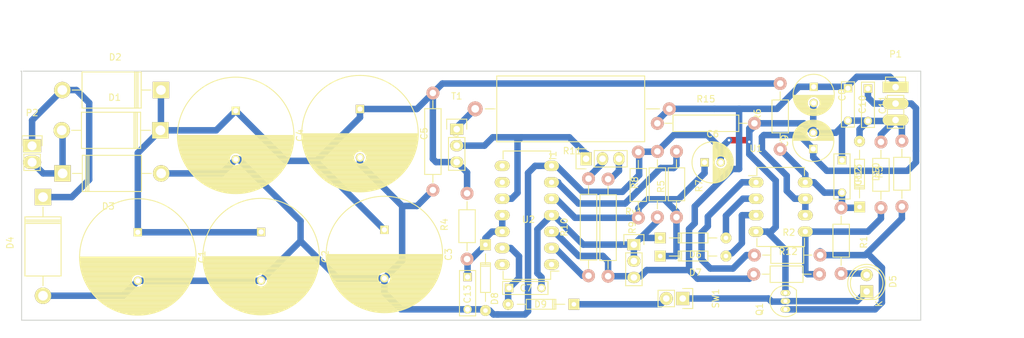
<source format=kicad_pcb>
(kicad_pcb (version 20170123) (host pcbnew no-vcs-found-9447181~59~ubuntu16.04.1)

  (general
    (thickness 1.6)
    (drawings 8)
    (tracks 303)
    (zones 0)
    (modules 47)
    (nets 26)
  )

  (page A4)
  (layers
    (0 F.Cu signal)
    (31 B.Cu signal)
    (32 B.Adhes user)
    (33 F.Adhes user)
    (34 B.Paste user)
    (35 F.Paste user)
    (36 B.SilkS user)
    (37 F.SilkS user)
    (38 B.Mask user)
    (39 F.Mask user)
    (40 Dwgs.User user)
    (41 Cmts.User user)
    (42 Eco1.User user)
    (43 Eco2.User user)
    (44 Edge.Cuts user)
    (45 Margin user)
    (46 B.CrtYd user)
    (47 F.CrtYd user)
    (48 B.Fab user)
    (49 F.Fab user)
  )

  (setup
    (last_trace_width 1)
    (trace_clearance 0.2)
    (zone_clearance 0.508)
    (zone_45_only no)
    (trace_min 0.2)
    (segment_width 0.2)
    (edge_width 0.15)
    (via_size 0.6)
    (via_drill 0.4)
    (via_min_size 0.4)
    (via_min_drill 0.3)
    (uvia_size 0.3)
    (uvia_drill 0.1)
    (uvias_allowed no)
    (uvia_min_size 0.2)
    (uvia_min_drill 0.1)
    (pcb_text_width 0.3)
    (pcb_text_size 1.5 1.5)
    (mod_edge_width 0.15)
    (mod_text_size 1 1)
    (mod_text_width 0.15)
    (pad_size 4 1.7272)
    (pad_drill 1.016)
    (pad_to_mask_clearance 0.2)
    (aux_axis_origin 0 0)
    (visible_elements FFFFFF7F)
    (pcbplotparams
      (layerselection 0x00030_80000001)
      (usegerberextensions false)
      (excludeedgelayer true)
      (linewidth 1.000000)
      (plotframeref false)
      (viasonmask false)
      (mode 1)
      (useauxorigin false)
      (hpglpennumber 1)
      (hpglpenspeed 20)
      (hpglpendiameter 15)
      (psnegative false)
      (psa4output false)
      (plotreference true)
      (plotvalue true)
      (plotinvisibletext false)
      (padsonsilk false)
      (subtractmaskfromsilk false)
      (outputformat 1)
      (mirror false)
      (drillshape 1)
      (scaleselection 1)
      (outputdirectory ""))
  )

  (net 0 "")
  (net 1 /Vin)
  (net 2 GND)
  (net 3 "Net-(C6-Pad1)")
  (net 4 "Net-(C7-Pad1)")
  (net 5 "Net-(C7-Pad2)")
  (net 6 /Vout)
  (net 7 /Vhalf)
  (net 8 "Net-(D1-Pad2)")
  (net 9 "Net-(D2-Pad2)")
  (net 10 "Net-(D5-Pad1)")
  (net 11 "Net-(D5-Pad2)")
  (net 12 "Net-(D6-Pad2)")
  (net 13 "Net-(D7-Pad2)")
  (net 14 "Net-(D9-Pad1)")
  (net 15 "Net-(Q1-Pad1)")
  (net 16 /Voamp)
  (net 17 "Net-(R2-Pad1)")
  (net 18 /V723)
  (net 19 "Net-(R7-Pad1)")
  (net 20 "Net-(R9-Pad1)")
  (net 21 "Net-(R10-Pad1)")
  (net 22 "Net-(R10-Pad2)")
  (net 23 "Net-(R11-Pad2)")
  (net 24 "Net-(R12-Pad2)")
  (net 25 /Bt1)

  (net_class Default "This is the default net class."
    (clearance 0.2)
    (trace_width 1)
    (via_dia 0.6)
    (via_drill 0.4)
    (uvia_dia 0.3)
    (uvia_drill 0.1)
    (add_net /Bt1)
    (add_net /V723)
    (add_net /Vhalf)
    (add_net /Voamp)
    (add_net "Net-(C6-Pad1)")
    (add_net "Net-(C7-Pad1)")
    (add_net "Net-(C7-Pad2)")
    (add_net "Net-(D5-Pad1)")
    (add_net "Net-(D5-Pad2)")
    (add_net "Net-(D6-Pad2)")
    (add_net "Net-(D7-Pad2)")
    (add_net "Net-(D9-Pad1)")
    (add_net "Net-(Q1-Pad1)")
    (add_net "Net-(R10-Pad1)")
    (add_net "Net-(R10-Pad2)")
    (add_net "Net-(R12-Pad2)")
    (add_net "Net-(R2-Pad1)")
    (add_net "Net-(R7-Pad1)")
    (add_net "Net-(R9-Pad1)")
  )

  (net_class power ""
    (clearance 0.2)
    (trace_width 1)
    (via_dia 0.6)
    (via_drill 0.4)
    (uvia_dia 0.3)
    (uvia_drill 0.1)
    (add_net /Vin)
    (add_net /Vout)
    (add_net GND)
    (add_net "Net-(D1-Pad2)")
    (add_net "Net-(D2-Pad2)")
    (add_net "Net-(R11-Pad2)")
  )

  (module Resistors_ThroughHole:Resistor_Horizontal_RM15mm (layer F.Cu) (tedit 53F56292) (tstamp 56EAF594)
    (at 172.6692 31.5468)
    (descr "Resistor, Axial, RM 15mm,")
    (tags "Resistor, Axial, RM 15mm,")
    (path /56EAEA7B)
    (fp_text reference R15 (at 0 -3.74904) (layer F.SilkS)
      (effects (font (size 1 1) (thickness 0.15)))
    )
    (fp_text value 1K (at 0 4.0005) (layer F.Fab)
      (effects (font (size 1 1) (thickness 0.15)))
    )
    (fp_line (start -5.08 -1.27) (end -5.08 1.27) (layer F.SilkS) (width 0.15))
    (fp_line (start -5.08 1.27) (end 5.08 1.27) (layer F.SilkS) (width 0.15))
    (fp_line (start 5.08 1.27) (end 5.08 -1.27) (layer F.SilkS) (width 0.15))
    (fp_line (start 5.08 -1.27) (end -5.08 -1.27) (layer F.SilkS) (width 0.15))
    (fp_line (start 6.35 0) (end 5.08 0) (layer F.SilkS) (width 0.15))
    (fp_line (start -6.35 0) (end -5.08 0) (layer F.SilkS) (width 0.15))
    (pad 1 thru_hole circle (at -7.5 0) (size 1.99898 1.99898) (drill 1.00076) (layers *.Cu *.SilkS *.Mask)
      (net 6 /Vout))
    (pad 2 thru_hole circle (at 7.5 0) (size 1.99898 1.99898) (drill 1.00076) (layers *.Cu *.SilkS *.Mask)
      (net 2 GND))
    (model Resistors_ThroughHole.3dshapes/Resistor_Horizontal_RM15mm.wrl
      (at (xyz 0 0 0))
      (scale (xyz 0.4 0.4 0.4))
      (rotate (xyz 0 0 0))
    )
  )

  (module Resistors_ThroughHole:Resistor_Horizontal_RM30mm (layer F.Cu) (tedit 53F563B7) (tstamp 56753D27)
    (at 152.019 29.3116 180)
    (descr "Resistor, Axial, RM 30mm,")
    (tags "Resistor, Axial, RM 30mm,")
    (path /56716178)
    (fp_text reference R11 (at 0 -6.49986 180) (layer F.SilkS)
      (effects (font (size 1 1) (thickness 0.15)))
    )
    (fp_text value 4R4 (at 0 8.49884 180) (layer F.Fab)
      (effects (font (size 1 1) (thickness 0.15)))
    )
    (fp_line (start -11.44524 0) (end -13.47724 0) (layer F.SilkS) (width 0.15))
    (fp_line (start 11.92276 0) (end 13.44676 0) (layer F.SilkS) (width 0.15))
    (fp_line (start -11.19124 -5.08) (end 11.66876 -5.08) (layer F.SilkS) (width 0.15))
    (fp_line (start 11.66876 -5.08) (end 11.66876 5.08) (layer F.SilkS) (width 0.15))
    (fp_line (start 11.66876 5.08) (end -11.19124 5.08) (layer F.SilkS) (width 0.15))
    (fp_line (start -11.19124 5.08) (end -11.19124 -5.08) (layer F.SilkS) (width 0.15))
    (pad 1 thru_hole circle (at -15 0 180) (size 1.99898 1.99898) (drill 1.00076) (layers *.Cu *.SilkS *.Mask)
      (net 6 /Vout))
    (pad 2 thru_hole circle (at 15 0 180) (size 2.30124 2.30124) (drill 1.19888) (layers *.Cu *.SilkS *.Mask)
      (net 23 "Net-(R11-Pad2)"))
  )

  (module Diodes_ThroughHole:Diode_DO-35_SOD27_Horizontal_RM10 (layer F.Cu) (tedit 552FFC30) (tstamp 56743719)
    (at 196.4182 44.4754 90)
    (descr "Diode, DO-35,  SOD27, Horizontal, RM 10mm")
    (tags "Diode, DO-35, SOD27, Horizontal, RM 10mm, 1N4148,")
    (path /567166E2)
    (fp_text reference D10 (at 5.43052 2.53746 90) (layer F.SilkS)
      (effects (font (size 1 1) (thickness 0.15)))
    )
    (fp_text value ZENER (at 4.41452 -3.55854 90) (layer F.Fab)
      (effects (font (size 1 1) (thickness 0.15)))
    )
    (fp_line (start 7.36652 -0.00254) (end 8.76352 -0.00254) (layer F.SilkS) (width 0.15))
    (fp_line (start 2.92152 -0.00254) (end 1.39752 -0.00254) (layer F.SilkS) (width 0.15))
    (fp_line (start 3.30252 -0.76454) (end 3.30252 0.75946) (layer F.SilkS) (width 0.15))
    (fp_line (start 3.04852 -0.76454) (end 3.04852 0.75946) (layer F.SilkS) (width 0.15))
    (fp_line (start 2.79452 -0.00254) (end 2.79452 0.75946) (layer F.SilkS) (width 0.15))
    (fp_line (start 2.79452 0.75946) (end 7.36652 0.75946) (layer F.SilkS) (width 0.15))
    (fp_line (start 7.36652 0.75946) (end 7.36652 -0.76454) (layer F.SilkS) (width 0.15))
    (fp_line (start 7.36652 -0.76454) (end 2.79452 -0.76454) (layer F.SilkS) (width 0.15))
    (fp_line (start 2.79452 -0.76454) (end 2.79452 -0.00254) (layer F.SilkS) (width 0.15))
    (pad 2 thru_hole circle (at 10.16052 -0.00254 270) (size 1.69926 1.69926) (drill 0.70104) (layers *.Cu *.Mask F.SilkS)
      (net 2 GND))
    (pad 1 thru_hole rect (at 0.00052 -0.00254 270) (size 1.69926 1.69926) (drill 0.70104) (layers *.Cu *.Mask F.SilkS)
      (net 16 /Voamp))
    (model Diodes_ThroughHole.3dshapes/Diode_DO-35_SOD27_Horizontal_RM10.wrl
      (at (xyz 0.2 0 0))
      (scale (xyz 0.4 0.4 0.4))
      (rotate (xyz 0 0 180))
    )
  )

  (module Diodes_ThroughHole:Diode_DO-35_SOD27_Horizontal_RM10 (layer F.Cu) (tedit 5852B03D) (tstamp 5674370A)
    (at 138.6078 50.3174 270)
    (descr "Diode, DO-35,  SOD27, Horizontal, RM 10mm")
    (tags "Diode, DO-35, SOD27, Horizontal, RM 10mm, 1N4148,")
    (path /56716555)
    (fp_text reference D8 (at 8.3312 -1.4224 270) (layer F.SilkS)
      (effects (font (size 1 1) (thickness 0.15)))
    )
    (fp_text value ZENER (at 5.9436 0.0254 270) (layer F.Fab)
      (effects (font (size 1 1) (thickness 0.15)))
    )
    (fp_line (start 7.36652 -0.00254) (end 8.76352 -0.00254) (layer F.SilkS) (width 0.15))
    (fp_line (start 2.92152 -0.00254) (end 1.39752 -0.00254) (layer F.SilkS) (width 0.15))
    (fp_line (start 3.30252 -0.76454) (end 3.30252 0.75946) (layer F.SilkS) (width 0.15))
    (fp_line (start 3.04852 -0.76454) (end 3.04852 0.75946) (layer F.SilkS) (width 0.15))
    (fp_line (start 2.79452 -0.00254) (end 2.79452 0.75946) (layer F.SilkS) (width 0.15))
    (fp_line (start 2.79452 0.75946) (end 7.36652 0.75946) (layer F.SilkS) (width 0.15))
    (fp_line (start 7.36652 0.75946) (end 7.36652 -0.76454) (layer F.SilkS) (width 0.15))
    (fp_line (start 7.36652 -0.76454) (end 2.79452 -0.76454) (layer F.SilkS) (width 0.15))
    (fp_line (start 2.79452 -0.76454) (end 2.79452 -0.00254) (layer F.SilkS) (width 0.15))
    (pad 2 thru_hole circle (at 10.16052 -0.00254 90) (size 1.69926 1.69926) (drill 0.70104) (layers *.Cu *.Mask F.SilkS)
      (net 2 GND))
    (pad 1 thru_hole rect (at 0.00052 -0.00254 90) (size 1.69926 1.69926) (drill 0.70104) (layers *.Cu *.Mask F.SilkS)
      (net 18 /V723))
    (model Diodes_ThroughHole.3dshapes/Diode_DO-35_SOD27_Horizontal_RM10.wrl
      (at (xyz 0.2 0 0))
      (scale (xyz 0.4 0.4 0.4))
      (rotate (xyz 0 0 180))
    )
  )

  (module Housings_DIP:DIP-14_W7.62mm_LongPads (layer F.Cu) (tedit 5852B025) (tstamp 56753DBA)
    (at 148.8186 53.3654 180)
    (descr "14-lead dip package, row spacing 7.62 mm (300 mils), longer pads")
    (tags "dil dip 2.54 300")
    (path /56714C18)
    (fp_text reference U2 (at 3.556 6.9596 180) (layer F.SilkS)
      (effects (font (size 1 1) (thickness 0.15)))
    )
    (fp_text value LM723 (at 3.7592 8.763 180) (layer F.Fab)
      (effects (font (size 1 1) (thickness 0.15)))
    )
    (fp_line (start -1.4 -2.45) (end -1.4 17.7) (layer F.CrtYd) (width 0.05))
    (fp_line (start 9 -2.45) (end 9 17.7) (layer F.CrtYd) (width 0.05))
    (fp_line (start -1.4 -2.45) (end 9 -2.45) (layer F.CrtYd) (width 0.05))
    (fp_line (start -1.4 17.7) (end 9 17.7) (layer F.CrtYd) (width 0.05))
    (fp_line (start 0.135 -2.295) (end 0.135 -1.025) (layer F.SilkS) (width 0.15))
    (fp_line (start 7.485 -2.295) (end 7.485 -1.025) (layer F.SilkS) (width 0.15))
    (fp_line (start 7.485 17.535) (end 7.485 16.265) (layer F.SilkS) (width 0.15))
    (fp_line (start 0.135 17.535) (end 0.135 16.265) (layer F.SilkS) (width 0.15))
    (fp_line (start 0.135 -2.295) (end 7.485 -2.295) (layer F.SilkS) (width 0.15))
    (fp_line (start 0.135 17.535) (end 7.485 17.535) (layer F.SilkS) (width 0.15))
    (fp_line (start 0.135 -1.025) (end -1.15 -1.025) (layer F.SilkS) (width 0.15))
    (pad 1 thru_hole oval (at 0 0 180) (size 2.3 1.6) (drill 0.8) (layers *.Cu *.Mask F.SilkS))
    (pad 2 thru_hole oval (at 0 2.54 180) (size 2.3 1.6) (drill 0.8) (layers *.Cu *.Mask F.SilkS)
      (net 21 "Net-(R10-Pad1)"))
    (pad 3 thru_hole oval (at 0 5.08 180) (size 2.3 1.6) (drill 0.8) (layers *.Cu *.Mask F.SilkS)
      (net 6 /Vout))
    (pad 4 thru_hole oval (at 0 7.62 180) (size 2.3 1.6) (drill 0.8) (layers *.Cu *.Mask F.SilkS)
      (net 5 "Net-(C7-Pad2)"))
    (pad 5 thru_hole oval (at 0 10.16 180) (size 2.3 1.6) (drill 0.8) (layers *.Cu *.Mask F.SilkS)
      (net 3 "Net-(C6-Pad1)"))
    (pad 6 thru_hole oval (at 0 12.7 180) (size 2.3 1.6) (drill 0.8) (layers *.Cu *.Mask F.SilkS)
      (net 19 "Net-(R7-Pad1)"))
    (pad 7 thru_hole oval (at 0 15.24 180) (size 2.3 1.6) (drill 0.8) (layers *.Cu *.Mask F.SilkS)
      (net 2 GND))
    (pad 8 thru_hole oval (at 7.62 15.24 180) (size 2.3 1.6) (drill 0.8) (layers *.Cu *.Mask F.SilkS))
    (pad 9 thru_hole oval (at 7.62 12.7 180) (size 2.3 1.6) (drill 0.8) (layers *.Cu *.Mask F.SilkS))
    (pad 10 thru_hole oval (at 7.62 10.16 180) (size 2.3 1.6) (drill 0.8) (layers *.Cu *.Mask F.SilkS)
      (net 25 /Bt1))
    (pad 11 thru_hole oval (at 7.62 7.62 180) (size 2.3 1.6) (drill 0.8) (layers *.Cu *.Mask F.SilkS)
      (net 18 /V723))
    (pad 12 thru_hole oval (at 7.62 5.08 180) (size 2.3 1.6) (drill 0.8) (layers *.Cu *.Mask F.SilkS)
      (net 18 /V723))
    (pad 13 thru_hole oval (at 7.62 2.54 180) (size 2.3 1.6) (drill 0.8) (layers *.Cu *.Mask F.SilkS)
      (net 4 "Net-(C7-Pad1)"))
    (pad 14 thru_hole oval (at 7.62 0 180) (size 2.3 1.6) (drill 0.8) (layers *.Cu *.Mask F.SilkS))
    (model Housings_DIP.3dshapes/DIP-14_W7.62mm_LongPads.wrl
      (at (xyz 0 0 0))
      (scale (xyz 1 1 1))
      (rotate (xyz 0 0 0))
    )
  )

  (module Housings_DIP:DIP-8_W7.62mm_LongPads (layer F.Cu) (tedit 54130A77) (tstamp 56753D9D)
    (at 180.4162 40.6654)
    (descr "8-lead dip package, row spacing 7.62 mm (300 mils), longer pads")
    (tags "dil dip 2.54 300")
    (path /56728054)
    (fp_text reference U1 (at 0 -5.22) (layer F.SilkS)
      (effects (font (size 1 1) (thickness 0.15)))
    )
    (fp_text value TL072 (at 0 -3.72) (layer F.Fab)
      (effects (font (size 1 1) (thickness 0.15)))
    )
    (fp_line (start -1.4 -2.45) (end -1.4 10.1) (layer F.CrtYd) (width 0.05))
    (fp_line (start 9 -2.45) (end 9 10.1) (layer F.CrtYd) (width 0.05))
    (fp_line (start -1.4 -2.45) (end 9 -2.45) (layer F.CrtYd) (width 0.05))
    (fp_line (start -1.4 10.1) (end 9 10.1) (layer F.CrtYd) (width 0.05))
    (fp_line (start 0.135 -2.295) (end 0.135 -1.025) (layer F.SilkS) (width 0.15))
    (fp_line (start 7.485 -2.295) (end 7.485 -1.025) (layer F.SilkS) (width 0.15))
    (fp_line (start 7.485 9.915) (end 7.485 8.645) (layer F.SilkS) (width 0.15))
    (fp_line (start 0.135 9.915) (end 0.135 8.645) (layer F.SilkS) (width 0.15))
    (fp_line (start 0.135 -2.295) (end 7.485 -2.295) (layer F.SilkS) (width 0.15))
    (fp_line (start 0.135 9.915) (end 7.485 9.915) (layer F.SilkS) (width 0.15))
    (fp_line (start 0.135 -1.025) (end -1.15 -1.025) (layer F.SilkS) (width 0.15))
    (pad 1 thru_hole oval (at 0 0) (size 2.3 1.6) (drill 0.8) (layers *.Cu *.Mask F.SilkS)
      (net 17 "Net-(R2-Pad1)"))
    (pad 2 thru_hole oval (at 0 2.54) (size 2.3 1.6) (drill 0.8) (layers *.Cu *.Mask F.SilkS)
      (net 12 "Net-(D6-Pad2)"))
    (pad 3 thru_hole oval (at 0 5.08) (size 2.3 1.6) (drill 0.8) (layers *.Cu *.Mask F.SilkS)
      (net 13 "Net-(D7-Pad2)"))
    (pad 4 thru_hole oval (at 0 7.62) (size 2.3 1.6) (drill 0.8) (layers *.Cu *.Mask F.SilkS)
      (net 2 GND))
    (pad 5 thru_hole oval (at 7.62 7.62) (size 2.3 1.6) (drill 0.8) (layers *.Cu *.Mask F.SilkS)
      (net 24 "Net-(R12-Pad2)"))
    (pad 6 thru_hole oval (at 7.62 5.08) (size 2.3 1.6) (drill 0.8) (layers *.Cu *.Mask F.SilkS)
      (net 7 /Vhalf))
    (pad 7 thru_hole oval (at 7.62 2.54) (size 2.3 1.6) (drill 0.8) (layers *.Cu *.Mask F.SilkS)
      (net 7 /Vhalf))
    (pad 8 thru_hole oval (at 7.62 0) (size 2.3 1.6) (drill 0.8) (layers *.Cu *.Mask F.SilkS)
      (net 16 /Voamp))
    (model Housings_DIP.3dshapes/DIP-8_W7.62mm_LongPads.wrl
      (at (xyz 0 0 0))
      (scale (xyz 1 1 1))
      (rotate (xyz 0 0 0))
    )
  )

  (module Pin_Headers:Pin_Header_Straight_1x03 (layer F.Cu) (tedit 0) (tstamp 56753D86)
    (at 134.1628 32.4612)
    (descr "Through hole pin header")
    (tags "pin header")
    (path /56714C93)
    (fp_text reference T1 (at 0 -5.1) (layer F.SilkS)
      (effects (font (size 1 1) (thickness 0.15)))
    )
    (fp_text value 2N3055 (at 0 -3.1) (layer F.Fab)
      (effects (font (size 1 1) (thickness 0.15)))
    )
    (fp_line (start -1.75 -1.75) (end -1.75 6.85) (layer F.CrtYd) (width 0.05))
    (fp_line (start 1.75 -1.75) (end 1.75 6.85) (layer F.CrtYd) (width 0.05))
    (fp_line (start -1.75 -1.75) (end 1.75 -1.75) (layer F.CrtYd) (width 0.05))
    (fp_line (start -1.75 6.85) (end 1.75 6.85) (layer F.CrtYd) (width 0.05))
    (fp_line (start -1.27 1.27) (end -1.27 6.35) (layer F.SilkS) (width 0.15))
    (fp_line (start -1.27 6.35) (end 1.27 6.35) (layer F.SilkS) (width 0.15))
    (fp_line (start 1.27 6.35) (end 1.27 1.27) (layer F.SilkS) (width 0.15))
    (fp_line (start 1.55 -1.55) (end 1.55 0) (layer F.SilkS) (width 0.15))
    (fp_line (start 1.27 1.27) (end -1.27 1.27) (layer F.SilkS) (width 0.15))
    (fp_line (start -1.55 0) (end -1.55 -1.55) (layer F.SilkS) (width 0.15))
    (fp_line (start -1.55 -1.55) (end 1.55 -1.55) (layer F.SilkS) (width 0.15))
    (pad 1 thru_hole rect (at 0 0) (size 2.032 1.7272) (drill 1.016) (layers *.Cu *.Mask F.SilkS)
      (net 23 "Net-(R11-Pad2)"))
    (pad 2 thru_hole oval (at 0 2.54) (size 2.032 1.7272) (drill 1.016) (layers *.Cu *.Mask F.SilkS)
      (net 25 /Bt1))
    (pad 3 thru_hole oval (at 0 5.08) (size 2.032 1.7272) (drill 1.016) (layers *.Cu *.Mask F.SilkS)
      (net 1 /Vin))
    (model Pin_Headers.3dshapes/Pin_Header_Straight_1x03.wrl
      (at (xyz 0 -0.1 0))
      (scale (xyz 1 1 1))
      (rotate (xyz 0 0 90))
    )
  )

  (module Pin_Headers:Pin_Header_Straight_1x02 (layer F.Cu) (tedit 54EA090C) (tstamp 56753D74)
    (at 169.0878 58.6232 270)
    (descr "Through hole pin header")
    (tags "pin header")
    (path /5674D206)
    (fp_text reference SW1 (at 0 -5.1 270) (layer F.SilkS)
      (effects (font (size 1 1) (thickness 0.15)))
    )
    (fp_text value SPST (at 0 -3.1 270) (layer F.Fab)
      (effects (font (size 1 1) (thickness 0.15)))
    )
    (fp_line (start 1.27 1.27) (end 1.27 3.81) (layer F.SilkS) (width 0.15))
    (fp_line (start 1.55 -1.55) (end 1.55 0) (layer F.SilkS) (width 0.15))
    (fp_line (start -1.75 -1.75) (end -1.75 4.3) (layer F.CrtYd) (width 0.05))
    (fp_line (start 1.75 -1.75) (end 1.75 4.3) (layer F.CrtYd) (width 0.05))
    (fp_line (start -1.75 -1.75) (end 1.75 -1.75) (layer F.CrtYd) (width 0.05))
    (fp_line (start -1.75 4.3) (end 1.75 4.3) (layer F.CrtYd) (width 0.05))
    (fp_line (start 1.27 1.27) (end -1.27 1.27) (layer F.SilkS) (width 0.15))
    (fp_line (start -1.55 0) (end -1.55 -1.55) (layer F.SilkS) (width 0.15))
    (fp_line (start -1.55 -1.55) (end 1.55 -1.55) (layer F.SilkS) (width 0.15))
    (fp_line (start -1.27 1.27) (end -1.27 3.81) (layer F.SilkS) (width 0.15))
    (fp_line (start -1.27 3.81) (end 1.27 3.81) (layer F.SilkS) (width 0.15))
    (pad 1 thru_hole rect (at 0 0 270) (size 2.032 2.032) (drill 1.016) (layers *.Cu *.Mask F.SilkS)
      (net 10 "Net-(D5-Pad1)"))
    (pad 2 thru_hole oval (at 0 2.54 270) (size 2.032 2.032) (drill 1.016) (layers *.Cu *.Mask F.SilkS)
      (net 14 "Net-(D9-Pad1)"))
    (model Pin_Headers.3dshapes/Pin_Header_Straight_1x02.wrl
      (at (xyz 0 -0.05 0))
      (scale (xyz 1 1 1))
      (rotate (xyz 0 0 90))
    )
  )

  (module Pin_Headers:Pin_Header_Straight_1x03 (layer F.Cu) (tedit 0) (tstamp 56753D63)
    (at 161.544 50.292)
    (descr "Through hole pin header")
    (tags "pin header")
    (path /5671BE81)
    (fp_text reference Rv1 (at 0 -5.1) (layer F.SilkS)
      (effects (font (size 1 1) (thickness 0.15)))
    )
    (fp_text value 1k (at 0 -3.1) (layer F.Fab)
      (effects (font (size 1 1) (thickness 0.15)))
    )
    (fp_line (start -1.75 -1.75) (end -1.75 6.85) (layer F.CrtYd) (width 0.05))
    (fp_line (start 1.75 -1.75) (end 1.75 6.85) (layer F.CrtYd) (width 0.05))
    (fp_line (start -1.75 -1.75) (end 1.75 -1.75) (layer F.CrtYd) (width 0.05))
    (fp_line (start -1.75 6.85) (end 1.75 6.85) (layer F.CrtYd) (width 0.05))
    (fp_line (start -1.27 1.27) (end -1.27 6.35) (layer F.SilkS) (width 0.15))
    (fp_line (start -1.27 6.35) (end 1.27 6.35) (layer F.SilkS) (width 0.15))
    (fp_line (start 1.27 6.35) (end 1.27 1.27) (layer F.SilkS) (width 0.15))
    (fp_line (start 1.55 -1.55) (end 1.55 0) (layer F.SilkS) (width 0.15))
    (fp_line (start 1.27 1.27) (end -1.27 1.27) (layer F.SilkS) (width 0.15))
    (fp_line (start -1.55 0) (end -1.55 -1.55) (layer F.SilkS) (width 0.15))
    (fp_line (start -1.55 -1.55) (end 1.55 -1.55) (layer F.SilkS) (width 0.15))
    (pad 1 thru_hole rect (at 0 0) (size 2.032 1.7272) (drill 1.016) (layers *.Cu *.Mask F.SilkS)
      (net 5 "Net-(C7-Pad2)"))
    (pad 2 thru_hole oval (at 0 2.54) (size 2.032 1.7272) (drill 1.016) (layers *.Cu *.Mask F.SilkS)
      (net 5 "Net-(C7-Pad2)"))
    (pad 3 thru_hole oval (at 0 5.08) (size 2.032 1.7272) (drill 1.016) (layers *.Cu *.Mask F.SilkS)
      (net 6 /Vout))
    (model Pin_Headers.3dshapes/Pin_Header_Straight_1x03.wrl
      (at (xyz 0 -0.1 0))
      (scale (xyz 1 1 1))
      (rotate (xyz 0 0 90))
    )
  )

  (module Pin_Headers:Pin_Header_Straight_1x03 (layer F.Cu) (tedit 0) (tstamp 56753D51)
    (at 154.1526 37.0332 90)
    (descr "Through hole pin header")
    (tags "pin header")
    (path /567177D5)
    (fp_text reference Ri1 (at 0 -5.1 90) (layer F.SilkS)
      (effects (font (size 1 1) (thickness 0.15)))
    )
    (fp_text value 1k (at 0 -3.1 90) (layer F.Fab)
      (effects (font (size 1 1) (thickness 0.15)))
    )
    (fp_line (start -1.75 -1.75) (end -1.75 6.85) (layer F.CrtYd) (width 0.05))
    (fp_line (start 1.75 -1.75) (end 1.75 6.85) (layer F.CrtYd) (width 0.05))
    (fp_line (start -1.75 -1.75) (end 1.75 -1.75) (layer F.CrtYd) (width 0.05))
    (fp_line (start -1.75 6.85) (end 1.75 6.85) (layer F.CrtYd) (width 0.05))
    (fp_line (start -1.27 1.27) (end -1.27 6.35) (layer F.SilkS) (width 0.15))
    (fp_line (start -1.27 6.35) (end 1.27 6.35) (layer F.SilkS) (width 0.15))
    (fp_line (start 1.27 6.35) (end 1.27 1.27) (layer F.SilkS) (width 0.15))
    (fp_line (start 1.55 -1.55) (end 1.55 0) (layer F.SilkS) (width 0.15))
    (fp_line (start 1.27 1.27) (end -1.27 1.27) (layer F.SilkS) (width 0.15))
    (fp_line (start -1.55 0) (end -1.55 -1.55) (layer F.SilkS) (width 0.15))
    (fp_line (start -1.55 -1.55) (end 1.55 -1.55) (layer F.SilkS) (width 0.15))
    (pad 1 thru_hole rect (at 0 0 90) (size 2.032 1.7272) (drill 1.016) (layers *.Cu *.Mask F.SilkS)
      (net 25 /Bt1))
    (pad 2 thru_hole oval (at 0 2.54 90) (size 2.032 1.7272) (drill 1.016) (layers *.Cu *.Mask F.SilkS)
      (net 22 "Net-(R10-Pad2)"))
    (pad 3 thru_hole oval (at 0 5.08 90) (size 2.032 1.7272) (drill 1.016) (layers *.Cu *.Mask F.SilkS)
      (net 20 "Net-(R9-Pad1)"))
    (model Pin_Headers.3dshapes/Pin_Header_Straight_1x03.wrl
      (at (xyz 0 -0.1 0))
      (scale (xyz 1 1 1))
      (rotate (xyz 0 0 90))
    )
  )

  (module TO_SOT_Packages_THT:TO-92_Inline_Narrow_Oval (layer F.Cu) (tedit 54F24281) (tstamp 56753CA3)
    (at 184.9628 60.2996 90)
    (descr "TO-92 leads in-line, narrow, oval pads, drill 0.6mm (see NXP sot054_po.pdf)")
    (tags "to-92 sc-43 sc-43a sot54 PA33 transistor")
    (path /5672AE66)
    (fp_text reference Q1 (at 0 -4 90) (layer F.SilkS)
      (effects (font (size 1 1) (thickness 0.15)))
    )
    (fp_text value Q_NPN_BCE (at 0 3 90) (layer F.Fab)
      (effects (font (size 1 1) (thickness 0.15)))
    )
    (fp_line (start -1.4 1.95) (end -1.4 -2.65) (layer F.CrtYd) (width 0.05))
    (fp_line (start -1.4 1.95) (end 3.95 1.95) (layer F.CrtYd) (width 0.05))
    (fp_line (start -0.43 1.7) (end 2.97 1.7) (layer F.SilkS) (width 0.15))
    (fp_arc (start 1.27 0) (end 1.27 -2.4) (angle -135) (layer F.SilkS) (width 0.15))
    (fp_arc (start 1.27 0) (end 1.27 -2.4) (angle 135) (layer F.SilkS) (width 0.15))
    (fp_line (start -1.4 -2.65) (end 3.95 -2.65) (layer F.CrtYd) (width 0.05))
    (fp_line (start 3.95 1.95) (end 3.95 -2.65) (layer F.CrtYd) (width 0.05))
    (pad 2 thru_hole oval (at 1.27 0 270) (size 0.89916 1.50114) (drill 0.6) (layers *.Cu *.Mask F.SilkS)
      (net 10 "Net-(D5-Pad1)"))
    (pad 3 thru_hole oval (at 2.54 0 270) (size 0.89916 1.50114) (drill 0.6) (layers *.Cu *.Mask F.SilkS)
      (net 2 GND))
    (pad 1 thru_hole oval (at 0 0 270) (size 0.89916 1.50114) (drill 0.6) (layers *.Cu *.Mask F.SilkS)
      (net 15 "Net-(Q1-Pad1)"))
    (model TO_SOT_Packages_THT.3dshapes/TO-92_Inline_Narrow_Oval.wrl
      (at (xyz 0.05 0 0))
      (scale (xyz 1 1 1))
      (rotate (xyz 0 0 -90))
    )
  )

  (module Pin_Headers:Pin_Header_Straight_1x02 (layer F.Cu) (tedit 5672D918) (tstamp 56753C95)
    (at 68.54444 35.0266)
    (descr "Through hole pin header")
    (tags "pin header")
    (path /5676EA55)
    (fp_text reference P2 (at 0 -5.1) (layer F.SilkS)
      (effects (font (size 1 1) (thickness 0.15)))
    )
    (fp_text value CONN_01X02 (at 0 -3.1) (layer F.Fab)
      (effects (font (size 1 1) (thickness 0.15)))
    )
    (fp_line (start 1.27 1.27) (end 1.27 3.81) (layer F.SilkS) (width 0.15))
    (fp_line (start 1.55 -1.55) (end 1.55 0) (layer F.SilkS) (width 0.15))
    (fp_line (start -1.75 -1.75) (end -1.75 4.3) (layer F.CrtYd) (width 0.05))
    (fp_line (start 1.75 -1.75) (end 1.75 4.3) (layer F.CrtYd) (width 0.05))
    (fp_line (start -1.75 -1.75) (end 1.75 -1.75) (layer F.CrtYd) (width 0.05))
    (fp_line (start -1.75 4.3) (end 1.75 4.3) (layer F.CrtYd) (width 0.05))
    (fp_line (start 1.27 1.27) (end -1.27 1.27) (layer F.SilkS) (width 0.15))
    (fp_line (start -1.55 0) (end -1.55 -1.55) (layer F.SilkS) (width 0.15))
    (fp_line (start -1.55 -1.55) (end 1.55 -1.55) (layer F.SilkS) (width 0.15))
    (fp_line (start -1.27 1.27) (end -1.27 3.81) (layer F.SilkS) (width 0.15))
    (fp_line (start -1.27 3.81) (end 1.27 3.81) (layer F.SilkS) (width 0.15))
    (pad 1 thru_hole rect (at 0 0) (size 2.8 2.032) (drill 1.4) (layers *.Cu *.Mask F.SilkS)
      (net 9 "Net-(D2-Pad2)"))
    (pad 2 thru_hole oval (at 0 2.54) (size 2.8 2.032) (drill 1.4) (layers *.Cu *.Mask F.SilkS)
      (net 8 "Net-(D1-Pad2)"))
    (model Pin_Headers.3dshapes/Pin_Header_Straight_1x02.wrl
      (at (xyz 0 -0.05 0))
      (scale (xyz 1 1 1))
      (rotate (xyz 0 0 90))
    )
  )

  (module Pin_Headers:Pin_Header_Straight_1x03 (layer F.Cu) (tedit 56CF1002) (tstamp 56753C84)
    (at 201.9808 25.9588)
    (descr "Through hole pin header")
    (tags "pin header")
    (path /5672192A)
    (fp_text reference P1 (at 0 -5.1) (layer F.SilkS)
      (effects (font (size 1 1) (thickness 0.15)))
    )
    (fp_text value CONN_01X03 (at 0 -3.1) (layer F.Fab)
      (effects (font (size 1 1) (thickness 0.15)))
    )
    (fp_line (start -1.75 -1.75) (end -1.75 6.85) (layer F.CrtYd) (width 0.05))
    (fp_line (start 1.75 -1.75) (end 1.75 6.85) (layer F.CrtYd) (width 0.05))
    (fp_line (start -1.75 -1.75) (end 1.75 -1.75) (layer F.CrtYd) (width 0.05))
    (fp_line (start -1.75 6.85) (end 1.75 6.85) (layer F.CrtYd) (width 0.05))
    (fp_line (start -1.27 1.27) (end -1.27 6.35) (layer F.SilkS) (width 0.15))
    (fp_line (start -1.27 6.35) (end 1.27 6.35) (layer F.SilkS) (width 0.15))
    (fp_line (start 1.27 6.35) (end 1.27 1.27) (layer F.SilkS) (width 0.15))
    (fp_line (start 1.55 -1.55) (end 1.55 0) (layer F.SilkS) (width 0.15))
    (fp_line (start 1.27 1.27) (end -1.27 1.27) (layer F.SilkS) (width 0.15))
    (fp_line (start -1.55 0) (end -1.55 -1.55) (layer F.SilkS) (width 0.15))
    (fp_line (start -1.55 -1.55) (end 1.55 -1.55) (layer F.SilkS) (width 0.15))
    (pad 1 thru_hole rect (at 0 0) (size 4 1.7272) (drill 1.016) (layers *.Cu *.Mask F.SilkS)
      (net 6 /Vout))
    (pad 2 thru_hole oval (at 0 2.54) (size 4 1.7272) (drill 1.016) (layers *.Cu *.Mask F.SilkS)
      (net 7 /Vhalf))
    (pad 3 thru_hole oval (at 0 5.08) (size 4 1.7272) (drill 1.016) (layers *.Cu *.Mask F.SilkS)
      (net 2 GND))
    (model Pin_Headers.3dshapes/Pin_Header_Straight_1x03.wrl
      (at (xyz 0 -0.1 0))
      (scale (xyz 1 1 1))
      (rotate (xyz 0 0 90))
    )
  )

  (module Diodes_ThroughHole:Diode_DO-35_SOD27_Horizontal_RM10 (layer F.Cu) (tedit 5852B033) (tstamp 56753C72)
    (at 152.273 59.5122 180)
    (descr "Diode, DO-35,  SOD27, Horizontal, RM 10mm")
    (tags "Diode, DO-35, SOD27, Horizontal, RM 10mm, 1N4148,")
    (path /5672E235)
    (fp_text reference D9 (at 5.1562 0 180) (layer F.SilkS)
      (effects (font (size 1 1) (thickness 0.15)))
    )
    (fp_text value 1n4148 (at 6.0452 -1.6002 180) (layer F.Fab)
      (effects (font (size 1 1) (thickness 0.15)))
    )
    (fp_line (start 7.36652 -0.00254) (end 8.76352 -0.00254) (layer F.SilkS) (width 0.15))
    (fp_line (start 2.92152 -0.00254) (end 1.39752 -0.00254) (layer F.SilkS) (width 0.15))
    (fp_line (start 3.30252 -0.76454) (end 3.30252 0.75946) (layer F.SilkS) (width 0.15))
    (fp_line (start 3.04852 -0.76454) (end 3.04852 0.75946) (layer F.SilkS) (width 0.15))
    (fp_line (start 2.79452 -0.00254) (end 2.79452 0.75946) (layer F.SilkS) (width 0.15))
    (fp_line (start 2.79452 0.75946) (end 7.36652 0.75946) (layer F.SilkS) (width 0.15))
    (fp_line (start 7.36652 0.75946) (end 7.36652 -0.76454) (layer F.SilkS) (width 0.15))
    (fp_line (start 7.36652 -0.76454) (end 2.79452 -0.76454) (layer F.SilkS) (width 0.15))
    (fp_line (start 2.79452 -0.76454) (end 2.79452 -0.00254) (layer F.SilkS) (width 0.15))
    (pad 2 thru_hole circle (at 10.16052 -0.00254) (size 1.69926 1.69926) (drill 0.70104) (layers *.Cu *.Mask F.SilkS)
      (net 4 "Net-(C7-Pad1)"))
    (pad 1 thru_hole rect (at 0.00052 -0.00254) (size 1.69926 1.69926) (drill 0.70104) (layers *.Cu *.Mask F.SilkS)
      (net 14 "Net-(D9-Pad1)"))
    (model Diodes_ThroughHole.3dshapes/Diode_DO-35_SOD27_Horizontal_RM10.wrl
      (at (xyz 0.2 0 0))
      (scale (xyz 0.4 0.4 0.4))
      (rotate (xyz 0 0 180))
    )
  )

  (module Diodes_ThroughHole:Diode_DO-35_SOD27_Horizontal_RM10 (layer F.Cu) (tedit 552FFC30) (tstamp 56753C63)
    (at 165.60904 52.06492)
    (descr "Diode, DO-35,  SOD27, Horizontal, RM 10mm")
    (tags "Diode, DO-35, SOD27, Horizontal, RM 10mm, 1N4148,")
    (path /56726F52)
    (fp_text reference D7 (at 5.43052 2.53746) (layer F.SilkS)
      (effects (font (size 1 1) (thickness 0.15)))
    )
    (fp_text value 1n4148 (at 4.41452 -3.55854) (layer F.Fab)
      (effects (font (size 1 1) (thickness 0.15)))
    )
    (fp_line (start 7.36652 -0.00254) (end 8.76352 -0.00254) (layer F.SilkS) (width 0.15))
    (fp_line (start 2.92152 -0.00254) (end 1.39752 -0.00254) (layer F.SilkS) (width 0.15))
    (fp_line (start 3.30252 -0.76454) (end 3.30252 0.75946) (layer F.SilkS) (width 0.15))
    (fp_line (start 3.04852 -0.76454) (end 3.04852 0.75946) (layer F.SilkS) (width 0.15))
    (fp_line (start 2.79452 -0.00254) (end 2.79452 0.75946) (layer F.SilkS) (width 0.15))
    (fp_line (start 2.79452 0.75946) (end 7.36652 0.75946) (layer F.SilkS) (width 0.15))
    (fp_line (start 7.36652 0.75946) (end 7.36652 -0.76454) (layer F.SilkS) (width 0.15))
    (fp_line (start 7.36652 -0.76454) (end 2.79452 -0.76454) (layer F.SilkS) (width 0.15))
    (fp_line (start 2.79452 -0.76454) (end 2.79452 -0.00254) (layer F.SilkS) (width 0.15))
    (pad 2 thru_hole circle (at 10.16052 -0.00254 180) (size 1.69926 1.69926) (drill 0.70104) (layers *.Cu *.Mask F.SilkS)
      (net 13 "Net-(D7-Pad2)"))
    (pad 1 thru_hole rect (at 0.00052 -0.00254 180) (size 1.69926 1.69926) (drill 0.70104) (layers *.Cu *.Mask F.SilkS)
      (net 3 "Net-(C6-Pad1)"))
    (model Diodes_ThroughHole.3dshapes/Diode_DO-35_SOD27_Horizontal_RM10.wrl
      (at (xyz 0.2 0 0))
      (scale (xyz 0.4 0.4 0.4))
      (rotate (xyz 0 0 180))
    )
  )

  (module Diodes_ThroughHole:Diode_DO-35_SOD27_Horizontal_RM10 (layer F.Cu) (tedit 552FFC30) (tstamp 56753C54)
    (at 165.6106 49.2633)
    (descr "Diode, DO-35,  SOD27, Horizontal, RM 10mm")
    (tags "Diode, DO-35, SOD27, Horizontal, RM 10mm, 1N4148,")
    (path /56726EC4)
    (fp_text reference D6 (at 5.43052 2.53746) (layer F.SilkS)
      (effects (font (size 1 1) (thickness 0.15)))
    )
    (fp_text value 1n4148 (at 4.41452 -3.55854) (layer F.Fab)
      (effects (font (size 1 1) (thickness 0.15)))
    )
    (fp_line (start 7.36652 -0.00254) (end 8.76352 -0.00254) (layer F.SilkS) (width 0.15))
    (fp_line (start 2.92152 -0.00254) (end 1.39752 -0.00254) (layer F.SilkS) (width 0.15))
    (fp_line (start 3.30252 -0.76454) (end 3.30252 0.75946) (layer F.SilkS) (width 0.15))
    (fp_line (start 3.04852 -0.76454) (end 3.04852 0.75946) (layer F.SilkS) (width 0.15))
    (fp_line (start 2.79452 -0.00254) (end 2.79452 0.75946) (layer F.SilkS) (width 0.15))
    (fp_line (start 2.79452 0.75946) (end 7.36652 0.75946) (layer F.SilkS) (width 0.15))
    (fp_line (start 7.36652 0.75946) (end 7.36652 -0.76454) (layer F.SilkS) (width 0.15))
    (fp_line (start 7.36652 -0.76454) (end 2.79452 -0.76454) (layer F.SilkS) (width 0.15))
    (fp_line (start 2.79452 -0.76454) (end 2.79452 -0.00254) (layer F.SilkS) (width 0.15))
    (pad 2 thru_hole circle (at 10.16052 -0.00254 180) (size 1.69926 1.69926) (drill 0.70104) (layers *.Cu *.Mask F.SilkS)
      (net 12 "Net-(D6-Pad2)"))
    (pad 1 thru_hole rect (at 0.00052 -0.00254 180) (size 1.69926 1.69926) (drill 0.70104) (layers *.Cu *.Mask F.SilkS)
      (net 5 "Net-(C7-Pad2)"))
    (model Diodes_ThroughHole.3dshapes/Diode_DO-35_SOD27_Horizontal_RM10.wrl
      (at (xyz 0.2 0 0))
      (scale (xyz 0.4 0.4 0.4))
      (rotate (xyz 0 0 180))
    )
  )

  (module LEDs:LED-5MM (layer F.Cu) (tedit 5570F7EA) (tstamp 56753C45)
    (at 197.5104 57.531 90)
    (descr "LED 5mm round vertical")
    (tags "LED 5mm round vertical")
    (path /56730594)
    (fp_text reference D5 (at 1.524 4.064 90) (layer F.SilkS)
      (effects (font (size 1 1) (thickness 0.15)))
    )
    (fp_text value LED (at 1.524 -3.937 90) (layer F.Fab)
      (effects (font (size 1 1) (thickness 0.15)))
    )
    (fp_line (start -1.5 -1.55) (end -1.5 1.55) (layer F.CrtYd) (width 0.05))
    (fp_arc (start 1.3 0) (end -1.5 1.55) (angle -302) (layer F.CrtYd) (width 0.05))
    (fp_arc (start 1.27 0) (end -1.23 -1.5) (angle 297.5) (layer F.SilkS) (width 0.15))
    (fp_line (start -1.23 1.5) (end -1.23 -1.5) (layer F.SilkS) (width 0.15))
    (fp_circle (center 1.27 0) (end 0.97 -2.5) (layer F.SilkS) (width 0.15))
    (fp_text user K (at -1.905 1.905 90) (layer F.SilkS)
      (effects (font (size 1 1) (thickness 0.15)))
    )
    (pad 1 thru_hole rect (at 0 0 180) (size 2 1.9) (drill 1.00076) (layers *.Cu *.Mask F.SilkS)
      (net 10 "Net-(D5-Pad1)"))
    (pad 2 thru_hole circle (at 2.54 0 90) (size 1.9 1.9) (drill 1.00076) (layers *.Cu *.Mask F.SilkS)
      (net 11 "Net-(D5-Pad2)"))
    (model LEDs.3dshapes/LED-5MM.wrl
      (at (xyz 0.05 0 0))
      (scale (xyz 1 1 1))
      (rotate (xyz 0 0 90))
    )
  )

  (module Diodes_ThroughHole:Diode_DO-201AD_Horizontal_RM15 (layer F.Cu) (tedit 552FFBC7) (tstamp 56753C39)
    (at 70.231 42.9514 270)
    (descr "Diode DO-201AD Horizontal")
    (tags "Diode DO-201AD Horizontal SB320 SB340 SB360")
    (path /56714CEA)
    (fp_text reference D4 (at 7.06722 5.07704 270) (layer F.SilkS)
      (effects (font (size 1 1) (thickness 0.15)))
    )
    (fp_text value 1N5406 (at 7.82922 -4.82896 270) (layer F.Fab)
      (effects (font (size 1 1) (thickness 0.15)))
    )
    (fp_line (start 12.19322 -0.00296) (end 13.71722 -0.00296) (layer F.SilkS) (width 0.15))
    (fp_line (start 3.04922 -0.00296) (end 1.52522 -0.00296) (layer F.SilkS) (width 0.15))
    (fp_line (start 4.06522 -2.79696) (end 4.06522 2.79104) (layer F.SilkS) (width 0.15))
    (fp_line (start 3.81122 -2.79696) (end 3.81122 2.79104) (layer F.SilkS) (width 0.15))
    (fp_line (start 3.55722 -2.79696) (end 3.55722 2.79104) (layer F.SilkS) (width 0.15))
    (fp_line (start 3.04922 2.79104) (end 3.04922 -2.79696) (layer F.SilkS) (width 0.15))
    (fp_line (start 3.04922 -2.79696) (end 12.19322 -2.79696) (layer F.SilkS) (width 0.15))
    (fp_line (start 12.19322 -2.79696) (end 12.19322 2.79104) (layer F.SilkS) (width 0.15))
    (fp_line (start 12.19322 2.79104) (end 3.04922 2.79104) (layer F.SilkS) (width 0.15))
    (pad 2 thru_hole circle (at 15.24122 -0.00296 90) (size 2.54 2.54) (drill 1.50114) (layers *.Cu *.Mask F.SilkS)
      (net 2 GND))
    (pad 1 thru_hole rect (at 0.00122 -0.00296 90) (size 2.54 2.54) (drill 1.50114) (layers *.Cu *.Mask F.SilkS)
      (net 9 "Net-(D2-Pad2)"))
  )

  (module Diodes_ThroughHole:Diode_DO-201AD_Horizontal_RM15 (layer F.Cu) (tedit 552FFBC7) (tstamp 56753C2A)
    (at 73.2536 39.2938)
    (descr "Diode DO-201AD Horizontal")
    (tags "Diode DO-201AD Horizontal SB320 SB340 SB360")
    (path /56715C35)
    (fp_text reference D3 (at 7.06722 5.07704) (layer F.SilkS)
      (effects (font (size 1 1) (thickness 0.15)))
    )
    (fp_text value 1N5406 (at 7.82922 -4.82896) (layer F.Fab)
      (effects (font (size 1 1) (thickness 0.15)))
    )
    (fp_line (start 12.19322 -0.00296) (end 13.71722 -0.00296) (layer F.SilkS) (width 0.15))
    (fp_line (start 3.04922 -0.00296) (end 1.52522 -0.00296) (layer F.SilkS) (width 0.15))
    (fp_line (start 4.06522 -2.79696) (end 4.06522 2.79104) (layer F.SilkS) (width 0.15))
    (fp_line (start 3.81122 -2.79696) (end 3.81122 2.79104) (layer F.SilkS) (width 0.15))
    (fp_line (start 3.55722 -2.79696) (end 3.55722 2.79104) (layer F.SilkS) (width 0.15))
    (fp_line (start 3.04922 2.79104) (end 3.04922 -2.79696) (layer F.SilkS) (width 0.15))
    (fp_line (start 3.04922 -2.79696) (end 12.19322 -2.79696) (layer F.SilkS) (width 0.15))
    (fp_line (start 12.19322 -2.79696) (end 12.19322 2.79104) (layer F.SilkS) (width 0.15))
    (fp_line (start 12.19322 2.79104) (end 3.04922 2.79104) (layer F.SilkS) (width 0.15))
    (pad 2 thru_hole circle (at 15.24122 -0.00296 180) (size 2.54 2.54) (drill 1.50114) (layers *.Cu *.Mask F.SilkS)
      (net 2 GND))
    (pad 1 thru_hole rect (at 0.00122 -0.00296 180) (size 2.54 2.54) (drill 1.50114) (layers *.Cu *.Mask F.SilkS)
      (net 8 "Net-(D1-Pad2)"))
  )

  (module Diodes_ThroughHole:Diode_DO-201AD_Horizontal_RM15 (layer F.Cu) (tedit 552FFBC7) (tstamp 56753C1B)
    (at 88.45804 26.40584 180)
    (descr "Diode DO-201AD Horizontal")
    (tags "Diode DO-201AD Horizontal SB320 SB340 SB360")
    (path /56715C59)
    (fp_text reference D2 (at 7.06722 5.07704 180) (layer F.SilkS)
      (effects (font (size 1 1) (thickness 0.15)))
    )
    (fp_text value 1N5406 (at 7.82922 -4.82896 180) (layer F.Fab)
      (effects (font (size 1 1) (thickness 0.15)))
    )
    (fp_line (start 12.19322 -0.00296) (end 13.71722 -0.00296) (layer F.SilkS) (width 0.15))
    (fp_line (start 3.04922 -0.00296) (end 1.52522 -0.00296) (layer F.SilkS) (width 0.15))
    (fp_line (start 4.06522 -2.79696) (end 4.06522 2.79104) (layer F.SilkS) (width 0.15))
    (fp_line (start 3.81122 -2.79696) (end 3.81122 2.79104) (layer F.SilkS) (width 0.15))
    (fp_line (start 3.55722 -2.79696) (end 3.55722 2.79104) (layer F.SilkS) (width 0.15))
    (fp_line (start 3.04922 2.79104) (end 3.04922 -2.79696) (layer F.SilkS) (width 0.15))
    (fp_line (start 3.04922 -2.79696) (end 12.19322 -2.79696) (layer F.SilkS) (width 0.15))
    (fp_line (start 12.19322 -2.79696) (end 12.19322 2.79104) (layer F.SilkS) (width 0.15))
    (fp_line (start 12.19322 2.79104) (end 3.04922 2.79104) (layer F.SilkS) (width 0.15))
    (pad 2 thru_hole circle (at 15.24122 -0.00296) (size 2.54 2.54) (drill 1.50114) (layers *.Cu *.Mask F.SilkS)
      (net 9 "Net-(D2-Pad2)"))
    (pad 1 thru_hole rect (at 0.00122 -0.00296) (size 2.54 2.54) (drill 1.50114) (layers *.Cu *.Mask F.SilkS)
      (net 1 /Vin))
  )

  (module Diodes_ThroughHole:Diode_DO-201AD_Horizontal_RM15 (layer F.Cu) (tedit 552FFBC7) (tstamp 56753C0C)
    (at 88.3666 32.62884 180)
    (descr "Diode DO-201AD Horizontal")
    (tags "Diode DO-201AD Horizontal SB320 SB340 SB360")
    (path /56715C94)
    (fp_text reference D1 (at 7.06722 5.07704 180) (layer F.SilkS)
      (effects (font (size 1 1) (thickness 0.15)))
    )
    (fp_text value 1N5406 (at 7.82922 -4.82896 180) (layer F.Fab)
      (effects (font (size 1 1) (thickness 0.15)))
    )
    (fp_line (start 12.19322 -0.00296) (end 13.71722 -0.00296) (layer F.SilkS) (width 0.15))
    (fp_line (start 3.04922 -0.00296) (end 1.52522 -0.00296) (layer F.SilkS) (width 0.15))
    (fp_line (start 4.06522 -2.79696) (end 4.06522 2.79104) (layer F.SilkS) (width 0.15))
    (fp_line (start 3.81122 -2.79696) (end 3.81122 2.79104) (layer F.SilkS) (width 0.15))
    (fp_line (start 3.55722 -2.79696) (end 3.55722 2.79104) (layer F.SilkS) (width 0.15))
    (fp_line (start 3.04922 2.79104) (end 3.04922 -2.79696) (layer F.SilkS) (width 0.15))
    (fp_line (start 3.04922 -2.79696) (end 12.19322 -2.79696) (layer F.SilkS) (width 0.15))
    (fp_line (start 12.19322 -2.79696) (end 12.19322 2.79104) (layer F.SilkS) (width 0.15))
    (fp_line (start 12.19322 2.79104) (end 3.04922 2.79104) (layer F.SilkS) (width 0.15))
    (pad 2 thru_hole circle (at 15.24122 -0.00296) (size 2.54 2.54) (drill 1.50114) (layers *.Cu *.Mask F.SilkS)
      (net 8 "Net-(D1-Pad2)"))
    (pad 1 thru_hole rect (at 0.00122 -0.00296) (size 2.54 2.54) (drill 1.50114) (layers *.Cu *.Mask F.SilkS)
      (net 1 /Vin))
  )

  (module Capacitors_ThroughHole:C_Rect_L7_W2_P5 (layer F.Cu) (tedit 0) (tstamp 56753BFD)
    (at 197.7136 26.1874 270)
    (descr "Film Capacitor Length 7 x Width 2mm, Pitch 5mm")
    (tags Capacitor)
    (path /567244C2)
    (fp_text reference C11 (at 2.5 -2.25 270) (layer F.SilkS)
      (effects (font (size 1 1) (thickness 0.15)))
    )
    (fp_text value 100n (at 2.5 2.5 270) (layer F.Fab)
      (effects (font (size 1 1) (thickness 0.15)))
    )
    (fp_line (start -1.25 -1.25) (end 6.25 -1.25) (layer F.CrtYd) (width 0.05))
    (fp_line (start 6.25 -1.25) (end 6.25 1.25) (layer F.CrtYd) (width 0.05))
    (fp_line (start 6.25 1.25) (end -1.25 1.25) (layer F.CrtYd) (width 0.05))
    (fp_line (start -1.25 1.25) (end -1.25 -1.25) (layer F.CrtYd) (width 0.05))
    (fp_line (start -1 -1) (end 6 -1) (layer F.SilkS) (width 0.15))
    (fp_line (start 6 -1) (end 6 1) (layer F.SilkS) (width 0.15))
    (fp_line (start 6 1) (end -1 1) (layer F.SilkS) (width 0.15))
    (fp_line (start -1 1) (end -1 -1) (layer F.SilkS) (width 0.15))
    (pad 1 thru_hole rect (at 0 0 270) (size 1.3 1.3) (drill 0.8) (layers *.Cu *.Mask F.SilkS)
      (net 7 /Vhalf))
    (pad 2 thru_hole circle (at 5 0 270) (size 1.3 1.3) (drill 0.8) (layers *.Cu *.Mask F.SilkS)
      (net 2 GND))
    (model Capacitors_ThroughHole.3dshapes/C_Rect_L7_W2_P5.wrl
      (at (xyz 0.098425 0 0))
      (scale (xyz 1 1 1))
      (rotate (xyz 0 0 0))
    )
  )

  (module Capacitors_ThroughHole:C_Rect_L7_W2_P5 (layer F.Cu) (tedit 0) (tstamp 56753BEF)
    (at 194.6148 26.1366 270)
    (descr "Film Capacitor Length 7 x Width 2mm, Pitch 5mm")
    (tags Capacitor)
    (path /56721985)
    (fp_text reference C10 (at 2.5 -2.25 270) (layer F.SilkS)
      (effects (font (size 1 1) (thickness 0.15)))
    )
    (fp_text value 100n (at 2.5 2.5 270) (layer F.Fab)
      (effects (font (size 1 1) (thickness 0.15)))
    )
    (fp_line (start -1.25 -1.25) (end 6.25 -1.25) (layer F.CrtYd) (width 0.05))
    (fp_line (start 6.25 -1.25) (end 6.25 1.25) (layer F.CrtYd) (width 0.05))
    (fp_line (start 6.25 1.25) (end -1.25 1.25) (layer F.CrtYd) (width 0.05))
    (fp_line (start -1.25 1.25) (end -1.25 -1.25) (layer F.CrtYd) (width 0.05))
    (fp_line (start -1 -1) (end 6 -1) (layer F.SilkS) (width 0.15))
    (fp_line (start 6 -1) (end 6 1) (layer F.SilkS) (width 0.15))
    (fp_line (start 6 1) (end -1 1) (layer F.SilkS) (width 0.15))
    (fp_line (start -1 1) (end -1 -1) (layer F.SilkS) (width 0.15))
    (pad 1 thru_hole rect (at 0 0 270) (size 1.3 1.3) (drill 0.8) (layers *.Cu *.Mask F.SilkS)
      (net 6 /Vout))
    (pad 2 thru_hole circle (at 5 0 270) (size 1.3 1.3) (drill 0.8) (layers *.Cu *.Mask F.SilkS)
      (net 2 GND))
    (model Capacitors_ThroughHole.3dshapes/C_Rect_L7_W2_P5.wrl
      (at (xyz 0.098425 0 0))
      (scale (xyz 1 1 1))
      (rotate (xyz 0 0 0))
    )
  )

  (module Capacitors_ThroughHole:C_Radial_D6.3_L11.2_P2.5 (layer F.Cu) (tedit 0) (tstamp 56753BE1)
    (at 189.2554 35.5092 90)
    (descr "Radial Electrolytic Capacitor, Diameter 6.3mm x Length 11.2mm, Pitch 2.5mm")
    (tags "Electrolytic Capacitor")
    (path /5672547B)
    (fp_text reference C9 (at 1.25 -4.4 90) (layer F.SilkS)
      (effects (font (size 1 1) (thickness 0.15)))
    )
    (fp_text value 22u/35V (at 1.25 4.4 90) (layer F.Fab)
      (effects (font (size 1 1) (thickness 0.15)))
    )
    (fp_line (start 1.325 -3.149) (end 1.325 3.149) (layer F.SilkS) (width 0.15))
    (fp_line (start 1.465 -3.143) (end 1.465 3.143) (layer F.SilkS) (width 0.15))
    (fp_line (start 1.605 -3.13) (end 1.605 -0.446) (layer F.SilkS) (width 0.15))
    (fp_line (start 1.605 0.446) (end 1.605 3.13) (layer F.SilkS) (width 0.15))
    (fp_line (start 1.745 -3.111) (end 1.745 -0.656) (layer F.SilkS) (width 0.15))
    (fp_line (start 1.745 0.656) (end 1.745 3.111) (layer F.SilkS) (width 0.15))
    (fp_line (start 1.885 -3.085) (end 1.885 -0.789) (layer F.SilkS) (width 0.15))
    (fp_line (start 1.885 0.789) (end 1.885 3.085) (layer F.SilkS) (width 0.15))
    (fp_line (start 2.025 -3.053) (end 2.025 -0.88) (layer F.SilkS) (width 0.15))
    (fp_line (start 2.025 0.88) (end 2.025 3.053) (layer F.SilkS) (width 0.15))
    (fp_line (start 2.165 -3.014) (end 2.165 -0.942) (layer F.SilkS) (width 0.15))
    (fp_line (start 2.165 0.942) (end 2.165 3.014) (layer F.SilkS) (width 0.15))
    (fp_line (start 2.305 -2.968) (end 2.305 -0.981) (layer F.SilkS) (width 0.15))
    (fp_line (start 2.305 0.981) (end 2.305 2.968) (layer F.SilkS) (width 0.15))
    (fp_line (start 2.445 -2.915) (end 2.445 -0.998) (layer F.SilkS) (width 0.15))
    (fp_line (start 2.445 0.998) (end 2.445 2.915) (layer F.SilkS) (width 0.15))
    (fp_line (start 2.585 -2.853) (end 2.585 -0.996) (layer F.SilkS) (width 0.15))
    (fp_line (start 2.585 0.996) (end 2.585 2.853) (layer F.SilkS) (width 0.15))
    (fp_line (start 2.725 -2.783) (end 2.725 -0.974) (layer F.SilkS) (width 0.15))
    (fp_line (start 2.725 0.974) (end 2.725 2.783) (layer F.SilkS) (width 0.15))
    (fp_line (start 2.865 -2.704) (end 2.865 -0.931) (layer F.SilkS) (width 0.15))
    (fp_line (start 2.865 0.931) (end 2.865 2.704) (layer F.SilkS) (width 0.15))
    (fp_line (start 3.005 -2.616) (end 3.005 -0.863) (layer F.SilkS) (width 0.15))
    (fp_line (start 3.005 0.863) (end 3.005 2.616) (layer F.SilkS) (width 0.15))
    (fp_line (start 3.145 -2.516) (end 3.145 -0.764) (layer F.SilkS) (width 0.15))
    (fp_line (start 3.145 0.764) (end 3.145 2.516) (layer F.SilkS) (width 0.15))
    (fp_line (start 3.285 -2.404) (end 3.285 -0.619) (layer F.SilkS) (width 0.15))
    (fp_line (start 3.285 0.619) (end 3.285 2.404) (layer F.SilkS) (width 0.15))
    (fp_line (start 3.425 -2.279) (end 3.425 -0.38) (layer F.SilkS) (width 0.15))
    (fp_line (start 3.425 0.38) (end 3.425 2.279) (layer F.SilkS) (width 0.15))
    (fp_line (start 3.565 -2.136) (end 3.565 2.136) (layer F.SilkS) (width 0.15))
    (fp_line (start 3.705 -1.974) (end 3.705 1.974) (layer F.SilkS) (width 0.15))
    (fp_line (start 3.845 -1.786) (end 3.845 1.786) (layer F.SilkS) (width 0.15))
    (fp_line (start 3.985 -1.563) (end 3.985 1.563) (layer F.SilkS) (width 0.15))
    (fp_line (start 4.125 -1.287) (end 4.125 1.287) (layer F.SilkS) (width 0.15))
    (fp_line (start 4.265 -0.912) (end 4.265 0.912) (layer F.SilkS) (width 0.15))
    (fp_circle (center 2.5 0) (end 2.5 -1) (layer F.SilkS) (width 0.15))
    (fp_circle (center 1.25 0) (end 1.25 -3.1875) (layer F.SilkS) (width 0.15))
    (fp_circle (center 1.25 0) (end 1.25 -3.4) (layer F.CrtYd) (width 0.05))
    (pad 2 thru_hole circle (at 2.5 0 90) (size 1.3 1.3) (drill 0.8) (layers *.Cu *.Mask F.SilkS)
      (net 2 GND))
    (pad 1 thru_hole rect (at 0 0 90) (size 1.3 1.3) (drill 0.8) (layers *.Cu *.Mask F.SilkS)
      (net 7 /Vhalf))
    (model Capacitors_ThroughHole.3dshapes/C_Radial_D6.3_L11.2_P2.5.wrl
      (at (xyz 0 0 0))
      (scale (xyz 1 1 1))
      (rotate (xyz 0 0 0))
    )
  )

  (module Capacitors_ThroughHole:C_Radial_D6.3_L11.2_P2.5 (layer F.Cu) (tedit 0) (tstamp 56753BB4)
    (at 189.3316 25.908 270)
    (descr "Radial Electrolytic Capacitor, Diameter 6.3mm x Length 11.2mm, Pitch 2.5mm")
    (tags "Electrolytic Capacitor")
    (path /5675F067)
    (fp_text reference C8 (at 1.25 -4.4 270) (layer F.SilkS)
      (effects (font (size 1 1) (thickness 0.15)))
    )
    (fp_text value 47u/50V (at 1.25 4.4 270) (layer F.Fab)
      (effects (font (size 1 1) (thickness 0.15)))
    )
    (fp_line (start 1.325 -3.149) (end 1.325 3.149) (layer F.SilkS) (width 0.15))
    (fp_line (start 1.465 -3.143) (end 1.465 3.143) (layer F.SilkS) (width 0.15))
    (fp_line (start 1.605 -3.13) (end 1.605 -0.446) (layer F.SilkS) (width 0.15))
    (fp_line (start 1.605 0.446) (end 1.605 3.13) (layer F.SilkS) (width 0.15))
    (fp_line (start 1.745 -3.111) (end 1.745 -0.656) (layer F.SilkS) (width 0.15))
    (fp_line (start 1.745 0.656) (end 1.745 3.111) (layer F.SilkS) (width 0.15))
    (fp_line (start 1.885 -3.085) (end 1.885 -0.789) (layer F.SilkS) (width 0.15))
    (fp_line (start 1.885 0.789) (end 1.885 3.085) (layer F.SilkS) (width 0.15))
    (fp_line (start 2.025 -3.053) (end 2.025 -0.88) (layer F.SilkS) (width 0.15))
    (fp_line (start 2.025 0.88) (end 2.025 3.053) (layer F.SilkS) (width 0.15))
    (fp_line (start 2.165 -3.014) (end 2.165 -0.942) (layer F.SilkS) (width 0.15))
    (fp_line (start 2.165 0.942) (end 2.165 3.014) (layer F.SilkS) (width 0.15))
    (fp_line (start 2.305 -2.968) (end 2.305 -0.981) (layer F.SilkS) (width 0.15))
    (fp_line (start 2.305 0.981) (end 2.305 2.968) (layer F.SilkS) (width 0.15))
    (fp_line (start 2.445 -2.915) (end 2.445 -0.998) (layer F.SilkS) (width 0.15))
    (fp_line (start 2.445 0.998) (end 2.445 2.915) (layer F.SilkS) (width 0.15))
    (fp_line (start 2.585 -2.853) (end 2.585 -0.996) (layer F.SilkS) (width 0.15))
    (fp_line (start 2.585 0.996) (end 2.585 2.853) (layer F.SilkS) (width 0.15))
    (fp_line (start 2.725 -2.783) (end 2.725 -0.974) (layer F.SilkS) (width 0.15))
    (fp_line (start 2.725 0.974) (end 2.725 2.783) (layer F.SilkS) (width 0.15))
    (fp_line (start 2.865 -2.704) (end 2.865 -0.931) (layer F.SilkS) (width 0.15))
    (fp_line (start 2.865 0.931) (end 2.865 2.704) (layer F.SilkS) (width 0.15))
    (fp_line (start 3.005 -2.616) (end 3.005 -0.863) (layer F.SilkS) (width 0.15))
    (fp_line (start 3.005 0.863) (end 3.005 2.616) (layer F.SilkS) (width 0.15))
    (fp_line (start 3.145 -2.516) (end 3.145 -0.764) (layer F.SilkS) (width 0.15))
    (fp_line (start 3.145 0.764) (end 3.145 2.516) (layer F.SilkS) (width 0.15))
    (fp_line (start 3.285 -2.404) (end 3.285 -0.619) (layer F.SilkS) (width 0.15))
    (fp_line (start 3.285 0.619) (end 3.285 2.404) (layer F.SilkS) (width 0.15))
    (fp_line (start 3.425 -2.279) (end 3.425 -0.38) (layer F.SilkS) (width 0.15))
    (fp_line (start 3.425 0.38) (end 3.425 2.279) (layer F.SilkS) (width 0.15))
    (fp_line (start 3.565 -2.136) (end 3.565 2.136) (layer F.SilkS) (width 0.15))
    (fp_line (start 3.705 -1.974) (end 3.705 1.974) (layer F.SilkS) (width 0.15))
    (fp_line (start 3.845 -1.786) (end 3.845 1.786) (layer F.SilkS) (width 0.15))
    (fp_line (start 3.985 -1.563) (end 3.985 1.563) (layer F.SilkS) (width 0.15))
    (fp_line (start 4.125 -1.287) (end 4.125 1.287) (layer F.SilkS) (width 0.15))
    (fp_line (start 4.265 -0.912) (end 4.265 0.912) (layer F.SilkS) (width 0.15))
    (fp_circle (center 2.5 0) (end 2.5 -1) (layer F.SilkS) (width 0.15))
    (fp_circle (center 1.25 0) (end 1.25 -3.1875) (layer F.SilkS) (width 0.15))
    (fp_circle (center 1.25 0) (end 1.25 -3.4) (layer F.CrtYd) (width 0.05))
    (pad 2 thru_hole circle (at 2.5 0 270) (size 1.3 1.3) (drill 0.8) (layers *.Cu *.Mask F.SilkS)
      (net 2 GND))
    (pad 1 thru_hole rect (at 0 0 270) (size 1.3 1.3) (drill 0.8) (layers *.Cu *.Mask F.SilkS)
      (net 6 /Vout))
    (model Capacitors_ThroughHole.3dshapes/C_Radial_D6.3_L11.2_P2.5.wrl
      (at (xyz 0 0 0))
      (scale (xyz 1 1 1))
      (rotate (xyz 0 0 0))
    )
  )

  (module Capacitors_ThroughHole:C_Rect_L7_W2_P5 (layer F.Cu) (tedit 5852B039) (tstamp 56753B87)
    (at 142.2654 56.9976)
    (descr "Film Capacitor Length 7 x Width 2mm, Pitch 5mm")
    (tags Capacitor)
    (path /56719652)
    (fp_text reference C7 (at 2.6162 0.0254) (layer F.SilkS)
      (effects (font (size 1 1) (thickness 0.15)))
    )
    (fp_text value 470 (at 7.8486 0.2032) (layer F.Fab)
      (effects (font (size 1 1) (thickness 0.15)))
    )
    (fp_line (start -1.25 -1.25) (end 6.25 -1.25) (layer F.CrtYd) (width 0.05))
    (fp_line (start 6.25 -1.25) (end 6.25 1.25) (layer F.CrtYd) (width 0.05))
    (fp_line (start 6.25 1.25) (end -1.25 1.25) (layer F.CrtYd) (width 0.05))
    (fp_line (start -1.25 1.25) (end -1.25 -1.25) (layer F.CrtYd) (width 0.05))
    (fp_line (start -1 -1) (end 6 -1) (layer F.SilkS) (width 0.15))
    (fp_line (start 6 -1) (end 6 1) (layer F.SilkS) (width 0.15))
    (fp_line (start 6 1) (end -1 1) (layer F.SilkS) (width 0.15))
    (fp_line (start -1 1) (end -1 -1) (layer F.SilkS) (width 0.15))
    (pad 1 thru_hole rect (at 0 0) (size 1.3 1.3) (drill 0.8) (layers *.Cu *.Mask F.SilkS)
      (net 4 "Net-(C7-Pad1)"))
    (pad 2 thru_hole circle (at 5 0) (size 1.3 1.3) (drill 0.8) (layers *.Cu *.Mask F.SilkS)
      (net 5 "Net-(C7-Pad2)"))
    (model Capacitors_ThroughHole.3dshapes/C_Rect_L7_W2_P5.wrl
      (at (xyz 0.098425 0 0))
      (scale (xyz 1 1 1))
      (rotate (xyz 0 0 0))
    )
  )

  (module Capacitors_ThroughHole:C_Radial_D6.3_L11.2_P2.5 (layer F.Cu) (tedit 0) (tstamp 56753B79)
    (at 172.466 37.592)
    (descr "Radial Electrolytic Capacitor, Diameter 6.3mm x Length 11.2mm, Pitch 2.5mm")
    (tags "Electrolytic Capacitor")
    (path /5671A8B9)
    (fp_text reference C6 (at 1.25 -4.4) (layer F.SilkS)
      (effects (font (size 1 1) (thickness 0.15)))
    )
    (fp_text value 22u (at 1.25 4.4) (layer F.Fab)
      (effects (font (size 1 1) (thickness 0.15)))
    )
    (fp_line (start 1.325 -3.149) (end 1.325 3.149) (layer F.SilkS) (width 0.15))
    (fp_line (start 1.465 -3.143) (end 1.465 3.143) (layer F.SilkS) (width 0.15))
    (fp_line (start 1.605 -3.13) (end 1.605 -0.446) (layer F.SilkS) (width 0.15))
    (fp_line (start 1.605 0.446) (end 1.605 3.13) (layer F.SilkS) (width 0.15))
    (fp_line (start 1.745 -3.111) (end 1.745 -0.656) (layer F.SilkS) (width 0.15))
    (fp_line (start 1.745 0.656) (end 1.745 3.111) (layer F.SilkS) (width 0.15))
    (fp_line (start 1.885 -3.085) (end 1.885 -0.789) (layer F.SilkS) (width 0.15))
    (fp_line (start 1.885 0.789) (end 1.885 3.085) (layer F.SilkS) (width 0.15))
    (fp_line (start 2.025 -3.053) (end 2.025 -0.88) (layer F.SilkS) (width 0.15))
    (fp_line (start 2.025 0.88) (end 2.025 3.053) (layer F.SilkS) (width 0.15))
    (fp_line (start 2.165 -3.014) (end 2.165 -0.942) (layer F.SilkS) (width 0.15))
    (fp_line (start 2.165 0.942) (end 2.165 3.014) (layer F.SilkS) (width 0.15))
    (fp_line (start 2.305 -2.968) (end 2.305 -0.981) (layer F.SilkS) (width 0.15))
    (fp_line (start 2.305 0.981) (end 2.305 2.968) (layer F.SilkS) (width 0.15))
    (fp_line (start 2.445 -2.915) (end 2.445 -0.998) (layer F.SilkS) (width 0.15))
    (fp_line (start 2.445 0.998) (end 2.445 2.915) (layer F.SilkS) (width 0.15))
    (fp_line (start 2.585 -2.853) (end 2.585 -0.996) (layer F.SilkS) (width 0.15))
    (fp_line (start 2.585 0.996) (end 2.585 2.853) (layer F.SilkS) (width 0.15))
    (fp_line (start 2.725 -2.783) (end 2.725 -0.974) (layer F.SilkS) (width 0.15))
    (fp_line (start 2.725 0.974) (end 2.725 2.783) (layer F.SilkS) (width 0.15))
    (fp_line (start 2.865 -2.704) (end 2.865 -0.931) (layer F.SilkS) (width 0.15))
    (fp_line (start 2.865 0.931) (end 2.865 2.704) (layer F.SilkS) (width 0.15))
    (fp_line (start 3.005 -2.616) (end 3.005 -0.863) (layer F.SilkS) (width 0.15))
    (fp_line (start 3.005 0.863) (end 3.005 2.616) (layer F.SilkS) (width 0.15))
    (fp_line (start 3.145 -2.516) (end 3.145 -0.764) (layer F.SilkS) (width 0.15))
    (fp_line (start 3.145 0.764) (end 3.145 2.516) (layer F.SilkS) (width 0.15))
    (fp_line (start 3.285 -2.404) (end 3.285 -0.619) (layer F.SilkS) (width 0.15))
    (fp_line (start 3.285 0.619) (end 3.285 2.404) (layer F.SilkS) (width 0.15))
    (fp_line (start 3.425 -2.279) (end 3.425 -0.38) (layer F.SilkS) (width 0.15))
    (fp_line (start 3.425 0.38) (end 3.425 2.279) (layer F.SilkS) (width 0.15))
    (fp_line (start 3.565 -2.136) (end 3.565 2.136) (layer F.SilkS) (width 0.15))
    (fp_line (start 3.705 -1.974) (end 3.705 1.974) (layer F.SilkS) (width 0.15))
    (fp_line (start 3.845 -1.786) (end 3.845 1.786) (layer F.SilkS) (width 0.15))
    (fp_line (start 3.985 -1.563) (end 3.985 1.563) (layer F.SilkS) (width 0.15))
    (fp_line (start 4.125 -1.287) (end 4.125 1.287) (layer F.SilkS) (width 0.15))
    (fp_line (start 4.265 -0.912) (end 4.265 0.912) (layer F.SilkS) (width 0.15))
    (fp_circle (center 2.5 0) (end 2.5 -1) (layer F.SilkS) (width 0.15))
    (fp_circle (center 1.25 0) (end 1.25 -3.1875) (layer F.SilkS) (width 0.15))
    (fp_circle (center 1.25 0) (end 1.25 -3.4) (layer F.CrtYd) (width 0.05))
    (pad 2 thru_hole circle (at 2.5 0) (size 1.3 1.3) (drill 0.8) (layers *.Cu *.Mask F.SilkS)
      (net 2 GND))
    (pad 1 thru_hole rect (at 0 0) (size 1.3 1.3) (drill 0.8) (layers *.Cu *.Mask F.SilkS)
      (net 3 "Net-(C6-Pad1)"))
    (model Capacitors_ThroughHole.3dshapes/C_Radial_D6.3_L11.2_P2.5.wrl
      (at (xyz 0 0 0))
      (scale (xyz 1 1 1))
      (rotate (xyz 0 0 0))
    )
  )

  (module Capacitors_ThroughHole:C_Radial_D18_L36_P7.5 (layer F.Cu) (tedit 556D2B3A) (tstamp 56753B4C)
    (at 119.21744 29.337 270)
    (descr "Radial Electrolytic Capacitor Diameter 18mm x Length 36mm, Pitch 7.5mm")
    (tags "Electrolytic Capacitor")
    (path /5675738D)
    (fp_text reference C5 (at 3.81 -9.906 270) (layer F.SilkS)
      (effects (font (size 1 1) (thickness 0.15)))
    )
    (fp_text value CP (at 3.81 10.16 270) (layer F.Fab)
      (effects (font (size 1 1) (thickness 0.15)))
    )
    (fp_line (start 12.6492 -1.4732) (end 12.6746 1.3462) (layer F.SilkS) (width 0.15))
    (fp_line (start 12.5476 2.0828) (end 12.5222 -2.0574) (layer F.SilkS) (width 0.15))
    (fp_line (start 12.4206 -2.5908) (end 12.4206 2.4892) (layer F.SilkS) (width 0.15))
    (fp_line (start 12.2936 2.9464) (end 12.2936 -2.8956) (layer F.SilkS) (width 0.15))
    (fp_line (start 12.1666 -3.2766) (end 12.1666 3.2512) (layer F.SilkS) (width 0.15))
    (fp_line (start 12.0396 3.5814) (end 12.0396 -3.556) (layer F.SilkS) (width 0.15))
    (fp_line (start 11.9126 -3.8862) (end 11.9126 3.8354) (layer F.SilkS) (width 0.15))
    (fp_line (start 11.7856 4.1402) (end 11.7856 -4.1148) (layer F.SilkS) (width 0.15))
    (fp_line (start 11.6586 4.3942) (end 11.6586 -4.318) (layer F.SilkS) (width 0.15))
    (fp_line (start 3.825 -9) (end 3.825 9) (layer F.SilkS) (width 0.15))
    (fp_line (start 3.965 -8.997) (end 3.965 8.997) (layer F.SilkS) (width 0.15))
    (fp_line (start 4.105 -8.992) (end 4.105 8.992) (layer F.SilkS) (width 0.15))
    (fp_line (start 4.245 -8.985) (end 4.245 8.985) (layer F.SilkS) (width 0.15))
    (fp_line (start 4.385 -8.975) (end 4.385 8.975) (layer F.SilkS) (width 0.15))
    (fp_line (start 4.525 -8.962) (end 4.525 8.962) (layer F.SilkS) (width 0.15))
    (fp_line (start 4.665 -8.948) (end 4.665 8.948) (layer F.SilkS) (width 0.15))
    (fp_line (start 4.805 -8.93) (end 4.805 8.93) (layer F.SilkS) (width 0.15))
    (fp_line (start 4.945 -8.91) (end 4.945 8.91) (layer F.SilkS) (width 0.15))
    (fp_line (start 5.085 -8.888) (end 5.085 8.888) (layer F.SilkS) (width 0.15))
    (fp_line (start 5.225 -8.863) (end 5.225 8.863) (layer F.SilkS) (width 0.15))
    (fp_line (start 5.365 -8.835) (end 5.365 8.835) (layer F.SilkS) (width 0.15))
    (fp_line (start 5.505 -8.805) (end 5.505 8.805) (layer F.SilkS) (width 0.15))
    (fp_line (start 5.645 -8.772) (end 5.645 8.772) (layer F.SilkS) (width 0.15))
    (fp_line (start 5.785 -8.737) (end 5.785 8.737) (layer F.SilkS) (width 0.15))
    (fp_line (start 5.925 -8.699) (end 5.925 8.699) (layer F.SilkS) (width 0.15))
    (fp_line (start 6.065 -8.658) (end 6.065 8.658) (layer F.SilkS) (width 0.15))
    (fp_line (start 6.205 -8.614) (end 6.205 8.614) (layer F.SilkS) (width 0.15))
    (fp_line (start 6.345 -8.567) (end 6.345 8.567) (layer F.SilkS) (width 0.15))
    (fp_line (start 6.485 -8.518) (end 6.485 8.518) (layer F.SilkS) (width 0.15))
    (fp_line (start 6.625 -8.466) (end 6.625 -0.484) (layer F.SilkS) (width 0.15))
    (fp_line (start 6.625 0.484) (end 6.625 8.466) (layer F.SilkS) (width 0.15))
    (fp_line (start 6.765 -8.45) (end 6.765 -0.678) (layer F.SilkS) (width 0.15))
    (fp_line (start 6.765 0.678) (end 6.765 8.41) (layer F.SilkS) (width 0.15))
    (fp_line (start 6.905 -8.4) (end 6.905 -0.804) (layer F.SilkS) (width 0.15))
    (fp_line (start 6.905 0.804) (end 6.905 8.38) (layer F.SilkS) (width 0.15))
    (fp_line (start 7.045 -8.35) (end 7.045 -0.89) (layer F.SilkS) (width 0.15))
    (fp_line (start 7.045 0.89) (end 7.045 8.35) (layer F.SilkS) (width 0.15))
    (fp_line (start 7.185 -8.25) (end 7.185 -0.949) (layer F.SilkS) (width 0.15))
    (fp_line (start 7.185 0.949) (end 7.185 8.33) (layer F.SilkS) (width 0.15))
    (fp_line (start 7.325 -8.25) (end 7.325 -0.985) (layer F.SilkS) (width 0.15))
    (fp_line (start 7.325 0.985) (end 7.325 8.28) (layer F.SilkS) (width 0.15))
    (fp_line (start 7.465 -8.185) (end 7.465 -0.999) (layer F.SilkS) (width 0.15))
    (fp_line (start 7.465 0.999) (end 7.465 8.2) (layer F.SilkS) (width 0.15))
    (fp_line (start 7.605 -8.15) (end 7.605 -0.994) (layer F.SilkS) (width 0.15))
    (fp_line (start 7.605 0.994) (end 7.605 8.15) (layer F.SilkS) (width 0.15))
    (fp_line (start 7.745 -8.1) (end 7.745 -0.97) (layer F.SilkS) (width 0.15))
    (fp_line (start 7.745 0.97) (end 7.745 8.05) (layer F.SilkS) (width 0.15))
    (fp_line (start 7.885 -8) (end 7.885 -0.923) (layer F.SilkS) (width 0.15))
    (fp_line (start 7.885 0.923) (end 7.885 7.95) (layer F.SilkS) (width 0.15))
    (fp_line (start 8.025 -7.9) (end 8.025 -0.851) (layer F.SilkS) (width 0.15))
    (fp_line (start 8.025 0.851) (end 8.025 7.87) (layer F.SilkS) (width 0.15))
    (fp_line (start 8.165 -7.8) (end 8.165 -0.747) (layer F.SilkS) (width 0.15))
    (fp_line (start 8.165 0.747) (end 8.165 7.85) (layer F.SilkS) (width 0.15))
    (fp_line (start 8.305 -7.75) (end 8.305 -0.593) (layer F.SilkS) (width 0.15))
    (fp_line (start 8.305 0.593) (end 8.305 7.78) (layer F.SilkS) (width 0.15))
    (fp_line (start 8.445 -7.7) (end 8.445 -0.327) (layer F.SilkS) (width 0.15))
    (fp_line (start 8.445 0.327) (end 8.445 7.7) (layer F.SilkS) (width 0.15))
    (fp_line (start 8.585 -7.6) (end 8.585 7.6) (layer F.SilkS) (width 0.15))
    (fp_line (start 8.725 -7.5) (end 8.725 7.5) (layer F.SilkS) (width 0.15))
    (fp_line (start 8.865 -7.4) (end 8.865 7.4) (layer F.SilkS) (width 0.15))
    (fp_line (start 9.005 -7.3) (end 9.005 7.3) (layer F.SilkS) (width 0.15))
    (fp_line (start 9.145 -7.2) (end 9.145 7.2) (layer F.SilkS) (width 0.15))
    (fp_line (start 9.285 -7.1) (end 9.285 7.1) (layer F.SilkS) (width 0.15))
    (fp_line (start 9.425 -7) (end 9.425 7) (layer F.SilkS) (width 0.15))
    (fp_line (start 9.565 -6.9) (end 9.565 6.9) (layer F.SilkS) (width 0.15))
    (fp_line (start 9.705 -6.8) (end 9.705 6.8) (layer F.SilkS) (width 0.15))
    (fp_line (start 9.845 -6.6) (end 9.845 6.6) (layer F.SilkS) (width 0.15))
    (fp_line (start 9.985 -6.5) (end 9.985 6.5) (layer F.SilkS) (width 0.15))
    (fp_line (start 10.125 -6.4) (end 10.125 6.4) (layer F.SilkS) (width 0.15))
    (fp_line (start 10.265 -6.2) (end 10.265 6.2) (layer F.SilkS) (width 0.15))
    (fp_line (start 10.405 -6.1) (end 10.405 6.1) (layer F.SilkS) (width 0.15))
    (fp_line (start 10.545 -5.9) (end 10.545 5.9) (layer F.SilkS) (width 0.15))
    (fp_line (start 10.685 -5.8) (end 10.685 5.8) (layer F.SilkS) (width 0.15))
    (fp_line (start 10.825 -5.6) (end 10.825 5.6) (layer F.SilkS) (width 0.15))
    (fp_line (start 10.965 -5.45) (end 10.965 5.45) (layer F.SilkS) (width 0.15))
    (fp_line (start 11.105 -5.25) (end 11.105 5.25) (layer F.SilkS) (width 0.15))
    (fp_line (start 11.245 -5.05) (end 11.245 5.05) (layer F.SilkS) (width 0.15))
    (fp_line (start 11.385 -4.8) (end 11.385 4.8) (layer F.SilkS) (width 0.15))
    (fp_line (start 11.525 -4.6) (end 11.525 4.6) (layer F.SilkS) (width 0.15))
    (fp_circle (center 7.5 0) (end 7.5 -1) (layer F.SilkS) (width 0.15))
    (fp_circle (center 3.81 0) (end 3.81 -9) (layer F.SilkS) (width 0.15))
    (fp_circle (center 3.81 0) (end 3.81 -9.3) (layer F.CrtYd) (width 0.05))
    (pad 1 thru_hole rect (at 0 0 270) (size 1.3 1.3) (drill 0.8) (layers *.Cu *.Mask F.SilkS)
      (net 1 /Vin))
    (pad 2 thru_hole circle (at 7.5 0 270) (size 1.3 1.3) (drill 0.8) (layers *.Cu *.Mask F.SilkS)
      (net 2 GND))
    (model Capacitors_ThroughHole.3dshapes/C_Radial_D18_L36_P7.5.wrl
      (at (xyz 0 0 0))
      (scale (xyz 1 1 1))
      (rotate (xyz 0 0 0))
    )
  )

  (module Capacitors_ThroughHole:C_Radial_D18_L36_P7.5 (layer F.Cu) (tedit 556D2B3A) (tstamp 56753AF4)
    (at 100.01504 29.60624 270)
    (descr "Radial Electrolytic Capacitor Diameter 18mm x Length 36mm, Pitch 7.5mm")
    (tags "Electrolytic Capacitor")
    (path /567572F5)
    (fp_text reference C4 (at 3.81 -9.906 270) (layer F.SilkS)
      (effects (font (size 1 1) (thickness 0.15)))
    )
    (fp_text value CP (at 3.81 10.16 270) (layer F.Fab)
      (effects (font (size 1 1) (thickness 0.15)))
    )
    (fp_line (start 12.6492 -1.4732) (end 12.6746 1.3462) (layer F.SilkS) (width 0.15))
    (fp_line (start 12.5476 2.0828) (end 12.5222 -2.0574) (layer F.SilkS) (width 0.15))
    (fp_line (start 12.4206 -2.5908) (end 12.4206 2.4892) (layer F.SilkS) (width 0.15))
    (fp_line (start 12.2936 2.9464) (end 12.2936 -2.8956) (layer F.SilkS) (width 0.15))
    (fp_line (start 12.1666 -3.2766) (end 12.1666 3.2512) (layer F.SilkS) (width 0.15))
    (fp_line (start 12.0396 3.5814) (end 12.0396 -3.556) (layer F.SilkS) (width 0.15))
    (fp_line (start 11.9126 -3.8862) (end 11.9126 3.8354) (layer F.SilkS) (width 0.15))
    (fp_line (start 11.7856 4.1402) (end 11.7856 -4.1148) (layer F.SilkS) (width 0.15))
    (fp_line (start 11.6586 4.3942) (end 11.6586 -4.318) (layer F.SilkS) (width 0.15))
    (fp_line (start 3.825 -9) (end 3.825 9) (layer F.SilkS) (width 0.15))
    (fp_line (start 3.965 -8.997) (end 3.965 8.997) (layer F.SilkS) (width 0.15))
    (fp_line (start 4.105 -8.992) (end 4.105 8.992) (layer F.SilkS) (width 0.15))
    (fp_line (start 4.245 -8.985) (end 4.245 8.985) (layer F.SilkS) (width 0.15))
    (fp_line (start 4.385 -8.975) (end 4.385 8.975) (layer F.SilkS) (width 0.15))
    (fp_line (start 4.525 -8.962) (end 4.525 8.962) (layer F.SilkS) (width 0.15))
    (fp_line (start 4.665 -8.948) (end 4.665 8.948) (layer F.SilkS) (width 0.15))
    (fp_line (start 4.805 -8.93) (end 4.805 8.93) (layer F.SilkS) (width 0.15))
    (fp_line (start 4.945 -8.91) (end 4.945 8.91) (layer F.SilkS) (width 0.15))
    (fp_line (start 5.085 -8.888) (end 5.085 8.888) (layer F.SilkS) (width 0.15))
    (fp_line (start 5.225 -8.863) (end 5.225 8.863) (layer F.SilkS) (width 0.15))
    (fp_line (start 5.365 -8.835) (end 5.365 8.835) (layer F.SilkS) (width 0.15))
    (fp_line (start 5.505 -8.805) (end 5.505 8.805) (layer F.SilkS) (width 0.15))
    (fp_line (start 5.645 -8.772) (end 5.645 8.772) (layer F.SilkS) (width 0.15))
    (fp_line (start 5.785 -8.737) (end 5.785 8.737) (layer F.SilkS) (width 0.15))
    (fp_line (start 5.925 -8.699) (end 5.925 8.699) (layer F.SilkS) (width 0.15))
    (fp_line (start 6.065 -8.658) (end 6.065 8.658) (layer F.SilkS) (width 0.15))
    (fp_line (start 6.205 -8.614) (end 6.205 8.614) (layer F.SilkS) (width 0.15))
    (fp_line (start 6.345 -8.567) (end 6.345 8.567) (layer F.SilkS) (width 0.15))
    (fp_line (start 6.485 -8.518) (end 6.485 8.518) (layer F.SilkS) (width 0.15))
    (fp_line (start 6.625 -8.466) (end 6.625 -0.484) (layer F.SilkS) (width 0.15))
    (fp_line (start 6.625 0.484) (end 6.625 8.466) (layer F.SilkS) (width 0.15))
    (fp_line (start 6.765 -8.45) (end 6.765 -0.678) (layer F.SilkS) (width 0.15))
    (fp_line (start 6.765 0.678) (end 6.765 8.41) (layer F.SilkS) (width 0.15))
    (fp_line (start 6.905 -8.4) (end 6.905 -0.804) (layer F.SilkS) (width 0.15))
    (fp_line (start 6.905 0.804) (end 6.905 8.38) (layer F.SilkS) (width 0.15))
    (fp_line (start 7.045 -8.35) (end 7.045 -0.89) (layer F.SilkS) (width 0.15))
    (fp_line (start 7.045 0.89) (end 7.045 8.35) (layer F.SilkS) (width 0.15))
    (fp_line (start 7.185 -8.25) (end 7.185 -0.949) (layer F.SilkS) (width 0.15))
    (fp_line (start 7.185 0.949) (end 7.185 8.33) (layer F.SilkS) (width 0.15))
    (fp_line (start 7.325 -8.25) (end 7.325 -0.985) (layer F.SilkS) (width 0.15))
    (fp_line (start 7.325 0.985) (end 7.325 8.28) (layer F.SilkS) (width 0.15))
    (fp_line (start 7.465 -8.185) (end 7.465 -0.999) (layer F.SilkS) (width 0.15))
    (fp_line (start 7.465 0.999) (end 7.465 8.2) (layer F.SilkS) (width 0.15))
    (fp_line (start 7.605 -8.15) (end 7.605 -0.994) (layer F.SilkS) (width 0.15))
    (fp_line (start 7.605 0.994) (end 7.605 8.15) (layer F.SilkS) (width 0.15))
    (fp_line (start 7.745 -8.1) (end 7.745 -0.97) (layer F.SilkS) (width 0.15))
    (fp_line (start 7.745 0.97) (end 7.745 8.05) (layer F.SilkS) (width 0.15))
    (fp_line (start 7.885 -8) (end 7.885 -0.923) (layer F.SilkS) (width 0.15))
    (fp_line (start 7.885 0.923) (end 7.885 7.95) (layer F.SilkS) (width 0.15))
    (fp_line (start 8.025 -7.9) (end 8.025 -0.851) (layer F.SilkS) (width 0.15))
    (fp_line (start 8.025 0.851) (end 8.025 7.87) (layer F.SilkS) (width 0.15))
    (fp_line (start 8.165 -7.8) (end 8.165 -0.747) (layer F.SilkS) (width 0.15))
    (fp_line (start 8.165 0.747) (end 8.165 7.85) (layer F.SilkS) (width 0.15))
    (fp_line (start 8.305 -7.75) (end 8.305 -0.593) (layer F.SilkS) (width 0.15))
    (fp_line (start 8.305 0.593) (end 8.305 7.78) (layer F.SilkS) (width 0.15))
    (fp_line (start 8.445 -7.7) (end 8.445 -0.327) (layer F.SilkS) (width 0.15))
    (fp_line (start 8.445 0.327) (end 8.445 7.7) (layer F.SilkS) (width 0.15))
    (fp_line (start 8.585 -7.6) (end 8.585 7.6) (layer F.SilkS) (width 0.15))
    (fp_line (start 8.725 -7.5) (end 8.725 7.5) (layer F.SilkS) (width 0.15))
    (fp_line (start 8.865 -7.4) (end 8.865 7.4) (layer F.SilkS) (width 0.15))
    (fp_line (start 9.005 -7.3) (end 9.005 7.3) (layer F.SilkS) (width 0.15))
    (fp_line (start 9.145 -7.2) (end 9.145 7.2) (layer F.SilkS) (width 0.15))
    (fp_line (start 9.285 -7.1) (end 9.285 7.1) (layer F.SilkS) (width 0.15))
    (fp_line (start 9.425 -7) (end 9.425 7) (layer F.SilkS) (width 0.15))
    (fp_line (start 9.565 -6.9) (end 9.565 6.9) (layer F.SilkS) (width 0.15))
    (fp_line (start 9.705 -6.8) (end 9.705 6.8) (layer F.SilkS) (width 0.15))
    (fp_line (start 9.845 -6.6) (end 9.845 6.6) (layer F.SilkS) (width 0.15))
    (fp_line (start 9.985 -6.5) (end 9.985 6.5) (layer F.SilkS) (width 0.15))
    (fp_line (start 10.125 -6.4) (end 10.125 6.4) (layer F.SilkS) (width 0.15))
    (fp_line (start 10.265 -6.2) (end 10.265 6.2) (layer F.SilkS) (width 0.15))
    (fp_line (start 10.405 -6.1) (end 10.405 6.1) (layer F.SilkS) (width 0.15))
    (fp_line (start 10.545 -5.9) (end 10.545 5.9) (layer F.SilkS) (width 0.15))
    (fp_line (start 10.685 -5.8) (end 10.685 5.8) (layer F.SilkS) (width 0.15))
    (fp_line (start 10.825 -5.6) (end 10.825 5.6) (layer F.SilkS) (width 0.15))
    (fp_line (start 10.965 -5.45) (end 10.965 5.45) (layer F.SilkS) (width 0.15))
    (fp_line (start 11.105 -5.25) (end 11.105 5.25) (layer F.SilkS) (width 0.15))
    (fp_line (start 11.245 -5.05) (end 11.245 5.05) (layer F.SilkS) (width 0.15))
    (fp_line (start 11.385 -4.8) (end 11.385 4.8) (layer F.SilkS) (width 0.15))
    (fp_line (start 11.525 -4.6) (end 11.525 4.6) (layer F.SilkS) (width 0.15))
    (fp_circle (center 7.5 0) (end 7.5 -1) (layer F.SilkS) (width 0.15))
    (fp_circle (center 3.81 0) (end 3.81 -9) (layer F.SilkS) (width 0.15))
    (fp_circle (center 3.81 0) (end 3.81 -9.3) (layer F.CrtYd) (width 0.05))
    (pad 1 thru_hole rect (at 0 0 270) (size 1.3 1.3) (drill 0.8) (layers *.Cu *.Mask F.SilkS)
      (net 1 /Vin))
    (pad 2 thru_hole circle (at 7.5 0 270) (size 1.3 1.3) (drill 0.8) (layers *.Cu *.Mask F.SilkS)
      (net 2 GND))
    (model Capacitors_ThroughHole.3dshapes/C_Radial_D18_L36_P7.5.wrl
      (at (xyz 0 0 0))
      (scale (xyz 1 1 1))
      (rotate (xyz 0 0 0))
    )
  )

  (module Capacitors_ThroughHole:C_Radial_D18_L36_P7.5 (layer F.Cu) (tedit 556D2B3A) (tstamp 56753A9C)
    (at 122.9868 48.006 270)
    (descr "Radial Electrolytic Capacitor Diameter 18mm x Length 36mm, Pitch 7.5mm")
    (tags "Electrolytic Capacitor")
    (path /5675631B)
    (fp_text reference C3 (at 3.81 -9.906 270) (layer F.SilkS)
      (effects (font (size 1 1) (thickness 0.15)))
    )
    (fp_text value CP (at 3.81 10.16 270) (layer F.Fab)
      (effects (font (size 1 1) (thickness 0.15)))
    )
    (fp_line (start 12.6492 -1.4732) (end 12.6746 1.3462) (layer F.SilkS) (width 0.15))
    (fp_line (start 12.5476 2.0828) (end 12.5222 -2.0574) (layer F.SilkS) (width 0.15))
    (fp_line (start 12.4206 -2.5908) (end 12.4206 2.4892) (layer F.SilkS) (width 0.15))
    (fp_line (start 12.2936 2.9464) (end 12.2936 -2.8956) (layer F.SilkS) (width 0.15))
    (fp_line (start 12.1666 -3.2766) (end 12.1666 3.2512) (layer F.SilkS) (width 0.15))
    (fp_line (start 12.0396 3.5814) (end 12.0396 -3.556) (layer F.SilkS) (width 0.15))
    (fp_line (start 11.9126 -3.8862) (end 11.9126 3.8354) (layer F.SilkS) (width 0.15))
    (fp_line (start 11.7856 4.1402) (end 11.7856 -4.1148) (layer F.SilkS) (width 0.15))
    (fp_line (start 11.6586 4.3942) (end 11.6586 -4.318) (layer F.SilkS) (width 0.15))
    (fp_line (start 3.825 -9) (end 3.825 9) (layer F.SilkS) (width 0.15))
    (fp_line (start 3.965 -8.997) (end 3.965 8.997) (layer F.SilkS) (width 0.15))
    (fp_line (start 4.105 -8.992) (end 4.105 8.992) (layer F.SilkS) (width 0.15))
    (fp_line (start 4.245 -8.985) (end 4.245 8.985) (layer F.SilkS) (width 0.15))
    (fp_line (start 4.385 -8.975) (end 4.385 8.975) (layer F.SilkS) (width 0.15))
    (fp_line (start 4.525 -8.962) (end 4.525 8.962) (layer F.SilkS) (width 0.15))
    (fp_line (start 4.665 -8.948) (end 4.665 8.948) (layer F.SilkS) (width 0.15))
    (fp_line (start 4.805 -8.93) (end 4.805 8.93) (layer F.SilkS) (width 0.15))
    (fp_line (start 4.945 -8.91) (end 4.945 8.91) (layer F.SilkS) (width 0.15))
    (fp_line (start 5.085 -8.888) (end 5.085 8.888) (layer F.SilkS) (width 0.15))
    (fp_line (start 5.225 -8.863) (end 5.225 8.863) (layer F.SilkS) (width 0.15))
    (fp_line (start 5.365 -8.835) (end 5.365 8.835) (layer F.SilkS) (width 0.15))
    (fp_line (start 5.505 -8.805) (end 5.505 8.805) (layer F.SilkS) (width 0.15))
    (fp_line (start 5.645 -8.772) (end 5.645 8.772) (layer F.SilkS) (width 0.15))
    (fp_line (start 5.785 -8.737) (end 5.785 8.737) (layer F.SilkS) (width 0.15))
    (fp_line (start 5.925 -8.699) (end 5.925 8.699) (layer F.SilkS) (width 0.15))
    (fp_line (start 6.065 -8.658) (end 6.065 8.658) (layer F.SilkS) (width 0.15))
    (fp_line (start 6.205 -8.614) (end 6.205 8.614) (layer F.SilkS) (width 0.15))
    (fp_line (start 6.345 -8.567) (end 6.345 8.567) (layer F.SilkS) (width 0.15))
    (fp_line (start 6.485 -8.518) (end 6.485 8.518) (layer F.SilkS) (width 0.15))
    (fp_line (start 6.625 -8.466) (end 6.625 -0.484) (layer F.SilkS) (width 0.15))
    (fp_line (start 6.625 0.484) (end 6.625 8.466) (layer F.SilkS) (width 0.15))
    (fp_line (start 6.765 -8.45) (end 6.765 -0.678) (layer F.SilkS) (width 0.15))
    (fp_line (start 6.765 0.678) (end 6.765 8.41) (layer F.SilkS) (width 0.15))
    (fp_line (start 6.905 -8.4) (end 6.905 -0.804) (layer F.SilkS) (width 0.15))
    (fp_line (start 6.905 0.804) (end 6.905 8.38) (layer F.SilkS) (width 0.15))
    (fp_line (start 7.045 -8.35) (end 7.045 -0.89) (layer F.SilkS) (width 0.15))
    (fp_line (start 7.045 0.89) (end 7.045 8.35) (layer F.SilkS) (width 0.15))
    (fp_line (start 7.185 -8.25) (end 7.185 -0.949) (layer F.SilkS) (width 0.15))
    (fp_line (start 7.185 0.949) (end 7.185 8.33) (layer F.SilkS) (width 0.15))
    (fp_line (start 7.325 -8.25) (end 7.325 -0.985) (layer F.SilkS) (width 0.15))
    (fp_line (start 7.325 0.985) (end 7.325 8.28) (layer F.SilkS) (width 0.15))
    (fp_line (start 7.465 -8.185) (end 7.465 -0.999) (layer F.SilkS) (width 0.15))
    (fp_line (start 7.465 0.999) (end 7.465 8.2) (layer F.SilkS) (width 0.15))
    (fp_line (start 7.605 -8.15) (end 7.605 -0.994) (layer F.SilkS) (width 0.15))
    (fp_line (start 7.605 0.994) (end 7.605 8.15) (layer F.SilkS) (width 0.15))
    (fp_line (start 7.745 -8.1) (end 7.745 -0.97) (layer F.SilkS) (width 0.15))
    (fp_line (start 7.745 0.97) (end 7.745 8.05) (layer F.SilkS) (width 0.15))
    (fp_line (start 7.885 -8) (end 7.885 -0.923) (layer F.SilkS) (width 0.15))
    (fp_line (start 7.885 0.923) (end 7.885 7.95) (layer F.SilkS) (width 0.15))
    (fp_line (start 8.025 -7.9) (end 8.025 -0.851) (layer F.SilkS) (width 0.15))
    (fp_line (start 8.025 0.851) (end 8.025 7.87) (layer F.SilkS) (width 0.15))
    (fp_line (start 8.165 -7.8) (end 8.165 -0.747) (layer F.SilkS) (width 0.15))
    (fp_line (start 8.165 0.747) (end 8.165 7.85) (layer F.SilkS) (width 0.15))
    (fp_line (start 8.305 -7.75) (end 8.305 -0.593) (layer F.SilkS) (width 0.15))
    (fp_line (start 8.305 0.593) (end 8.305 7.78) (layer F.SilkS) (width 0.15))
    (fp_line (start 8.445 -7.7) (end 8.445 -0.327) (layer F.SilkS) (width 0.15))
    (fp_line (start 8.445 0.327) (end 8.445 7.7) (layer F.SilkS) (width 0.15))
    (fp_line (start 8.585 -7.6) (end 8.585 7.6) (layer F.SilkS) (width 0.15))
    (fp_line (start 8.725 -7.5) (end 8.725 7.5) (layer F.SilkS) (width 0.15))
    (fp_line (start 8.865 -7.4) (end 8.865 7.4) (layer F.SilkS) (width 0.15))
    (fp_line (start 9.005 -7.3) (end 9.005 7.3) (layer F.SilkS) (width 0.15))
    (fp_line (start 9.145 -7.2) (end 9.145 7.2) (layer F.SilkS) (width 0.15))
    (fp_line (start 9.285 -7.1) (end 9.285 7.1) (layer F.SilkS) (width 0.15))
    (fp_line (start 9.425 -7) (end 9.425 7) (layer F.SilkS) (width 0.15))
    (fp_line (start 9.565 -6.9) (end 9.565 6.9) (layer F.SilkS) (width 0.15))
    (fp_line (start 9.705 -6.8) (end 9.705 6.8) (layer F.SilkS) (width 0.15))
    (fp_line (start 9.845 -6.6) (end 9.845 6.6) (layer F.SilkS) (width 0.15))
    (fp_line (start 9.985 -6.5) (end 9.985 6.5) (layer F.SilkS) (width 0.15))
    (fp_line (start 10.125 -6.4) (end 10.125 6.4) (layer F.SilkS) (width 0.15))
    (fp_line (start 10.265 -6.2) (end 10.265 6.2) (layer F.SilkS) (width 0.15))
    (fp_line (start 10.405 -6.1) (end 10.405 6.1) (layer F.SilkS) (width 0.15))
    (fp_line (start 10.545 -5.9) (end 10.545 5.9) (layer F.SilkS) (width 0.15))
    (fp_line (start 10.685 -5.8) (end 10.685 5.8) (layer F.SilkS) (width 0.15))
    (fp_line (start 10.825 -5.6) (end 10.825 5.6) (layer F.SilkS) (width 0.15))
    (fp_line (start 10.965 -5.45) (end 10.965 5.45) (layer F.SilkS) (width 0.15))
    (fp_line (start 11.105 -5.25) (end 11.105 5.25) (layer F.SilkS) (width 0.15))
    (fp_line (start 11.245 -5.05) (end 11.245 5.05) (layer F.SilkS) (width 0.15))
    (fp_line (start 11.385 -4.8) (end 11.385 4.8) (layer F.SilkS) (width 0.15))
    (fp_line (start 11.525 -4.6) (end 11.525 4.6) (layer F.SilkS) (width 0.15))
    (fp_circle (center 7.5 0) (end 7.5 -1) (layer F.SilkS) (width 0.15))
    (fp_circle (center 3.81 0) (end 3.81 -9) (layer F.SilkS) (width 0.15))
    (fp_circle (center 3.81 0) (end 3.81 -9.3) (layer F.CrtYd) (width 0.05))
    (pad 1 thru_hole rect (at 0 0 270) (size 1.3 1.3) (drill 0.8) (layers *.Cu *.Mask F.SilkS)
      (net 1 /Vin))
    (pad 2 thru_hole circle (at 7.5 0 270) (size 1.3 1.3) (drill 0.8) (layers *.Cu *.Mask F.SilkS)
      (net 2 GND))
    (model Capacitors_ThroughHole.3dshapes/C_Radial_D18_L36_P7.5.wrl
      (at (xyz 0 0 0))
      (scale (xyz 1 1 1))
      (rotate (xyz 0 0 0))
    )
  )

  (module Capacitors_ThroughHole:C_Radial_D18_L36_P7.5 (layer F.Cu) (tedit 556D2B3A) (tstamp 56753A44)
    (at 103.9368 48.3362 270)
    (descr "Radial Electrolytic Capacitor Diameter 18mm x Length 36mm, Pitch 7.5mm")
    (tags "Electrolytic Capacitor")
    (path /5675628D)
    (fp_text reference C2 (at 3.81 -9.906 270) (layer F.SilkS)
      (effects (font (size 1 1) (thickness 0.15)))
    )
    (fp_text value CP (at 3.81 10.16 270) (layer F.Fab)
      (effects (font (size 1 1) (thickness 0.15)))
    )
    (fp_line (start 12.6492 -1.4732) (end 12.6746 1.3462) (layer F.SilkS) (width 0.15))
    (fp_line (start 12.5476 2.0828) (end 12.5222 -2.0574) (layer F.SilkS) (width 0.15))
    (fp_line (start 12.4206 -2.5908) (end 12.4206 2.4892) (layer F.SilkS) (width 0.15))
    (fp_line (start 12.2936 2.9464) (end 12.2936 -2.8956) (layer F.SilkS) (width 0.15))
    (fp_line (start 12.1666 -3.2766) (end 12.1666 3.2512) (layer F.SilkS) (width 0.15))
    (fp_line (start 12.0396 3.5814) (end 12.0396 -3.556) (layer F.SilkS) (width 0.15))
    (fp_line (start 11.9126 -3.8862) (end 11.9126 3.8354) (layer F.SilkS) (width 0.15))
    (fp_line (start 11.7856 4.1402) (end 11.7856 -4.1148) (layer F.SilkS) (width 0.15))
    (fp_line (start 11.6586 4.3942) (end 11.6586 -4.318) (layer F.SilkS) (width 0.15))
    (fp_line (start 3.825 -9) (end 3.825 9) (layer F.SilkS) (width 0.15))
    (fp_line (start 3.965 -8.997) (end 3.965 8.997) (layer F.SilkS) (width 0.15))
    (fp_line (start 4.105 -8.992) (end 4.105 8.992) (layer F.SilkS) (width 0.15))
    (fp_line (start 4.245 -8.985) (end 4.245 8.985) (layer F.SilkS) (width 0.15))
    (fp_line (start 4.385 -8.975) (end 4.385 8.975) (layer F.SilkS) (width 0.15))
    (fp_line (start 4.525 -8.962) (end 4.525 8.962) (layer F.SilkS) (width 0.15))
    (fp_line (start 4.665 -8.948) (end 4.665 8.948) (layer F.SilkS) (width 0.15))
    (fp_line (start 4.805 -8.93) (end 4.805 8.93) (layer F.SilkS) (width 0.15))
    (fp_line (start 4.945 -8.91) (end 4.945 8.91) (layer F.SilkS) (width 0.15))
    (fp_line (start 5.085 -8.888) (end 5.085 8.888) (layer F.SilkS) (width 0.15))
    (fp_line (start 5.225 -8.863) (end 5.225 8.863) (layer F.SilkS) (width 0.15))
    (fp_line (start 5.365 -8.835) (end 5.365 8.835) (layer F.SilkS) (width 0.15))
    (fp_line (start 5.505 -8.805) (end 5.505 8.805) (layer F.SilkS) (width 0.15))
    (fp_line (start 5.645 -8.772) (end 5.645 8.772) (layer F.SilkS) (width 0.15))
    (fp_line (start 5.785 -8.737) (end 5.785 8.737) (layer F.SilkS) (width 0.15))
    (fp_line (start 5.925 -8.699) (end 5.925 8.699) (layer F.SilkS) (width 0.15))
    (fp_line (start 6.065 -8.658) (end 6.065 8.658) (layer F.SilkS) (width 0.15))
    (fp_line (start 6.205 -8.614) (end 6.205 8.614) (layer F.SilkS) (width 0.15))
    (fp_line (start 6.345 -8.567) (end 6.345 8.567) (layer F.SilkS) (width 0.15))
    (fp_line (start 6.485 -8.518) (end 6.485 8.518) (layer F.SilkS) (width 0.15))
    (fp_line (start 6.625 -8.466) (end 6.625 -0.484) (layer F.SilkS) (width 0.15))
    (fp_line (start 6.625 0.484) (end 6.625 8.466) (layer F.SilkS) (width 0.15))
    (fp_line (start 6.765 -8.45) (end 6.765 -0.678) (layer F.SilkS) (width 0.15))
    (fp_line (start 6.765 0.678) (end 6.765 8.41) (layer F.SilkS) (width 0.15))
    (fp_line (start 6.905 -8.4) (end 6.905 -0.804) (layer F.SilkS) (width 0.15))
    (fp_line (start 6.905 0.804) (end 6.905 8.38) (layer F.SilkS) (width 0.15))
    (fp_line (start 7.045 -8.35) (end 7.045 -0.89) (layer F.SilkS) (width 0.15))
    (fp_line (start 7.045 0.89) (end 7.045 8.35) (layer F.SilkS) (width 0.15))
    (fp_line (start 7.185 -8.25) (end 7.185 -0.949) (layer F.SilkS) (width 0.15))
    (fp_line (start 7.185 0.949) (end 7.185 8.33) (layer F.SilkS) (width 0.15))
    (fp_line (start 7.325 -8.25) (end 7.325 -0.985) (layer F.SilkS) (width 0.15))
    (fp_line (start 7.325 0.985) (end 7.325 8.28) (layer F.SilkS) (width 0.15))
    (fp_line (start 7.465 -8.185) (end 7.465 -0.999) (layer F.SilkS) (width 0.15))
    (fp_line (start 7.465 0.999) (end 7.465 8.2) (layer F.SilkS) (width 0.15))
    (fp_line (start 7.605 -8.15) (end 7.605 -0.994) (layer F.SilkS) (width 0.15))
    (fp_line (start 7.605 0.994) (end 7.605 8.15) (layer F.SilkS) (width 0.15))
    (fp_line (start 7.745 -8.1) (end 7.745 -0.97) (layer F.SilkS) (width 0.15))
    (fp_line (start 7.745 0.97) (end 7.745 8.05) (layer F.SilkS) (width 0.15))
    (fp_line (start 7.885 -8) (end 7.885 -0.923) (layer F.SilkS) (width 0.15))
    (fp_line (start 7.885 0.923) (end 7.885 7.95) (layer F.SilkS) (width 0.15))
    (fp_line (start 8.025 -7.9) (end 8.025 -0.851) (layer F.SilkS) (width 0.15))
    (fp_line (start 8.025 0.851) (end 8.025 7.87) (layer F.SilkS) (width 0.15))
    (fp_line (start 8.165 -7.8) (end 8.165 -0.747) (layer F.SilkS) (width 0.15))
    (fp_line (start 8.165 0.747) (end 8.165 7.85) (layer F.SilkS) (width 0.15))
    (fp_line (start 8.305 -7.75) (end 8.305 -0.593) (layer F.SilkS) (width 0.15))
    (fp_line (start 8.305 0.593) (end 8.305 7.78) (layer F.SilkS) (width 0.15))
    (fp_line (start 8.445 -7.7) (end 8.445 -0.327) (layer F.SilkS) (width 0.15))
    (fp_line (start 8.445 0.327) (end 8.445 7.7) (layer F.SilkS) (width 0.15))
    (fp_line (start 8.585 -7.6) (end 8.585 7.6) (layer F.SilkS) (width 0.15))
    (fp_line (start 8.725 -7.5) (end 8.725 7.5) (layer F.SilkS) (width 0.15))
    (fp_line (start 8.865 -7.4) (end 8.865 7.4) (layer F.SilkS) (width 0.15))
    (fp_line (start 9.005 -7.3) (end 9.005 7.3) (layer F.SilkS) (width 0.15))
    (fp_line (start 9.145 -7.2) (end 9.145 7.2) (layer F.SilkS) (width 0.15))
    (fp_line (start 9.285 -7.1) (end 9.285 7.1) (layer F.SilkS) (width 0.15))
    (fp_line (start 9.425 -7) (end 9.425 7) (layer F.SilkS) (width 0.15))
    (fp_line (start 9.565 -6.9) (end 9.565 6.9) (layer F.SilkS) (width 0.15))
    (fp_line (start 9.705 -6.8) (end 9.705 6.8) (layer F.SilkS) (width 0.15))
    (fp_line (start 9.845 -6.6) (end 9.845 6.6) (layer F.SilkS) (width 0.15))
    (fp_line (start 9.985 -6.5) (end 9.985 6.5) (layer F.SilkS) (width 0.15))
    (fp_line (start 10.125 -6.4) (end 10.125 6.4) (layer F.SilkS) (width 0.15))
    (fp_line (start 10.265 -6.2) (end 10.265 6.2) (layer F.SilkS) (width 0.15))
    (fp_line (start 10.405 -6.1) (end 10.405 6.1) (layer F.SilkS) (width 0.15))
    (fp_line (start 10.545 -5.9) (end 10.545 5.9) (layer F.SilkS) (width 0.15))
    (fp_line (start 10.685 -5.8) (end 10.685 5.8) (layer F.SilkS) (width 0.15))
    (fp_line (start 10.825 -5.6) (end 10.825 5.6) (layer F.SilkS) (width 0.15))
    (fp_line (start 10.965 -5.45) (end 10.965 5.45) (layer F.SilkS) (width 0.15))
    (fp_line (start 11.105 -5.25) (end 11.105 5.25) (layer F.SilkS) (width 0.15))
    (fp_line (start 11.245 -5.05) (end 11.245 5.05) (layer F.SilkS) (width 0.15))
    (fp_line (start 11.385 -4.8) (end 11.385 4.8) (layer F.SilkS) (width 0.15))
    (fp_line (start 11.525 -4.6) (end 11.525 4.6) (layer F.SilkS) (width 0.15))
    (fp_circle (center 7.5 0) (end 7.5 -1) (layer F.SilkS) (width 0.15))
    (fp_circle (center 3.81 0) (end 3.81 -9) (layer F.SilkS) (width 0.15))
    (fp_circle (center 3.81 0) (end 3.81 -9.3) (layer F.CrtYd) (width 0.05))
    (pad 1 thru_hole rect (at 0 0 270) (size 1.3 1.3) (drill 0.8) (layers *.Cu *.Mask F.SilkS)
      (net 1 /Vin))
    (pad 2 thru_hole circle (at 7.5 0 270) (size 1.3 1.3) (drill 0.8) (layers *.Cu *.Mask F.SilkS)
      (net 2 GND))
    (model Capacitors_ThroughHole.3dshapes/C_Radial_D18_L36_P7.5.wrl
      (at (xyz 0 0 0))
      (scale (xyz 1 1 1))
      (rotate (xyz 0 0 0))
    )
  )

  (module Capacitors_ThroughHole:C_Radial_D18_L36_P7.5 (layer F.Cu) (tedit 556D2B3A) (tstamp 567539EC)
    (at 84.8868 48.387 270)
    (descr "Radial Electrolytic Capacitor Diameter 18mm x Length 36mm, Pitch 7.5mm")
    (tags "Electrolytic Capacitor")
    (path /56721280)
    (fp_text reference C1 (at 3.81 -9.906 270) (layer F.SilkS)
      (effects (font (size 1 1) (thickness 0.15)))
    )
    (fp_text value CP (at 3.81 10.16 270) (layer F.Fab)
      (effects (font (size 1 1) (thickness 0.15)))
    )
    (fp_line (start 12.6492 -1.4732) (end 12.6746 1.3462) (layer F.SilkS) (width 0.15))
    (fp_line (start 12.5476 2.0828) (end 12.5222 -2.0574) (layer F.SilkS) (width 0.15))
    (fp_line (start 12.4206 -2.5908) (end 12.4206 2.4892) (layer F.SilkS) (width 0.15))
    (fp_line (start 12.2936 2.9464) (end 12.2936 -2.8956) (layer F.SilkS) (width 0.15))
    (fp_line (start 12.1666 -3.2766) (end 12.1666 3.2512) (layer F.SilkS) (width 0.15))
    (fp_line (start 12.0396 3.5814) (end 12.0396 -3.556) (layer F.SilkS) (width 0.15))
    (fp_line (start 11.9126 -3.8862) (end 11.9126 3.8354) (layer F.SilkS) (width 0.15))
    (fp_line (start 11.7856 4.1402) (end 11.7856 -4.1148) (layer F.SilkS) (width 0.15))
    (fp_line (start 11.6586 4.3942) (end 11.6586 -4.318) (layer F.SilkS) (width 0.15))
    (fp_line (start 3.825 -9) (end 3.825 9) (layer F.SilkS) (width 0.15))
    (fp_line (start 3.965 -8.997) (end 3.965 8.997) (layer F.SilkS) (width 0.15))
    (fp_line (start 4.105 -8.992) (end 4.105 8.992) (layer F.SilkS) (width 0.15))
    (fp_line (start 4.245 -8.985) (end 4.245 8.985) (layer F.SilkS) (width 0.15))
    (fp_line (start 4.385 -8.975) (end 4.385 8.975) (layer F.SilkS) (width 0.15))
    (fp_line (start 4.525 -8.962) (end 4.525 8.962) (layer F.SilkS) (width 0.15))
    (fp_line (start 4.665 -8.948) (end 4.665 8.948) (layer F.SilkS) (width 0.15))
    (fp_line (start 4.805 -8.93) (end 4.805 8.93) (layer F.SilkS) (width 0.15))
    (fp_line (start 4.945 -8.91) (end 4.945 8.91) (layer F.SilkS) (width 0.15))
    (fp_line (start 5.085 -8.888) (end 5.085 8.888) (layer F.SilkS) (width 0.15))
    (fp_line (start 5.225 -8.863) (end 5.225 8.863) (layer F.SilkS) (width 0.15))
    (fp_line (start 5.365 -8.835) (end 5.365 8.835) (layer F.SilkS) (width 0.15))
    (fp_line (start 5.505 -8.805) (end 5.505 8.805) (layer F.SilkS) (width 0.15))
    (fp_line (start 5.645 -8.772) (end 5.645 8.772) (layer F.SilkS) (width 0.15))
    (fp_line (start 5.785 -8.737) (end 5.785 8.737) (layer F.SilkS) (width 0.15))
    (fp_line (start 5.925 -8.699) (end 5.925 8.699) (layer F.SilkS) (width 0.15))
    (fp_line (start 6.065 -8.658) (end 6.065 8.658) (layer F.SilkS) (width 0.15))
    (fp_line (start 6.205 -8.614) (end 6.205 8.614) (layer F.SilkS) (width 0.15))
    (fp_line (start 6.345 -8.567) (end 6.345 8.567) (layer F.SilkS) (width 0.15))
    (fp_line (start 6.485 -8.518) (end 6.485 8.518) (layer F.SilkS) (width 0.15))
    (fp_line (start 6.625 -8.466) (end 6.625 -0.484) (layer F.SilkS) (width 0.15))
    (fp_line (start 6.625 0.484) (end 6.625 8.466) (layer F.SilkS) (width 0.15))
    (fp_line (start 6.765 -8.45) (end 6.765 -0.678) (layer F.SilkS) (width 0.15))
    (fp_line (start 6.765 0.678) (end 6.765 8.41) (layer F.SilkS) (width 0.15))
    (fp_line (start 6.905 -8.4) (end 6.905 -0.804) (layer F.SilkS) (width 0.15))
    (fp_line (start 6.905 0.804) (end 6.905 8.38) (layer F.SilkS) (width 0.15))
    (fp_line (start 7.045 -8.35) (end 7.045 -0.89) (layer F.SilkS) (width 0.15))
    (fp_line (start 7.045 0.89) (end 7.045 8.35) (layer F.SilkS) (width 0.15))
    (fp_line (start 7.185 -8.25) (end 7.185 -0.949) (layer F.SilkS) (width 0.15))
    (fp_line (start 7.185 0.949) (end 7.185 8.33) (layer F.SilkS) (width 0.15))
    (fp_line (start 7.325 -8.25) (end 7.325 -0.985) (layer F.SilkS) (width 0.15))
    (fp_line (start 7.325 0.985) (end 7.325 8.28) (layer F.SilkS) (width 0.15))
    (fp_line (start 7.465 -8.185) (end 7.465 -0.999) (layer F.SilkS) (width 0.15))
    (fp_line (start 7.465 0.999) (end 7.465 8.2) (layer F.SilkS) (width 0.15))
    (fp_line (start 7.605 -8.15) (end 7.605 -0.994) (layer F.SilkS) (width 0.15))
    (fp_line (start 7.605 0.994) (end 7.605 8.15) (layer F.SilkS) (width 0.15))
    (fp_line (start 7.745 -8.1) (end 7.745 -0.97) (layer F.SilkS) (width 0.15))
    (fp_line (start 7.745 0.97) (end 7.745 8.05) (layer F.SilkS) (width 0.15))
    (fp_line (start 7.885 -8) (end 7.885 -0.923) (layer F.SilkS) (width 0.15))
    (fp_line (start 7.885 0.923) (end 7.885 7.95) (layer F.SilkS) (width 0.15))
    (fp_line (start 8.025 -7.9) (end 8.025 -0.851) (layer F.SilkS) (width 0.15))
    (fp_line (start 8.025 0.851) (end 8.025 7.87) (layer F.SilkS) (width 0.15))
    (fp_line (start 8.165 -7.8) (end 8.165 -0.747) (layer F.SilkS) (width 0.15))
    (fp_line (start 8.165 0.747) (end 8.165 7.85) (layer F.SilkS) (width 0.15))
    (fp_line (start 8.305 -7.75) (end 8.305 -0.593) (layer F.SilkS) (width 0.15))
    (fp_line (start 8.305 0.593) (end 8.305 7.78) (layer F.SilkS) (width 0.15))
    (fp_line (start 8.445 -7.7) (end 8.445 -0.327) (layer F.SilkS) (width 0.15))
    (fp_line (start 8.445 0.327) (end 8.445 7.7) (layer F.SilkS) (width 0.15))
    (fp_line (start 8.585 -7.6) (end 8.585 7.6) (layer F.SilkS) (width 0.15))
    (fp_line (start 8.725 -7.5) (end 8.725 7.5) (layer F.SilkS) (width 0.15))
    (fp_line (start 8.865 -7.4) (end 8.865 7.4) (layer F.SilkS) (width 0.15))
    (fp_line (start 9.005 -7.3) (end 9.005 7.3) (layer F.SilkS) (width 0.15))
    (fp_line (start 9.145 -7.2) (end 9.145 7.2) (layer F.SilkS) (width 0.15))
    (fp_line (start 9.285 -7.1) (end 9.285 7.1) (layer F.SilkS) (width 0.15))
    (fp_line (start 9.425 -7) (end 9.425 7) (layer F.SilkS) (width 0.15))
    (fp_line (start 9.565 -6.9) (end 9.565 6.9) (layer F.SilkS) (width 0.15))
    (fp_line (start 9.705 -6.8) (end 9.705 6.8) (layer F.SilkS) (width 0.15))
    (fp_line (start 9.845 -6.6) (end 9.845 6.6) (layer F.SilkS) (width 0.15))
    (fp_line (start 9.985 -6.5) (end 9.985 6.5) (layer F.SilkS) (width 0.15))
    (fp_line (start 10.125 -6.4) (end 10.125 6.4) (layer F.SilkS) (width 0.15))
    (fp_line (start 10.265 -6.2) (end 10.265 6.2) (layer F.SilkS) (width 0.15))
    (fp_line (start 10.405 -6.1) (end 10.405 6.1) (layer F.SilkS) (width 0.15))
    (fp_line (start 10.545 -5.9) (end 10.545 5.9) (layer F.SilkS) (width 0.15))
    (fp_line (start 10.685 -5.8) (end 10.685 5.8) (layer F.SilkS) (width 0.15))
    (fp_line (start 10.825 -5.6) (end 10.825 5.6) (layer F.SilkS) (width 0.15))
    (fp_line (start 10.965 -5.45) (end 10.965 5.45) (layer F.SilkS) (width 0.15))
    (fp_line (start 11.105 -5.25) (end 11.105 5.25) (layer F.SilkS) (width 0.15))
    (fp_line (start 11.245 -5.05) (end 11.245 5.05) (layer F.SilkS) (width 0.15))
    (fp_line (start 11.385 -4.8) (end 11.385 4.8) (layer F.SilkS) (width 0.15))
    (fp_line (start 11.525 -4.6) (end 11.525 4.6) (layer F.SilkS) (width 0.15))
    (fp_circle (center 7.5 0) (end 7.5 -1) (layer F.SilkS) (width 0.15))
    (fp_circle (center 3.81 0) (end 3.81 -9) (layer F.SilkS) (width 0.15))
    (fp_circle (center 3.81 0) (end 3.81 -9.3) (layer F.CrtYd) (width 0.05))
    (pad 1 thru_hole rect (at 0 0 270) (size 1.3 1.3) (drill 0.8) (layers *.Cu *.Mask F.SilkS)
      (net 1 /Vin))
    (pad 2 thru_hole circle (at 7.5 0 270) (size 1.3 1.3) (drill 0.8) (layers *.Cu *.Mask F.SilkS)
      (net 2 GND))
    (model Capacitors_ThroughHole.3dshapes/C_Radial_D18_L36_P7.5.wrl
      (at (xyz 0 0 0))
      (scale (xyz 1 1 1))
      (rotate (xyz 0 0 0))
    )
  )

  (module Capacitors_ThroughHole:C_Rect_L7_W2.5_P5 (layer F.Cu) (tedit 0) (tstamp 56EAF2B6)
    (at 193.7004 37.2618 270)
    (descr "Film Capacitor Length 7mm x Width 2.5mm, Pitch 5mm")
    (tags Capacitor)
    (path /56EAFE0F)
    (fp_text reference C12 (at 2.5 -2.5 270) (layer F.SilkS)
      (effects (font (size 1 1) (thickness 0.15)))
    )
    (fp_text value 100n (at 2.5 2.5 270) (layer F.Fab)
      (effects (font (size 1 1) (thickness 0.15)))
    )
    (fp_line (start -1.25 -1.5) (end 6.25 -1.5) (layer F.CrtYd) (width 0.05))
    (fp_line (start 6.25 -1.5) (end 6.25 1.5) (layer F.CrtYd) (width 0.05))
    (fp_line (start 6.25 1.5) (end -1.25 1.5) (layer F.CrtYd) (width 0.05))
    (fp_line (start -1.25 1.5) (end -1.25 -1.5) (layer F.CrtYd) (width 0.05))
    (fp_line (start -1 -1.25) (end 6 -1.25) (layer F.SilkS) (width 0.15))
    (fp_line (start 6 -1.25) (end 6 1.25) (layer F.SilkS) (width 0.15))
    (fp_line (start 6 1.25) (end -1 1.25) (layer F.SilkS) (width 0.15))
    (fp_line (start -1 1.25) (end -1 -1.25) (layer F.SilkS) (width 0.15))
    (pad 1 thru_hole rect (at 0 0 270) (size 1.3 1.3) (drill 0.8) (layers *.Cu *.Mask F.SilkS)
      (net 2 GND))
    (pad 2 thru_hole circle (at 5 0 270) (size 1.3 1.3) (drill 0.8) (layers *.Cu *.Mask F.SilkS)
      (net 16 /Voamp))
  )

  (module Capacitors_ThroughHole:C_Rect_L7_W2.5_P5 (layer F.Cu) (tedit 5852B008) (tstamp 56EAF2C4)
    (at 135.8392 55.2958 270)
    (descr "Film Capacitor Length 7mm x Width 2.5mm, Pitch 5mm")
    (tags Capacitor)
    (path /56EB0315)
    (fp_text reference C13 (at 2.6416 0.0254 270) (layer F.SilkS)
      (effects (font (size 1 1) (thickness 0.15)))
    )
    (fp_text value 100n (at 2.5 2.5 270) (layer F.Fab)
      (effects (font (size 1 1) (thickness 0.15)))
    )
    (fp_line (start -1.25 -1.5) (end 6.25 -1.5) (layer F.CrtYd) (width 0.05))
    (fp_line (start 6.25 -1.5) (end 6.25 1.5) (layer F.CrtYd) (width 0.05))
    (fp_line (start 6.25 1.5) (end -1.25 1.5) (layer F.CrtYd) (width 0.05))
    (fp_line (start -1.25 1.5) (end -1.25 -1.5) (layer F.CrtYd) (width 0.05))
    (fp_line (start -1 -1.25) (end 6 -1.25) (layer F.SilkS) (width 0.15))
    (fp_line (start 6 -1.25) (end 6 1.25) (layer F.SilkS) (width 0.15))
    (fp_line (start 6 1.25) (end -1 1.25) (layer F.SilkS) (width 0.15))
    (fp_line (start -1 1.25) (end -1 -1.25) (layer F.SilkS) (width 0.15))
    (pad 1 thru_hole rect (at 0 0 270) (size 1.3 1.3) (drill 0.8) (layers *.Cu *.Mask F.SilkS)
      (net 18 /V723))
    (pad 2 thru_hole circle (at 5 0 270) (size 1.3 1.3) (drill 0.8) (layers *.Cu *.Mask F.SilkS)
      (net 2 GND))
  )

  (module Resistors_ThroughHole:Resistor_Horizontal_RM15mm (layer F.Cu) (tedit 53F56292) (tstamp 56EAF589)
    (at 130.4798 34.3662 270)
    (descr "Resistor, Axial, RM 15mm,")
    (tags "Resistor, Axial, RM 15mm,")
    (path /56EAE50F)
    (fp_text reference R14 (at 0 -3.74904 270) (layer F.SilkS)
      (effects (font (size 1 1) (thickness 0.15)))
    )
    (fp_text value 1K (at 0 4.0005 270) (layer F.Fab)
      (effects (font (size 1 1) (thickness 0.15)))
    )
    (fp_line (start -5.08 -1.27) (end -5.08 1.27) (layer F.SilkS) (width 0.15))
    (fp_line (start -5.08 1.27) (end 5.08 1.27) (layer F.SilkS) (width 0.15))
    (fp_line (start 5.08 1.27) (end 5.08 -1.27) (layer F.SilkS) (width 0.15))
    (fp_line (start 5.08 -1.27) (end -5.08 -1.27) (layer F.SilkS) (width 0.15))
    (fp_line (start 6.35 0) (end 5.08 0) (layer F.SilkS) (width 0.15))
    (fp_line (start -6.35 0) (end -5.08 0) (layer F.SilkS) (width 0.15))
    (pad 1 thru_hole circle (at -7.5 0 270) (size 1.99898 1.99898) (drill 1.00076) (layers *.Cu *.SilkS *.Mask)
      (net 1 /Vin))
    (pad 2 thru_hole circle (at 7.5 0 270) (size 1.99898 1.99898) (drill 1.00076) (layers *.Cu *.SilkS *.Mask)
      (net 2 GND))
    (model Resistors_ThroughHole.3dshapes/Resistor_Horizontal_RM15mm.wrl
      (at (xyz 0 0 0))
      (scale (xyz 0.4 0.4 0.4))
      (rotate (xyz 0 0 0))
    )
  )

  (module Resistors_ThroughHole:Resistor_Horizontal_RM10mm (layer F.Cu) (tedit 53F56209) (tstamp 56EAF7AA)
    (at 193.5734 49.6824 270)
    (descr "Resistor, Axial,  RM 10mm, 1/3W,")
    (tags "Resistor, Axial, RM 10mm, 1/3W,")
    (path /5672CE66)
    (fp_text reference R1 (at 0.24892 -3.50012 270) (layer F.SilkS)
      (effects (font (size 1 1) (thickness 0.15)))
    )
    (fp_text value 2k2 (at 3.81 3.81 270) (layer F.Fab)
      (effects (font (size 1 1) (thickness 0.15)))
    )
    (fp_line (start -2.54 -1.27) (end 2.54 -1.27) (layer F.SilkS) (width 0.15))
    (fp_line (start 2.54 -1.27) (end 2.54 1.27) (layer F.SilkS) (width 0.15))
    (fp_line (start 2.54 1.27) (end -2.54 1.27) (layer F.SilkS) (width 0.15))
    (fp_line (start -2.54 1.27) (end -2.54 -1.27) (layer F.SilkS) (width 0.15))
    (fp_line (start -2.54 0) (end -3.81 0) (layer F.SilkS) (width 0.15))
    (fp_line (start 2.54 0) (end 3.81 0) (layer F.SilkS) (width 0.15))
    (pad 1 thru_hole circle (at -5.08 0 270) (size 1.99898 1.99898) (drill 1.00076) (layers *.Cu *.SilkS *.Mask)
      (net 16 /Voamp))
    (pad 2 thru_hole circle (at 5.08 0 270) (size 1.99898 1.99898) (drill 1.00076) (layers *.Cu *.SilkS *.Mask)
      (net 11 "Net-(D5-Pad2)"))
    (model Resistors_ThroughHole.3dshapes/Resistor_Horizontal_RM10mm.wrl
      (at (xyz 0 0 0))
      (scale (xyz 0.4 0.4 0.4))
      (rotate (xyz 0 0 0))
    )
  )

  (module Resistors_ThroughHole:Resistor_Horizontal_RM10mm (layer F.Cu) (tedit 53F56209) (tstamp 56EAF7B5)
    (at 185.2422 51.9176)
    (descr "Resistor, Axial,  RM 10mm, 1/3W,")
    (tags "Resistor, Axial, RM 10mm, 1/3W,")
    (path /56729F15)
    (fp_text reference R2 (at 0.24892 -3.50012) (layer F.SilkS)
      (effects (font (size 1 1) (thickness 0.15)))
    )
    (fp_text value 27k (at 3.81 3.81) (layer F.Fab)
      (effects (font (size 1 1) (thickness 0.15)))
    )
    (fp_line (start -2.54 -1.27) (end 2.54 -1.27) (layer F.SilkS) (width 0.15))
    (fp_line (start 2.54 -1.27) (end 2.54 1.27) (layer F.SilkS) (width 0.15))
    (fp_line (start 2.54 1.27) (end -2.54 1.27) (layer F.SilkS) (width 0.15))
    (fp_line (start -2.54 1.27) (end -2.54 -1.27) (layer F.SilkS) (width 0.15))
    (fp_line (start -2.54 0) (end -3.81 0) (layer F.SilkS) (width 0.15))
    (fp_line (start 2.54 0) (end 3.81 0) (layer F.SilkS) (width 0.15))
    (pad 1 thru_hole circle (at -5.08 0) (size 1.99898 1.99898) (drill 1.00076) (layers *.Cu *.SilkS *.Mask)
      (net 17 "Net-(R2-Pad1)"))
    (pad 2 thru_hole circle (at 5.08 0) (size 1.99898 1.99898) (drill 1.00076) (layers *.Cu *.SilkS *.Mask)
      (net 15 "Net-(Q1-Pad1)"))
    (model Resistors_ThroughHole.3dshapes/Resistor_Horizontal_RM10mm.wrl
      (at (xyz 0 0 0))
      (scale (xyz 0.4 0.4 0.4))
      (rotate (xyz 0 0 0))
    )
  )

  (module Resistors_ThroughHole:Resistor_Horizontal_RM10mm (layer F.Cu) (tedit 53F56209) (tstamp 56EAF7C0)
    (at 202.9587 39.3446 90)
    (descr "Resistor, Axial,  RM 10mm, 1/3W,")
    (tags "Resistor, Axial, RM 10mm, 1/3W,")
    (path /5672A01B)
    (fp_text reference R3 (at 0.24892 -3.50012 90) (layer F.SilkS)
      (effects (font (size 1 1) (thickness 0.15)))
    )
    (fp_text value 8k2 (at 3.81 3.81 90) (layer F.Fab)
      (effects (font (size 1 1) (thickness 0.15)))
    )
    (fp_line (start -2.54 -1.27) (end 2.54 -1.27) (layer F.SilkS) (width 0.15))
    (fp_line (start 2.54 -1.27) (end 2.54 1.27) (layer F.SilkS) (width 0.15))
    (fp_line (start 2.54 1.27) (end -2.54 1.27) (layer F.SilkS) (width 0.15))
    (fp_line (start -2.54 1.27) (end -2.54 -1.27) (layer F.SilkS) (width 0.15))
    (fp_line (start -2.54 0) (end -3.81 0) (layer F.SilkS) (width 0.15))
    (fp_line (start 2.54 0) (end 3.81 0) (layer F.SilkS) (width 0.15))
    (pad 1 thru_hole circle (at -5.08 0 90) (size 1.99898 1.99898) (drill 1.00076) (layers *.Cu *.SilkS *.Mask)
      (net 15 "Net-(Q1-Pad1)"))
    (pad 2 thru_hole circle (at 5.08 0 90) (size 1.99898 1.99898) (drill 1.00076) (layers *.Cu *.SilkS *.Mask)
      (net 2 GND))
    (model Resistors_ThroughHole.3dshapes/Resistor_Horizontal_RM10mm.wrl
      (at (xyz 0 0 0))
      (scale (xyz 0.4 0.4 0.4))
      (rotate (xyz 0 0 0))
    )
  )

  (module Resistors_ThroughHole:Resistor_Horizontal_RM10mm (layer F.Cu) (tedit 53F56209) (tstamp 56EAF7CB)
    (at 135.763 47.4472 90)
    (descr "Resistor, Axial,  RM 10mm, 1/3W,")
    (tags "Resistor, Axial, RM 10mm, 1/3W,")
    (path /5671648C)
    (fp_text reference R4 (at 0.24892 -3.50012 90) (layer F.SilkS)
      (effects (font (size 1 1) (thickness 0.15)))
    )
    (fp_text value 10 (at 3.81 3.81 90) (layer F.Fab)
      (effects (font (size 1 1) (thickness 0.15)))
    )
    (fp_line (start -2.54 -1.27) (end 2.54 -1.27) (layer F.SilkS) (width 0.15))
    (fp_line (start 2.54 -1.27) (end 2.54 1.27) (layer F.SilkS) (width 0.15))
    (fp_line (start 2.54 1.27) (end -2.54 1.27) (layer F.SilkS) (width 0.15))
    (fp_line (start -2.54 1.27) (end -2.54 -1.27) (layer F.SilkS) (width 0.15))
    (fp_line (start -2.54 0) (end -3.81 0) (layer F.SilkS) (width 0.15))
    (fp_line (start 2.54 0) (end 3.81 0) (layer F.SilkS) (width 0.15))
    (pad 1 thru_hole circle (at -5.08 0 90) (size 1.99898 1.99898) (drill 1.00076) (layers *.Cu *.SilkS *.Mask)
      (net 18 /V723))
    (pad 2 thru_hole circle (at 5.08 0 90) (size 1.99898 1.99898) (drill 1.00076) (layers *.Cu *.SilkS *.Mask)
      (net 1 /Vin))
    (model Resistors_ThroughHole.3dshapes/Resistor_Horizontal_RM10mm.wrl
      (at (xyz 0 0 0))
      (scale (xyz 0.4 0.4 0.4))
      (rotate (xyz 0 0 0))
    )
  )

  (module Resistors_ThroughHole:Resistor_Horizontal_RM10mm (layer F.Cu) (tedit 53F56209) (tstamp 56EAF7D6)
    (at 162.2298 41.0718 270)
    (descr "Resistor, Axial,  RM 10mm, 1/3W,")
    (tags "Resistor, Axial, RM 10mm, 1/3W,")
    (path /5671B954)
    (fp_text reference R5 (at 0.24892 -3.50012 270) (layer F.SilkS)
      (effects (font (size 1 1) (thickness 0.15)))
    )
    (fp_text value 1k8 (at 3.81 3.81 270) (layer F.Fab)
      (effects (font (size 1 1) (thickness 0.15)))
    )
    (fp_line (start -2.54 -1.27) (end 2.54 -1.27) (layer F.SilkS) (width 0.15))
    (fp_line (start 2.54 -1.27) (end 2.54 1.27) (layer F.SilkS) (width 0.15))
    (fp_line (start 2.54 1.27) (end -2.54 1.27) (layer F.SilkS) (width 0.15))
    (fp_line (start -2.54 1.27) (end -2.54 -1.27) (layer F.SilkS) (width 0.15))
    (fp_line (start -2.54 0) (end -3.81 0) (layer F.SilkS) (width 0.15))
    (fp_line (start 2.54 0) (end 3.81 0) (layer F.SilkS) (width 0.15))
    (pad 1 thru_hole circle (at -5.08 0 270) (size 1.99898 1.99898) (drill 1.00076) (layers *.Cu *.SilkS *.Mask)
      (net 2 GND))
    (pad 2 thru_hole circle (at 5.08 0 270) (size 1.99898 1.99898) (drill 1.00076) (layers *.Cu *.SilkS *.Mask)
      (net 3 "Net-(C6-Pad1)"))
    (model Resistors_ThroughHole.3dshapes/Resistor_Horizontal_RM10mm.wrl
      (at (xyz 0 0 0))
      (scale (xyz 0.4 0.4 0.4))
      (rotate (xyz 0 0 0))
    )
  )

  (module Resistors_ThroughHole:Resistor_Horizontal_RM10mm (layer F.Cu) (tedit 53F56209) (tstamp 56EAF7E1)
    (at 184.15 30.48 90)
    (descr "Resistor, Axial,  RM 10mm, 1/3W,")
    (tags "Resistor, Axial, RM 10mm, 1/3W,")
    (path /567164C3)
    (fp_text reference R6 (at 0.24892 -3.50012 90) (layer F.SilkS)
      (effects (font (size 1 1) (thickness 0.15)))
    )
    (fp_text value 390 (at 3.81 3.81 90) (layer F.Fab)
      (effects (font (size 1 1) (thickness 0.15)))
    )
    (fp_line (start -2.54 -1.27) (end 2.54 -1.27) (layer F.SilkS) (width 0.15))
    (fp_line (start 2.54 -1.27) (end 2.54 1.27) (layer F.SilkS) (width 0.15))
    (fp_line (start 2.54 1.27) (end -2.54 1.27) (layer F.SilkS) (width 0.15))
    (fp_line (start -2.54 1.27) (end -2.54 -1.27) (layer F.SilkS) (width 0.15))
    (fp_line (start -2.54 0) (end -3.81 0) (layer F.SilkS) (width 0.15))
    (fp_line (start 2.54 0) (end 3.81 0) (layer F.SilkS) (width 0.15))
    (pad 1 thru_hole circle (at -5.08 0 90) (size 1.99898 1.99898) (drill 1.00076) (layers *.Cu *.SilkS *.Mask)
      (net 16 /Voamp))
    (pad 2 thru_hole circle (at 5.08 0 90) (size 1.99898 1.99898) (drill 1.00076) (layers *.Cu *.SilkS *.Mask)
      (net 1 /Vin))
    (model Resistors_ThroughHole.3dshapes/Resistor_Horizontal_RM10mm.wrl
      (at (xyz 0 0 0))
      (scale (xyz 0.4 0.4 0.4))
      (rotate (xyz 0 0 0))
    )
  )

  (module Resistors_ThroughHole:Resistor_Horizontal_RM10mm (layer F.Cu) (tedit 53F56209) (tstamp 56EAF7EC)
    (at 168.1226 40.9702 270)
    (descr "Resistor, Axial,  RM 10mm, 1/3W,")
    (tags "Resistor, Axial, RM 10mm, 1/3W,")
    (path /5671A3B7)
    (fp_text reference R7 (at 0.24892 -3.50012 270) (layer F.SilkS)
      (effects (font (size 1 1) (thickness 0.15)))
    )
    (fp_text value 4k7 (at 3.81 3.81 270) (layer F.Fab)
      (effects (font (size 1 1) (thickness 0.15)))
    )
    (fp_line (start -2.54 -1.27) (end 2.54 -1.27) (layer F.SilkS) (width 0.15))
    (fp_line (start 2.54 -1.27) (end 2.54 1.27) (layer F.SilkS) (width 0.15))
    (fp_line (start 2.54 1.27) (end -2.54 1.27) (layer F.SilkS) (width 0.15))
    (fp_line (start -2.54 1.27) (end -2.54 -1.27) (layer F.SilkS) (width 0.15))
    (fp_line (start -2.54 0) (end -3.81 0) (layer F.SilkS) (width 0.15))
    (fp_line (start 2.54 0) (end 3.81 0) (layer F.SilkS) (width 0.15))
    (pad 1 thru_hole circle (at -5.08 0 270) (size 1.99898 1.99898) (drill 1.00076) (layers *.Cu *.SilkS *.Mask)
      (net 19 "Net-(R7-Pad1)"))
    (pad 2 thru_hole circle (at 5.08 0 270) (size 1.99898 1.99898) (drill 1.00076) (layers *.Cu *.SilkS *.Mask)
      (net 3 "Net-(C6-Pad1)"))
    (model Resistors_ThroughHole.3dshapes/Resistor_Horizontal_RM10mm.wrl
      (at (xyz 0 0 0))
      (scale (xyz 0.4 0.4 0.4))
      (rotate (xyz 0 0 0))
    )
  )

  (module Resistors_ThroughHole:Resistor_Horizontal_RM10mm (layer F.Cu) (tedit 53F56209) (tstamp 56EAF7F7)
    (at 165.1762 40.9702 90)
    (descr "Resistor, Axial,  RM 10mm, 1/3W,")
    (tags "Resistor, Axial, RM 10mm, 1/3W,")
    (path /5671CCF4)
    (fp_text reference R8 (at 0.24892 -3.50012 90) (layer F.SilkS)
      (effects (font (size 1 1) (thickness 0.15)))
    )
    (fp_text value 1k2 (at 3.81 3.81 90) (layer F.Fab)
      (effects (font (size 1 1) (thickness 0.15)))
    )
    (fp_line (start -2.54 -1.27) (end 2.54 -1.27) (layer F.SilkS) (width 0.15))
    (fp_line (start 2.54 -1.27) (end 2.54 1.27) (layer F.SilkS) (width 0.15))
    (fp_line (start 2.54 1.27) (end -2.54 1.27) (layer F.SilkS) (width 0.15))
    (fp_line (start -2.54 1.27) (end -2.54 -1.27) (layer F.SilkS) (width 0.15))
    (fp_line (start -2.54 0) (end -3.81 0) (layer F.SilkS) (width 0.15))
    (fp_line (start 2.54 0) (end 3.81 0) (layer F.SilkS) (width 0.15))
    (pad 1 thru_hole circle (at -5.08 0 90) (size 1.99898 1.99898) (drill 1.00076) (layers *.Cu *.SilkS *.Mask)
      (net 5 "Net-(C7-Pad2)"))
    (pad 2 thru_hole circle (at 5.08 0 90) (size 1.99898 1.99898) (drill 1.00076) (layers *.Cu *.SilkS *.Mask)
      (net 2 GND))
    (model Resistors_ThroughHole.3dshapes/Resistor_Horizontal_RM10mm.wrl
      (at (xyz 0 0 0))
      (scale (xyz 0.4 0.4 0.4))
      (rotate (xyz 0 0 0))
    )
  )

  (module Resistors_ThroughHole:Resistor_Horizontal_RM10mm (layer F.Cu) (tedit 53F56209) (tstamp 56EAF818)
    (at 185.1406 54.864)
    (descr "Resistor, Axial,  RM 10mm, 1/3W,")
    (tags "Resistor, Axial, RM 10mm, 1/3W,")
    (path /56730EAB)
    (fp_text reference R12 (at 0.24892 -3.50012) (layer F.SilkS)
      (effects (font (size 1 1) (thickness 0.15)))
    )
    (fp_text value 12k (at 3.81 3.81) (layer F.Fab)
      (effects (font (size 1 1) (thickness 0.15)))
    )
    (fp_line (start -2.54 -1.27) (end 2.54 -1.27) (layer F.SilkS) (width 0.15))
    (fp_line (start 2.54 -1.27) (end 2.54 1.27) (layer F.SilkS) (width 0.15))
    (fp_line (start 2.54 1.27) (end -2.54 1.27) (layer F.SilkS) (width 0.15))
    (fp_line (start -2.54 1.27) (end -2.54 -1.27) (layer F.SilkS) (width 0.15))
    (fp_line (start -2.54 0) (end -3.81 0) (layer F.SilkS) (width 0.15))
    (fp_line (start 2.54 0) (end 3.81 0) (layer F.SilkS) (width 0.15))
    (pad 1 thru_hole circle (at -5.08 0) (size 1.99898 1.99898) (drill 1.00076) (layers *.Cu *.SilkS *.Mask)
      (net 6 /Vout))
    (pad 2 thru_hole circle (at 5.08 0) (size 1.99898 1.99898) (drill 1.00076) (layers *.Cu *.SilkS *.Mask)
      (net 24 "Net-(R12-Pad2)"))
    (model Resistors_ThroughHole.3dshapes/Resistor_Horizontal_RM10mm.wrl
      (at (xyz 0 0 0))
      (scale (xyz 0.4 0.4 0.4))
      (rotate (xyz 0 0 0))
    )
  )

  (module Resistors_ThroughHole:Resistor_Horizontal_RM10mm (layer F.Cu) (tedit 53F56209) (tstamp 56EAF823)
    (at 199.7202 39.5097 90)
    (descr "Resistor, Axial,  RM 10mm, 1/3W,")
    (tags "Resistor, Axial, RM 10mm, 1/3W,")
    (path /5673103F)
    (fp_text reference R13 (at 0.24892 -3.50012 90) (layer F.SilkS)
      (effects (font (size 1 1) (thickness 0.15)))
    )
    (fp_text value 12k (at 3.81 3.81 90) (layer F.Fab)
      (effects (font (size 1 1) (thickness 0.15)))
    )
    (fp_line (start -2.54 -1.27) (end 2.54 -1.27) (layer F.SilkS) (width 0.15))
    (fp_line (start 2.54 -1.27) (end 2.54 1.27) (layer F.SilkS) (width 0.15))
    (fp_line (start 2.54 1.27) (end -2.54 1.27) (layer F.SilkS) (width 0.15))
    (fp_line (start -2.54 1.27) (end -2.54 -1.27) (layer F.SilkS) (width 0.15))
    (fp_line (start -2.54 0) (end -3.81 0) (layer F.SilkS) (width 0.15))
    (fp_line (start 2.54 0) (end 3.81 0) (layer F.SilkS) (width 0.15))
    (pad 1 thru_hole circle (at -5.08 0 90) (size 1.99898 1.99898) (drill 1.00076) (layers *.Cu *.SilkS *.Mask)
      (net 24 "Net-(R12-Pad2)"))
    (pad 2 thru_hole circle (at 5.08 0 90) (size 1.99898 1.99898) (drill 1.00076) (layers *.Cu *.SilkS *.Mask)
      (net 2 GND))
    (model Resistors_ThroughHole.3dshapes/Resistor_Horizontal_RM10mm.wrl
      (at (xyz 0 0 0))
      (scale (xyz 0.4 0.4 0.4))
      (rotate (xyz 0 0 0))
    )
  )

  (module Resistors_ThroughHole:Resistor_Horizontal_RM15mm (layer F.Cu) (tedit 53F56292) (tstamp 56EAF9FF)
    (at 154.5336 47.5996 90)
    (descr "Resistor, Axial, RM 15mm,")
    (tags "Resistor, Axial, RM 15mm,")
    (path /56717F83)
    (fp_text reference R10 (at 0 -3.74904 90) (layer F.SilkS)
      (effects (font (size 1 1) (thickness 0.15)))
    )
    (fp_text value 4k7 (at 0 4.0005 90) (layer F.Fab)
      (effects (font (size 1 1) (thickness 0.15)))
    )
    (fp_line (start -5.08 -1.27) (end -5.08 1.27) (layer F.SilkS) (width 0.15))
    (fp_line (start -5.08 1.27) (end 5.08 1.27) (layer F.SilkS) (width 0.15))
    (fp_line (start 5.08 1.27) (end 5.08 -1.27) (layer F.SilkS) (width 0.15))
    (fp_line (start 5.08 -1.27) (end -5.08 -1.27) (layer F.SilkS) (width 0.15))
    (fp_line (start 6.35 0) (end 5.08 0) (layer F.SilkS) (width 0.15))
    (fp_line (start -6.35 0) (end -5.08 0) (layer F.SilkS) (width 0.15))
    (pad 1 thru_hole circle (at -7.5 0 90) (size 1.99898 1.99898) (drill 1.00076) (layers *.Cu *.SilkS *.Mask)
      (net 21 "Net-(R10-Pad1)"))
    (pad 2 thru_hole circle (at 7.5 0 90) (size 1.99898 1.99898) (drill 1.00076) (layers *.Cu *.SilkS *.Mask)
      (net 22 "Net-(R10-Pad2)"))
    (model Resistors_ThroughHole.3dshapes/Resistor_Horizontal_RM15mm.wrl
      (at (xyz 0 0 0))
      (scale (xyz 0.4 0.4 0.4))
      (rotate (xyz 0 0 0))
    )
  )

  (module Resistors_ThroughHole:Resistor_Horizontal_RM15mm (layer F.Cu) (tedit 53F56292) (tstamp 56EAFBE6)
    (at 157.5562 47.6758 270)
    (descr "Resistor, Axial, RM 15mm,")
    (tags "Resistor, Axial, RM 15mm,")
    (path /56717C54)
    (fp_text reference R9 (at 0 -3.74904 270) (layer F.SilkS)
      (effects (font (size 1 1) (thickness 0.15)))
    )
    (fp_text value 75 (at 0 4.0005 270) (layer F.Fab)
      (effects (font (size 1 1) (thickness 0.15)))
    )
    (fp_line (start -5.08 -1.27) (end -5.08 1.27) (layer F.SilkS) (width 0.15))
    (fp_line (start -5.08 1.27) (end 5.08 1.27) (layer F.SilkS) (width 0.15))
    (fp_line (start 5.08 1.27) (end 5.08 -1.27) (layer F.SilkS) (width 0.15))
    (fp_line (start 5.08 -1.27) (end -5.08 -1.27) (layer F.SilkS) (width 0.15))
    (fp_line (start 6.35 0) (end 5.08 0) (layer F.SilkS) (width 0.15))
    (fp_line (start -6.35 0) (end -5.08 0) (layer F.SilkS) (width 0.15))
    (pad 1 thru_hole circle (at -7.5 0 270) (size 1.99898 1.99898) (drill 1.00076) (layers *.Cu *.SilkS *.Mask)
      (net 20 "Net-(R9-Pad1)"))
    (pad 2 thru_hole circle (at 7.5 0 270) (size 1.99898 1.99898) (drill 1.00076) (layers *.Cu *.SilkS *.Mask)
      (net 6 /Vout))
    (model Resistors_ThroughHole.3dshapes/Resistor_Horizontal_RM15mm.wrl
      (at (xyz 0 0 0))
      (scale (xyz 0.4 0.4 0.4))
      (rotate (xyz 0 0 0))
    )
  )

  (dimension 99.975226 (width 0.3) (layer Dwgs.User)
    (gr_text "99.975 mm" (at 155.877244 17.519804 359.7670916) (layer Dwgs.User) (tstamp 59A6A647)
      (effects (font (size 1.5 1.5) (thickness 0.3)))
    )
    (feature1 (pts (xy 105.8672 22.9362) (xy 105.895532 15.966615)))
    (feature2 (pts (xy 205.8416 23.3426) (xy 205.869932 16.373015)))
    (crossbar (pts (xy 205.858956 19.072993) (xy 105.884556 18.666593)))
    (arrow1a (pts (xy 105.884556 18.666593) (xy 107.013434 18.084756)))
    (arrow1b (pts (xy 105.884556 18.666593) (xy 107.008667 19.257588)))
    (arrow2a (pts (xy 205.858956 19.072993) (xy 204.734845 18.481998)))
    (arrow2b (pts (xy 205.858956 19.072993) (xy 204.730078 19.65483)))
  )
  (dimension 38.404934 (width 0.3) (layer Dwgs.User)
    (gr_text "38.405 mm" (at 215.544374 42.646599 270.1515758) (layer Dwgs.User) (tstamp 59A6A648)
      (effects (font (size 1.5 1.5) (thickness 0.3)))
    )
    (feature1 (pts (xy 205.994 61.8744) (xy 216.94517 61.845428)))
    (feature2 (pts (xy 205.8924 23.4696) (xy 216.84357 23.440628)))
    (crossbar (pts (xy 214.143579 23.447771) (xy 214.245179 61.852571)))
    (arrow1a (pts (xy 214.245179 61.852571) (xy 213.65578 60.727623)))
    (arrow1b (pts (xy 214.245179 61.852571) (xy 214.828618 60.72452)))
    (arrow2a (pts (xy 214.143579 23.447771) (xy 213.56014 24.575822)))
    (arrow2b (pts (xy 214.143579 23.447771) (xy 214.732978 24.572719)))
  )
  (dimension 138.9888 (width 0.3) (layer Dwgs.User)
    (gr_text "138.989 mm" (at 136.3472 14.3472) (layer Dwgs.User) (tstamp 59A6A649)
      (effects (font (size 1.5 1.5) (thickness 0.3)))
    )
    (feature1 (pts (xy 205.8416 23.4188) (xy 205.8416 12.9972)))
    (feature2 (pts (xy 66.8528 23.4188) (xy 66.8528 12.9972)))
    (crossbar (pts (xy 66.8528 15.6972) (xy 205.8416 15.6972)))
    (arrow1a (pts (xy 205.8416 15.6972) (xy 204.715096 16.283621)))
    (arrow1b (pts (xy 205.8416 15.6972) (xy 204.715096 15.110779)))
    (arrow2a (pts (xy 66.8528 15.6972) (xy 67.979304 16.283621)))
    (arrow2b (pts (xy 66.8528 15.6972) (xy 67.979304 15.110779)))
  )
  (gr_line (start 66.929 23.495) (end 66.802 23.495) (angle 90) (layer Edge.Cuts) (width 0.15))
  (gr_line (start 66.929 61.976) (end 66.929 23.495) (angle 90) (layer Edge.Cuts) (width 0.15))
  (gr_line (start 205.867 61.976) (end 66.929 61.976) (angle 90) (layer Edge.Cuts) (width 0.15))
  (gr_line (start 205.867 23.495) (end 205.867 61.976) (angle 90) (layer Edge.Cuts) (width 0.15))
  (gr_line (start 67.183 23.495) (end 205.867 23.495) (angle 90) (layer Edge.Cuts) (width 0.15))

  (segment (start 135.763 42.3672) (end 135.763 39.1414) (width 1) (layer B.Cu) (net 1))
  (segment (start 135.763 39.1414) (end 134.1628 37.5412) (width 1) (layer B.Cu) (net 1) (tstamp 56EAFCB9))
  (segment (start 134.1628 37.5412) (end 130.9624 37.5412) (width 1) (layer B.Cu) (net 1))
  (segment (start 130.4798 37.0586) (end 130.4798 26.8662) (width 1) (layer B.Cu) (net 1) (tstamp 56EAFCAE))
  (segment (start 130.9624 37.5412) (end 130.4798 37.0586) (width 1) (layer B.Cu) (net 1) (tstamp 56EAFCAD))
  (segment (start 130.4798 26.8662) (end 130.4868 26.8662) (width 1) (layer B.Cu) (net 1))
  (segment (start 130.4868 26.8662) (end 131.953 25.4) (width 1) (layer B.Cu) (net 1) (tstamp 56EAFCA7))
  (segment (start 131.953 25.4) (end 184.15 25.4) (width 1) (layer B.Cu) (net 1) (tstamp 56EAFCA8))
  (segment (start 119.21744 29.337) (end 128.009 29.337) (width 1) (layer B.Cu) (net 1))
  (segment (start 128.009 29.337) (end 130.4798 26.8662) (width 1) (layer B.Cu) (net 1) (tstamp 56EAFCA3))
  (segment (start 112.51184 37.35324) (end 107.76204 37.35324) (width 1) (layer B.Cu) (net 1))
  (segment (start 107.76204 37.35324) (end 100.01504 29.60624) (width 1) (layer B.Cu) (net 1) (tstamp 56EACFA4))
  (segment (start 119.21744 29.337) (end 119.21744 30.64764) (width 1) (layer B.Cu) (net 1))
  (segment (start 119.21744 30.64764) (end 112.51184 37.35324) (width 1) (layer B.Cu) (net 1) (tstamp 56EACF9E))
  (segment (start 112.51184 37.35324) (end 112.42294 37.44214) (width 1) (layer B.Cu) (net 1) (tstamp 56EACFA2))
  (segment (start 112.42294 37.44214) (end 122.9868 48.006) (width 1) (layer B.Cu) (net 1) (tstamp 56EACF9B))
  (segment (start 84.8868 48.387) (end 103.886 48.387) (width 1) (layer B.Cu) (net 1))
  (segment (start 103.886 48.387) (end 103.9368 48.3362) (width 1) (layer B.Cu) (net 1) (tstamp 56EACF90))
  (segment (start 84.8868 48.387) (end 84.8868 36.11038) (width 1) (layer B.Cu) (net 1))
  (segment (start 84.8868 36.11038) (end 88.36538 32.6318) (width 1) (layer B.Cu) (net 1) (tstamp 56EACF87))
  (segment (start 88.36538 32.6318) (end 96.98948 32.6318) (width 1) (layer B.Cu) (net 1))
  (segment (start 96.98948 32.6318) (end 100.01504 29.60624) (width 1) (layer B.Cu) (net 1) (tstamp 5672E380))
  (segment (start 88.45682 26.4088) (end 88.45682 32.54036) (width 1) (layer B.Cu) (net 1))
  (segment (start 88.45682 32.54036) (end 88.36538 32.6318) (width 1) (layer B.Cu) (net 1) (tstamp 5672DB9F))
  (segment (start 165.1762 35.8902) (end 167.702237 33.364163) (width 1) (layer B.Cu) (net 2))
  (segment (start 167.702237 33.364163) (end 172.902075 33.364163) (width 1) (layer B.Cu) (net 2))
  (segment (start 172.902075 33.364163) (end 174.966 35.428088) (width 1) (layer B.Cu) (net 2))
  (segment (start 176.239473 34.154615) (end 179.112415 34.154615) (width 1) (layer F.Cu) (net 2))
  (segment (start 179.112415 34.154615) (end 179.3748 34.417) (width 1) (layer F.Cu) (net 2))
  (via (at 179.3748 34.417) (size 0.6) (drill 0.4) (layers F.Cu B.Cu) (net 2))
  (segment (start 174.966 37.592) (end 174.966 35.428088) (width 1) (layer B.Cu) (net 2))
  (segment (start 174.966 35.428088) (end 176.239473 34.154615) (width 1) (layer B.Cu) (net 2))
  (via (at 176.239473 34.154615) (size 0.6) (drill 0.4) (layers F.Cu B.Cu) (net 2))
  (segment (start 180.1692 31.5468) (end 187.793 31.5468) (width 1) (layer B.Cu) (net 2))
  (segment (start 187.793 31.5468) (end 189.2554 33.0092) (width 1) (layer B.Cu) (net 2) (tstamp 56EAFD62))
  (segment (start 179.3748 34.417) (end 179.3748 32.3412) (width 1) (layer B.Cu) (net 2))
  (segment (start 179.3748 32.3412) (end 180.1692 31.5468) (width 1) (layer B.Cu) (net 2) (tstamp 56EAFD59))
  (segment (start 183.4642 40.4368) (end 183.4642 40.4114) (width 1) (layer B.Cu) (net 2))
  (segment (start 179.3748 36.322) (end 179.3748 34.417) (width 1) (layer B.Cu) (net 2) (tstamp 56EAFD55))
  (segment (start 183.4642 40.4114) (end 179.3748 36.322) (width 1) (layer B.Cu) (net 2) (tstamp 56EAFD54))
  (segment (start 180.1692 31.9716) (end 179.3748 32.766) (width 1) (layer B.Cu) (net 2) (tstamp 56EAFD47))
  (segment (start 179.3748 32.766) (end 179.3748 34.417) (width 1) (layer B.Cu) (net 2) (tstamp 56EAFD48))
  (segment (start 189.2554 33.0092) (end 189.2554 32.6644) (width 1) (layer B.Cu) (net 2))
  (segment (start 125.73 44.323) (end 128.023 44.323) (width 1) (layer B.Cu) (net 2))
  (segment (start 128.023 44.323) (end 130.4798 41.8662) (width 1) (layer B.Cu) (net 2) (tstamp 56EAFCB6))
  (segment (start 138.61034 60.47792) (end 139.24332 60.47792) (width 1) (layer B.Cu) (net 2))
  (segment (start 139.24332 60.47792) (end 139.8524 61.087) (width 1) (layer B.Cu) (net 2) (tstamp 56EAFC69))
  (segment (start 139.8524 61.087) (end 140.3858 61.087) (width 1) (layer B.Cu) (net 2) (tstamp 56EAFC6A))
  (segment (start 140.3858 61.087) (end 140.61642 61.087) (width 1) (layer B.Cu) (net 2) (tstamp 56EAFC6C))
  (segment (start 135.8392 60.2958) (end 138.42822 60.2958) (width 1) (layer B.Cu) (net 2))
  (segment (start 138.42822 60.2958) (end 138.61034 60.47792) (width 1) (layer B.Cu) (net 2) (tstamp 56EAFC66))
  (segment (start 122.9868 55.506) (end 122.9868 57.7342) (width 1) (layer B.Cu) (net 2))
  (segment (start 125.5484 60.2958) (end 135.8392 60.2958) (width 1) (layer B.Cu) (net 2) (tstamp 56EAFC63))
  (segment (start 122.9868 57.7342) (end 125.5484 60.2958) (width 1) (layer B.Cu) (net 2) (tstamp 56EAFC62))
  (segment (start 193.7004 37.2618) (end 193.7004 32.051) (width 1) (layer B.Cu) (net 2))
  (segment (start 193.7004 32.051) (end 194.6148 31.1366) (width 1) (layer B.Cu) (net 2) (tstamp 56EAF314))
  (segment (start 148.8186 38.1254) (end 149.606 38.1254) (width 1) (layer B.Cu) (net 2))
  (segment (start 149.606 38.1254) (end 153.6192 42.1386) (width 1) (layer B.Cu) (net 2) (tstamp 56EAD686))
  (segment (start 182.1434 48.2854) (end 182.753 48.2854) (width 1) (layer B.Cu) (net 2))
  (segment (start 182.753 48.2854) (end 183.4642 47.5742) (width 1) (layer B.Cu) (net 2) (tstamp 56EAD4D2))
  (segment (start 183.4642 47.5742) (end 183.4642 40.4368) (width 1) (layer B.Cu) (net 2) (tstamp 56EAD4D3))
  (segment (start 148.8186 38.1254) (end 146.2786 38.1254) (width 1) (layer B.Cu) (net 2))
  (segment (start 144.7038 61.087) (end 140.61642 61.087) (width 1) (layer B.Cu) (net 2) (tstamp 56EAD450))
  (segment (start 145.1864 60.6044) (end 144.7038 61.087) (width 1) (layer B.Cu) (net 2) (tstamp 56EAD44F))
  (segment (start 145.1864 39.2176) (end 145.1864 60.6044) (width 1) (layer B.Cu) (net 2) (tstamp 56EAD44E))
  (segment (start 146.2786 38.1254) (end 145.1864 39.2176) (width 1) (layer B.Cu) (net 2) (tstamp 56EAD44D))
  (segment (start 165.0492 35.941) (end 165.1508 35.8394) (width 1) (layer B.Cu) (net 2) (tstamp 56D1CD85))
  (segment (start 162.3568 35.941) (end 165.0492 35.941) (width 1) (layer B.Cu) (net 2))
  (segment (start 162.3568 39.5478) (end 162.3568 35.941) (width 1) (layer B.Cu) (net 2) (tstamp 56EAD104))
  (segment (start 119.21744 36.837) (end 119.21744 37.81044) (width 1) (layer B.Cu) (net 2))
  (segment (start 119.21744 37.81044) (end 125.73 44.323) (width 1) (layer B.Cu) (net 2) (tstamp 56EACFAF))
  (segment (start 125.73 44.323) (end 125.73 52.7628) (width 1) (layer B.Cu) (net 2) (tstamp 56EACFB0))
  (segment (start 125.73 52.7628) (end 122.9868 55.506) (width 1) (layer B.Cu) (net 2) (tstamp 56EACFB2))
  (segment (start 122.9868 55.506) (end 115.7986 55.506) (width 1) (layer B.Cu) (net 2))
  (segment (start 115.7986 55.506) (end 110.0328 49.7402) (width 1) (layer B.Cu) (net 2) (tstamp 56EACFAA))
  (segment (start 100.01504 37.10624) (end 100.47924 37.10624) (width 1) (layer B.Cu) (net 2))
  (segment (start 100.47924 37.10624) (end 110.0328 46.6598) (width 1) (layer B.Cu) (net 2) (tstamp 56EACF93))
  (segment (start 110.0328 49.7402) (end 103.9368 55.8362) (width 1) (layer B.Cu) (net 2) (tstamp 56EACF96))
  (segment (start 110.0328 46.6598) (end 110.0328 49.7402) (width 1) (layer B.Cu) (net 2) (tstamp 56EACF94))
  (segment (start 84.8868 55.887) (end 103.886 55.887) (width 1) (layer B.Cu) (net 2))
  (segment (start 103.886 55.887) (end 103.9368 55.8362) (width 1) (layer B.Cu) (net 2) (tstamp 56EACF8D))
  (segment (start 70.23396 58.19262) (end 82.58118 58.19262) (width 1) (layer B.Cu) (net 2))
  (segment (start 82.58118 58.19262) (end 84.8868 55.887) (width 1) (layer B.Cu) (net 2) (tstamp 56EACF8A))
  (segment (start 184.9628 57.7596) (end 184.9628 51.1048) (width 1) (layer B.Cu) (net 2))
  (segment (start 182.1434 48.2854) (end 180.4162 48.2854) (width 1) (layer B.Cu) (net 2) (tstamp 56D1DDCC))
  (segment (start 184.9628 51.1048) (end 182.1434 48.2854) (width 1) (layer B.Cu) (net 2) (tstamp 56D1DDCB))
  (segment (start 202.9587 34.2646) (end 202.9587 32.0167) (width 1) (layer B.Cu) (net 2))
  (segment (start 202.9587 32.0167) (end 201.9808 31.0388) (width 1) (layer B.Cu) (net 2) (tstamp 56D1DB81))
  (segment (start 199.7202 34.4297) (end 199.7202 33.2994) (width 1) (layer B.Cu) (net 2))
  (segment (start 199.7202 33.2994) (end 201.9808 31.0388) (width 1) (layer B.Cu) (net 2) (tstamp 56D1DB84))
  (segment (start 196.41566 34.31488) (end 196.41566 32.48534) (width 1) (layer B.Cu) (net 2))
  (segment (start 196.41566 32.48534) (end 197.7136 31.1874) (width 1) (layer B.Cu) (net 2) (tstamp 56D1DB88))
  (segment (start 197.485 31.416) (end 197.7136 31.1874) (width 1) (layer B.Cu) (net 2) (tstamp 56D1DB2F))
  (segment (start 194.57416 31.17724) (end 194.6148 31.1366) (width 1) (layer B.Cu) (net 2) (tstamp 56D1DB2C))
  (segment (start 189.2554 33.0092) (end 192.7422 33.0092) (width 1) (layer B.Cu) (net 2))
  (segment (start 192.7422 33.0092) (end 194.6148 31.1366) (width 1) (layer B.Cu) (net 2) (tstamp 56D1DB29))
  (segment (start 180.4162 48.2854) (end 181.2925 48.2854) (width 1) (layer B.Cu) (net 2))
  (segment (start 194.6148 31.1366) (end 197.6628 31.1366) (width 1) (layer B.Cu) (net 2))
  (segment (start 197.6628 31.1366) (end 197.7136 31.1874) (width 1) (layer B.Cu) (net 2) (tstamp 56CF1682))
  (segment (start 197.7136 31.1874) (end 201.8322 31.1874) (width 1) (layer B.Cu) (net 2) (tstamp 56CF1683))
  (segment (start 201.8322 31.1874) (end 201.9808 31.0388) (width 1) (layer B.Cu) (net 2) (tstamp 56CF1684))
  (segment (start 189.2554 33.0092) (end 189.2554 30.7594) (width 1) (layer B.Cu) (net 2))
  (segment (start 189.2554 30.2387) (end 189.2554 28.4842) (width 1) (layer B.Cu) (net 2) (tstamp 56D1DBDD))
  (segment (start 189.2554 30.7594) (end 189.2554 30.2387) (width 1) (layer B.Cu) (net 2) (tstamp 56EAD4DA))
  (segment (start 189.2554 28.4842) (end 189.3316 28.408) (width 1) (layer B.Cu) (net 2) (tstamp 56CF1679))
  (segment (start 88.49482 39.29084) (end 97.83044 39.29084) (width 1) (layer B.Cu) (net 2))
  (segment (start 97.83044 39.29084) (end 100.01504 37.10624) (width 1) (layer B.Cu) (net 2) (tstamp 5672E397))
  (segment (start 153.6192 42.1386) (end 159.766 42.1386) (width 1) (layer B.Cu) (net 2) (tstamp 56EAD687))
  (segment (start 159.766 42.1386) (end 162.3568 39.5478) (width 1) (layer B.Cu) (net 2) (tstamp 56EAD68B))
  (segment (start 172.466 37.592) (end 172.466 39.242) (width 1) (layer B.Cu) (net 3))
  (segment (start 168.4264 43.2816) (end 166.2176 43.2816) (width 1) (layer B.Cu) (net 3))
  (segment (start 172.466 39.242) (end 168.4264 43.2816) (width 1) (layer B.Cu) (net 3))
  (segment (start 168.017284 52.06238) (end 168.1226 51.957064) (width 1) (layer B.Cu) (net 3))
  (segment (start 168.1226 51.957064) (end 168.1226 46.0502) (width 1) (layer B.Cu) (net 3))
  (segment (start 165.60956 52.06238) (end 168.017284 52.06238) (width 1) (layer B.Cu) (net 3))
  (segment (start 148.8186 43.2054) (end 149.5044 43.2054) (width 1) (layer B.Cu) (net 3))
  (segment (start 149.5044 43.2054) (end 152.4508 46.1518) (width 1) (layer B.Cu) (net 3) (tstamp 56EAD696))
  (segment (start 152.4508 46.1518) (end 162.2298 46.1518) (width 1) (layer B.Cu) (net 3) (tstamp 56EAD697))
  (segment (start 148.8186 43.2054) (end 148.971 43.2054) (width 1) (layer B.Cu) (net 3))
  (segment (start 168.1226 46.0502) (end 168.1226 45.1866) (width 1) (layer B.Cu) (net 3))
  (segment (start 168.1226 45.1866) (end 166.2176 43.2816) (width 1) (layer B.Cu) (net 3) (tstamp 56EAD52E))
  (segment (start 162.2298 44.7294) (end 162.2298 46.1518) (width 1) (layer B.Cu) (net 3) (tstamp 56EAD531))
  (segment (start 163.6776 43.2816) (end 162.2298 44.7294) (width 1) (layer B.Cu) (net 3) (tstamp 56EAD530))
  (segment (start 166.2176 43.2816) (end 163.6776 43.2816) (width 1) (layer B.Cu) (net 3) (tstamp 56EAD52F))
  (segment (start 148.8186 43.2054) (end 149.07734 43.2054) (width 1) (layer B.Cu) (net 3))
  (segment (start 142.11248 59.51474) (end 142.11248 57.15052) (width 1) (layer B.Cu) (net 4))
  (segment (start 142.11248 57.15052) (end 142.2654 56.9976) (width 1) (layer B.Cu) (net 4) (tstamp 56EAD45D))
  (segment (start 141.1986 50.8254) (end 142.5194 50.8254) (width 1) (layer B.Cu) (net 4))
  (segment (start 143.7894 55.4736) (end 142.2654 56.9976) (width 1) (layer B.Cu) (net 4) (tstamp 56EAD459))
  (segment (start 143.7894 52.0954) (end 143.7894 55.4736) (width 1) (layer B.Cu) (net 4) (tstamp 56EAD458))
  (segment (start 142.5194 50.8254) (end 143.7894 52.0954) (width 1) (layer B.Cu) (net 4) (tstamp 56EAD457))
  (segment (start 165.61112 49.26076) (end 162.57524 49.26076) (width 1) (layer B.Cu) (net 5))
  (segment (start 162.57524 49.26076) (end 161.544 50.292) (width 1) (layer B.Cu) (net 5))
  (segment (start 161.544 52.832) (end 161.544 50.292) (width 1) (layer B.Cu) (net 5))
  (segment (start 165.1762 46.0502) (end 165.1762 46.6598) (width 1) (layer B.Cu) (net 5))
  (segment (start 165.1762 46.6598) (end 161.544 50.292) (width 1) (layer B.Cu) (net 5))
  (segment (start 148.8186 45.7454) (end 149.1686 45.7454) (width 1) (layer B.Cu) (net 5))
  (segment (start 149.1686 45.7454) (end 153.7152 50.292) (width 1) (layer B.Cu) (net 5))
  (segment (start 153.7152 50.292) (end 159.528 50.292) (width 1) (layer B.Cu) (net 5))
  (segment (start 159.528 50.292) (end 161.544 50.292) (width 1) (layer B.Cu) (net 5))
  (segment (start 148.8186 45.7454) (end 149.1996 45.7454) (width 1) (layer B.Cu) (net 5))
  (segment (start 147.2654 56.9976) (end 147.2654 55.3428) (width 1) (layer B.Cu) (net 5))
  (segment (start 146.6342 47.9298) (end 148.8186 45.7454) (width 1) (layer B.Cu) (net 5) (tstamp 56EAD462))
  (segment (start 146.6342 54.7116) (end 146.6342 47.9298) (width 1) (layer B.Cu) (net 5) (tstamp 56EAD461))
  (segment (start 147.2654 55.3428) (end 146.6342 54.7116) (width 1) (layer B.Cu) (net 5) (tstamp 56EAD460))
  (segment (start 170.949982 46.99) (end 170.0657 47.874282) (width 1) (layer B.Cu) (net 6))
  (segment (start 176.735004 38.608) (end 170.949982 44.393022) (width 1) (layer B.Cu) (net 6))
  (segment (start 170.949982 44.393022) (end 170.949982 46.99) (width 1) (layer B.Cu) (net 6))
  (segment (start 177.8 29.3116) (end 177.8 38.608) (width 1) (layer B.Cu) (net 6))
  (segment (start 177.8 38.608) (end 176.735004 38.608) (width 1) (layer B.Cu) (net 6))
  (segment (start 170.0657 47.874282) (end 170.0657 54.229) (width 1) (layer B.Cu) (net 6))
  (segment (start 177.8 29.3116) (end 183.642 29.3116) (width 1) (layer B.Cu) (net 6))
  (segment (start 173.99 29.3116) (end 177.8 29.3116) (width 1) (layer B.Cu) (net 6))
  (segment (start 165.1692 31.1614) (end 167.019 29.3116) (width 1) (layer B.Cu) (net 6) (tstamp 56EAFD66))
  (segment (start 183.642 29.3116) (end 187.0456 25.908) (width 1) (layer B.Cu) (net 6) (tstamp 56EAFD6C))
  (segment (start 167.019 29.3116) (end 173.99 29.3116) (width 1) (layer B.Cu) (net 6))
  (segment (start 165.1692 31.5468) (end 165.1692 31.1614) (width 1) (layer B.Cu) (net 6))
  (segment (start 163.5252 54.229) (end 170.0657 54.229) (width 1) (layer B.Cu) (net 6))
  (segment (start 170.0657 54.229) (end 171.3992 55.5625) (width 1) (layer B.Cu) (net 6) (tstamp 56EAD6CA))
  (segment (start 167.019 29.3116) (end 167.8432 29.3116) (width 1) (layer B.Cu) (net 6))
  (segment (start 187.0456 25.908) (end 189.3316 25.908) (width 1) (layer B.Cu) (net 6) (tstamp 56EAD6AA))
  (segment (start 157.5562 55.1758) (end 162.5784 55.1758) (width 1) (layer B.Cu) (net 6))
  (segment (start 162.5784 55.1758) (end 163.5252 54.229) (width 1) (layer B.Cu) (net 6) (tstamp 56EAD67C))
  (segment (start 148.8186 48.2854) (end 149.2504 48.2854) (width 1) (layer B.Cu) (net 6))
  (segment (start 149.2504 48.2854) (end 153.0096 52.0446) (width 1) (layer B.Cu) (net 6) (tstamp 56EAD676))
  (segment (start 157.5562 52.8574) (end 157.5562 55.1758) (width 1) (layer B.Cu) (net 6) (tstamp 56EAD679))
  (segment (start 156.7434 52.0446) (end 157.5562 52.8574) (width 1) (layer B.Cu) (net 6) (tstamp 56EAD678))
  (segment (start 153.0096 52.0446) (end 156.7434 52.0446) (width 1) (layer B.Cu) (net 6) (tstamp 56EAD677))
  (segment (start 189.3316 25.908) (end 187.0456 25.908) (width 1) (layer B.Cu) (net 6))
  (segment (start 148.8186 48.2854) (end 149.1234 48.2854) (width 1) (layer B.Cu) (net 6))
  (segment (start 171.3992 55.5625) (end 179.3621 55.5625) (width 1) (layer B.Cu) (net 6) (tstamp 56D1D949))
  (segment (start 179.3621 55.5625) (end 180.0606 54.864) (width 1) (layer B.Cu) (net 6) (tstamp 56D1D946))
  (segment (start 180.0606 54.864) (end 179.832 54.864) (width 1) (layer B.Cu) (net 6))
  (segment (start 194.6148 26.1366) (end 194.6148 25.7556) (width 1) (layer B.Cu) (net 6))
  (segment (start 194.6148 25.7556) (end 196.0118 24.3586) (width 1) (layer B.Cu) (net 6) (tstamp 56CF166F))
  (segment (start 201.0918 24.3586) (end 201.9808 25.2476) (width 1) (layer B.Cu) (net 6) (tstamp 56CF1671))
  (segment (start 196.0118 24.3586) (end 201.0918 24.3586) (width 1) (layer B.Cu) (net 6) (tstamp 56CF1670))
  (segment (start 201.9808 25.2476) (end 201.9808 25.9588) (width 1) (layer B.Cu) (net 6) (tstamp 56CF1672))
  (segment (start 189.3316 25.908) (end 194.3862 25.908) (width 1) (layer B.Cu) (net 6))
  (segment (start 194.3862 25.908) (end 194.6148 26.1366) (width 1) (layer B.Cu) (net 6) (tstamp 56CF166C))
  (segment (start 187.1091 33.3629) (end 181.6227 33.3629) (width 1) (layer B.Cu) (net 7))
  (segment (start 187.1091 33.3629) (end 189.2554 35.5092) (width 1) (layer B.Cu) (net 7) (tstamp 56EAFD5D))
  (segment (start 181.6227 33.3629) (end 181.3306 33.655) (width 1) (layer B.Cu) (net 7) (tstamp 56EAFD5F))
  (segment (start 189.2554 35.5092) (end 189.2554 36.7792) (width 1) (layer B.Cu) (net 7))
  (segment (start 205.1304 37.5666) (end 205.1304 35.8267) (width 1) (layer B.Cu) (net 7) (tstamp 56EAF309))
  (segment (start 203.8096 38.8874) (end 205.1304 37.5666) (width 1) (layer B.Cu) (net 7) (tstamp 56EAF308))
  (segment (start 191.3636 38.8874) (end 203.8096 38.8874) (width 1) (layer B.Cu) (net 7) (tstamp 56EAF307))
  (segment (start 189.2554 36.7792) (end 191.3636 38.8874) (width 1) (layer B.Cu) (net 7) (tstamp 56EAF306))
  (segment (start 188.0362 43.2054) (end 186.3852 43.2054) (width 1) (layer B.Cu) (net 7))
  (segment (start 181.3306 35.814) (end 181.3306 33.655) (width 1) (layer B.Cu) (net 7) (tstamp 56EAD6F9))
  (segment (start 185.166 39.6494) (end 181.3306 35.814) (width 1) (layer B.Cu) (net 7) (tstamp 56EAD6F8))
  (segment (start 185.166 41.9862) (end 185.166 39.6494) (width 1) (layer B.Cu) (net 7) (tstamp 56EAD6F7))
  (segment (start 186.3852 43.2054) (end 185.166 41.9862) (width 1) (layer B.Cu) (net 7) (tstamp 56EAD6F6))
  (segment (start 205.1304 35.8267) (end 205.1304 29.21) (width 1) (layer B.Cu) (net 7) (tstamp 56D1DB38))
  (segment (start 205.1304 29.21) (end 204.4192 28.4988) (width 1) (layer B.Cu) (net 7) (tstamp 56D1DB39))
  (segment (start 204.4192 28.4988) (end 201.9808 28.4988) (width 1) (layer B.Cu) (net 7) (tstamp 56D1DB3A))
  (segment (start 188.0362 45.7454) (end 188.0362 43.2054) (width 1) (layer B.Cu) (net 7))
  (segment (start 197.7136 26.1874) (end 197.7136 27.559) (width 1) (layer B.Cu) (net 7))
  (segment (start 197.7136 27.559) (end 198.6534 28.4988) (width 1) (layer B.Cu) (net 7) (tstamp 56CF1675))
  (segment (start 198.6534 28.4988) (end 201.9808 28.4988) (width 1) (layer B.Cu) (net 7) (tstamp 56CF1676))
  (segment (start 73.25482 39.29084) (end 73.25482 32.76124) (width 1) (layer B.Cu) (net 8))
  (segment (start 73.25482 32.76124) (end 73.12538 32.6318) (width 1) (layer B.Cu) (net 8) (tstamp 5672DB9C))
  (segment (start 73.25482 39.29084) (end 70.26868 39.29084) (width 1) (layer B.Cu) (net 8))
  (segment (start 70.26868 39.29084) (end 68.54444 37.5666) (width 1) (layer B.Cu) (net 8) (tstamp 5672DB99))
  (segment (start 70.23396 42.95262) (end 74.67478 42.95262) (width 1) (layer B.Cu) (net 9))
  (segment (start 74.67478 42.95262) (end 77.3684 40.259) (width 1) (layer B.Cu) (net 9) (tstamp 56EAC5AF))
  (segment (start 73.21682 26.4088) (end 75.39016 26.4088) (width 1) (layer B.Cu) (net 9))
  (segment (start 77.3684 28.38704) (end 77.3684 40.259) (width 1) (layer B.Cu) (net 9) (tstamp 5672DB92))
  (segment (start 75.39016 26.4088) (end 77.3684 28.38704) (width 1) (layer B.Cu) (net 9) (tstamp 5672DB91))
  (segment (start 68.54444 35.0266) (end 68.54444 31.08118) (width 1) (layer B.Cu) (net 9))
  (segment (start 68.54444 31.08118) (end 73.21682 26.4088) (width 1) (layer B.Cu) (net 9) (tstamp 5672DB0D))
  (segment (start 169.0878 58.6232) (end 182.3466 58.6232) (width 1) (layer B.Cu) (net 10))
  (segment (start 182.822998 59.099598) (end 184.9628 59.099598) (width 1) (layer B.Cu) (net 10) (tstamp 56EAC4EC))
  (segment (start 182.3466 58.6232) (end 182.822998 59.099598) (width 1) (layer B.Cu) (net 10) (tstamp 56EAC4EB))
  (segment (start 184.9628 59.099598) (end 184.9628 59.0296) (width 1) (layer B.Cu) (net 10) (tstamp 56EAC4EE))
  (segment (start 184.9628 59.0296) (end 196.0118 59.0296) (width 1) (layer B.Cu) (net 10))
  (segment (start 196.0118 59.0296) (end 197.5104 57.531) (width 1) (layer B.Cu) (net 10) (tstamp 56D1DDC0))
  (segment (start 197.5358 54.7624) (end 193.5734 54.7624) (width 1) (layer B.Cu) (net 11) (tstamp 56D1DC49))
  (segment (start 178.404624 43.193261) (end 175.77112 45.826765) (width 1) (layer B.Cu) (net 12))
  (segment (start 175.77112 45.826765) (end 175.77112 49.26076) (width 1) (layer B.Cu) (net 12))
  (segment (start 180.054061 43.193261) (end 178.404624 43.193261) (width 1) (layer B.Cu) (net 12))
  (segment (start 180.0662 43.2054) (end 180.054061 43.193261) (width 1) (layer B.Cu) (net 12))
  (segment (start 180.0662 43.2054) (end 180.4162 43.2054) (width 1) (layer B.Cu) (net 12))
  (segment (start 179.8701 43.2054) (end 180.4162 43.2054) (width 1) (layer B.Cu) (net 12) (tstamp 56D1D376))
  (segment (start 180.4162 45.7454) (end 178.2662 45.7454) (width 1) (layer B.Cu) (net 13))
  (segment (start 178.2662 45.7454) (end 178.2318 45.7798) (width 1) (layer B.Cu) (net 13))
  (segment (start 178.2318 45.7798) (end 178.2318 50.0634) (width 1) (layer B.Cu) (net 13))
  (segment (start 178.2318 50.0634) (end 176.67224 51.62296) (width 1) (layer B.Cu) (net 13))
  (segment (start 176.67224 51.62296) (end 176.46702 51.62296) (width 1) (layer B.Cu) (net 13))
  (segment (start 152.27248 59.51474) (end 165.65626 59.51474) (width 1) (layer B.Cu) (net 14))
  (segment (start 165.65626 59.51474) (end 166.5478 58.6232) (width 1) (layer B.Cu) (net 14) (tstamp 56EAD465))
  (segment (start 184.9628 60.2996) (end 198.8185 60.2996) (width 1) (layer B.Cu) (net 15))
  (segment (start 199.8726 53.8734) (end 197.60565 51.60645) (width 1) (layer B.Cu) (net 15) (tstamp 56D1DDC5))
  (segment (start 199.8726 59.2455) (end 199.8726 53.8734) (width 1) (layer B.Cu) (net 15) (tstamp 56D1DDC4))
  (segment (start 198.8185 60.2996) (end 199.8726 59.2455) (width 1) (layer B.Cu) (net 15) (tstamp 56D1DDC3))
  (segment (start 190.3222 51.9176) (end 196.977 51.9176) (width 1) (layer B.Cu) (net 15))
  (segment (start 197.2945 51.9176) (end 197.60565 51.60645) (width 1) (layer B.Cu) (net 15) (tstamp 56D1DBF2))
  (segment (start 197.60565 51.60645) (end 202.9587 46.2534) (width 1) (layer B.Cu) (net 15) (tstamp 56D1DDC8))
  (segment (start 202.9587 46.2534) (end 202.9587 44.4246) (width 1) (layer B.Cu) (net 15) (tstamp 56D1DBF4))
  (segment (start 196.977 51.9176) (end 197.2945 51.9176) (width 1) (layer B.Cu) (net 15) (tstamp 56D1DC06))
  (segment (start 190.3222 51.9176) (end 190.3222 51.308) (width 1) (layer B.Cu) (net 15))
  (segment (start 193.7004 42.2618) (end 193.7004 44.4754) (width 1) (layer B.Cu) (net 16))
  (segment (start 193.7004 44.4754) (end 193.5734 44.6024) (width 1) (layer B.Cu) (net 16) (tstamp 56EAF310))
  (segment (start 188.0362 40.6654) (end 189.3824 40.6654) (width 1) (layer B.Cu) (net 16))
  (segment (start 190.9788 42.2618) (end 193.7004 42.2618) (width 1) (layer B.Cu) (net 16) (tstamp 56EAF30D))
  (segment (start 189.3824 40.6654) (end 190.9788 42.2618) (width 1) (layer B.Cu) (net 16) (tstamp 56EAF30C))
  (segment (start 188.0362 40.6654) (end 188.0362 39.4462) (width 1) (layer B.Cu) (net 16))
  (segment (start 188.0362 39.4462) (end 184.15 35.56) (width 1) (layer B.Cu) (net 16) (tstamp 56EAD6F2))
  (segment (start 193.5734 44.6024) (end 196.28814 44.6024) (width 1) (layer B.Cu) (net 16))
  (segment (start 196.28814 44.6024) (end 196.41566 44.47488) (width 1) (layer B.Cu) (net 16) (tstamp 56D1DB98))
  (segment (start 172.974 47.45318) (end 172.003614 48.423566) (width 1) (layer B.Cu) (net 17))
  (segment (start 180.4162 40.6654) (end 178.2662 40.6654) (width 1) (layer B.Cu) (net 17))
  (segment (start 178.2662 40.6654) (end 172.974 45.9576) (width 1) (layer B.Cu) (net 17))
  (segment (start 172.974 45.9576) (end 172.974 47.45318) (width 1) (layer B.Cu) (net 17))
  (segment (start 172.003614 52.628502) (end 173.362812 53.9877) (width 1) (layer B.Cu) (net 17))
  (segment (start 173.362812 53.9877) (end 176.8602 53.9877) (width 1) (layer B.Cu) (net 17))
  (segment (start 172.003614 48.423566) (end 172.003614 52.628502) (width 1) (layer B.Cu) (net 17))
  (segment (start 180.1622 51.9176) (end 178.9303 51.9176) (width 1) (layer B.Cu) (net 17))
  (segment (start 178.9303 51.9176) (end 176.8602 53.9877) (width 1) (layer B.Cu) (net 17) (tstamp 56D1D449))
  (segment (start 180.1622 51.9176) (end 179.6034 51.9176) (width 1) (layer B.Cu) (net 17))
  (segment (start 138.61034 50.31792) (end 138.61034 49.29886) (width 1) (layer B.Cu) (net 18))
  (segment (start 139.6238 48.2854) (end 141.1986 48.2854) (width 1) (layer B.Cu) (net 18) (tstamp 56EAFC87))
  (segment (start 138.61034 49.29886) (end 139.6238 48.2854) (width 1) (layer B.Cu) (net 18) (tstamp 56EAFC86))
  (segment (start 135.763 52.5272) (end 136.40106 52.5272) (width 1) (layer B.Cu) (net 18))
  (segment (start 136.40106 52.5272) (end 138.61034 50.31792) (width 1) (layer B.Cu) (net 18) (tstamp 56EAFC83))
  (segment (start 135.8392 55.2958) (end 135.8392 52.6034) (width 1) (layer B.Cu) (net 18))
  (segment (start 135.8392 52.6034) (end 135.763 52.5272) (width 1) (layer B.Cu) (net 18) (tstamp 56EAFC80))
  (segment (start 141.1986 45.7454) (end 141.1986 48.2854) (width 1) (layer B.Cu) (net 18))
  (segment (start 149.7076 40.6654) (end 152.9842 43.942) (width 1) (layer B.Cu) (net 19) (tstamp 56EAD68E))
  (segment (start 152.9842 43.942) (end 160.1978 43.942) (width 1) (layer B.Cu) (net 19) (tstamp 56EAD68F))
  (segment (start 168.1226 36.6268) (end 168.1226 35.8902) (width 1) (layer B.Cu) (net 19) (tstamp 56EACC26))
  (segment (start 168.1226 38.0238) (end 168.1226 35.8902) (width 1) (layer B.Cu) (net 19) (tstamp 56EAD10F))
  (segment (start 167.6908 38.4556) (end 168.1226 38.0238) (width 1) (layer B.Cu) (net 19) (tstamp 56EAD10E))
  (segment (start 165.6842 38.4556) (end 167.6908 38.4556) (width 1) (layer B.Cu) (net 19) (tstamp 56EAD10D))
  (segment (start 160.1978 43.942) (end 165.6842 38.4556) (width 1) (layer B.Cu) (net 19) (tstamp 56EAD692))
  (segment (start 148.8186 40.6654) (end 149.86 40.6654) (width 1) (layer B.Cu) (net 19))
  (segment (start 159.2326 38.8874) (end 159.2326 37.0332) (width 1) (layer B.Cu) (net 20) (tstamp 56EACCB9))
  (segment (start 157.5562 40.5638) (end 159.2326 38.8874) (width 1) (layer B.Cu) (net 20) (tstamp 56EACCB8))
  (segment (start 157.353 40.5638) (end 157.5562 40.5638) (width 1) (layer B.Cu) (net 20))
  (segment (start 148.8186 50.8254) (end 149.352 50.8254) (width 1) (layer B.Cu) (net 21))
  (segment (start 149.352 50.8254) (end 153.6262 55.0996) (width 1) (layer B.Cu) (net 21) (tstamp 56EAD671))
  (segment (start 153.6262 55.0996) (end 154.5336 55.0996) (width 1) (layer B.Cu) (net 21) (tstamp 56EAD672))
  (segment (start 156.6926 37.719) (end 154.432 39.9796) (width 1) (layer B.Cu) (net 22) (tstamp 56EACCB4))
  (segment (start 156.6926 37.0332) (end 156.6926 37.719) (width 1) (layer B.Cu) (net 22))
  (segment (start 134.1628 32.4612) (end 134.1628 32.1678) (width 1) (layer B.Cu) (net 23))
  (segment (start 134.1628 32.1678) (end 137.019 29.3116) (width 1) (layer B.Cu) (net 23) (tstamp 56EAFC93))
  (segment (start 188.0362 48.2854) (end 197.6882 48.2854) (width 1) (layer B.Cu) (net 24))
  (segment (start 197.6882 48.2854) (end 199.7202 46.2534) (width 1) (layer B.Cu) (net 24) (tstamp 56D1DBEE))
  (segment (start 199.7202 46.2534) (end 199.7202 44.5897) (width 1) (layer B.Cu) (net 24) (tstamp 56D1DBEF))
  (segment (start 190.2206 54.864) (end 188.3664 54.864) (width 1) (layer B.Cu) (net 24))
  (segment (start 188.0362 54.5338) (end 188.0362 48.2854) (width 1) (layer B.Cu) (net 24) (tstamp 56D1D032))
  (segment (start 188.3664 54.864) (end 188.0362 54.5338) (width 1) (layer B.Cu) (net 24) (tstamp 56D1D031))
  (segment (start 134.1628 35.0012) (end 138.4554 35.0012) (width 1) (layer B.Cu) (net 25))
  (segment (start 138.4554 35.0012) (end 139.7508 33.7058) (width 1) (layer B.Cu) (net 25) (tstamp 56EAFCB1))
  (segment (start 151.5618 33.7058) (end 154.1526 36.2966) (width 1) (layer B.Cu) (net 25) (tstamp 56EACE55))
  (segment (start 144.1704 33.7058) (end 151.5618 33.7058) (width 1) (layer B.Cu) (net 25) (tstamp 56EAD44B))
  (segment (start 154.2796 36.9316) (end 154.2796 36.2712) (width 1) (layer B.Cu) (net 25))
  (segment (start 154.1526 36.2966) (end 154.1526 37.0332) (width 1) (layer B.Cu) (net 25) (tstamp 56EACE56))
  (segment (start 141.1986 43.2054) (end 142.6464 43.2054) (width 1) (layer B.Cu) (net 25))
  (segment (start 143.5608 34.3154) (end 144.1704 33.7058) (width 1) (layer B.Cu) (net 25) (tstamp 56EAD448))
  (segment (start 143.5608 42.291) (end 143.5608 34.3154) (width 1) (layer B.Cu) (net 25) (tstamp 56EAD447))
  (segment (start 142.6464 43.2054) (end 143.5608 42.291) (width 1) (layer B.Cu) (net 25) (tstamp 56EAD446))
  (segment (start 139.7508 33.7058) (end 144.1704 33.7058) (width 1) (layer B.Cu) (net 25) (tstamp 56EACE54))

)

</source>
